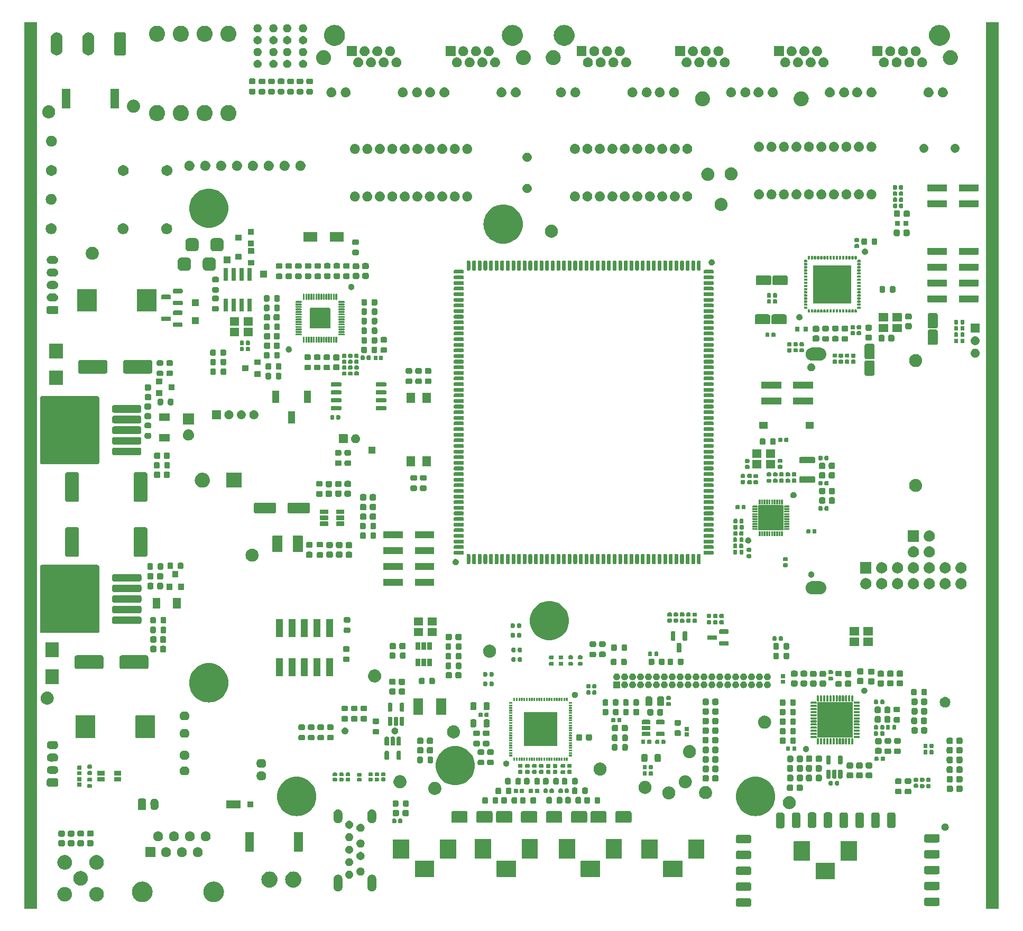
<source format=gts>
G04 #@! TF.GenerationSoftware,KiCad,Pcbnew,8.0.0-rc1*
G04 #@! TF.CreationDate,2024-04-08T12:56:38+03:00*
G04 #@! TF.ProjectId,MXVR_3566,4d585652-5f33-4353-9636-2e6b69636164,REV1*
G04 #@! TF.SameCoordinates,Original*
G04 #@! TF.FileFunction,Soldermask,Top*
G04 #@! TF.FilePolarity,Negative*
%FSLAX46Y46*%
G04 Gerber Fmt 4.6, Leading zero omitted, Abs format (unit mm)*
G04 Created by KiCad (PCBNEW 8.0.0-rc1) date 2024-04-08 12:56:38*
%MOMM*%
%LPD*%
G01*
G04 APERTURE LIST*
G04 APERTURE END LIST*
G36*
X49470913Y-25549086D02*
G01*
X49475000Y-25558951D01*
X49475000Y-167541048D01*
X49470913Y-167550913D01*
X49461049Y-167555000D01*
X47478951Y-167555000D01*
X47469086Y-167550913D01*
X47465000Y-167541050D01*
X47474999Y-25558949D01*
X47479086Y-25549085D01*
X47488950Y-25545000D01*
X49461049Y-25545000D01*
X49470913Y-25549086D01*
G37*
G36*
X203470908Y-25549081D02*
G01*
X203475000Y-25558820D01*
X203475000Y-167531048D01*
X203470888Y-167540974D01*
X203461132Y-167545044D01*
X201478975Y-167554955D01*
X201469091Y-167550918D01*
X201465000Y-167541179D01*
X201465000Y-25568951D01*
X201469111Y-25559025D01*
X201478867Y-25554955D01*
X203461024Y-25545044D01*
X203470908Y-25549081D01*
G37*
G36*
X163634120Y-165869112D02*
G01*
X163639796Y-165871887D01*
X163642555Y-165872324D01*
X163686694Y-165894813D01*
X163741621Y-165921666D01*
X163826234Y-166006279D01*
X163853097Y-166061229D01*
X163875575Y-166105344D01*
X163876011Y-166108100D01*
X163878788Y-166113780D01*
X163893900Y-166217500D01*
X163893900Y-166842500D01*
X163878788Y-166946220D01*
X163876011Y-166951899D01*
X163875575Y-166954655D01*
X163853109Y-166998745D01*
X163826234Y-167053721D01*
X163741621Y-167138334D01*
X163686645Y-167165209D01*
X163642555Y-167187675D01*
X163639799Y-167188111D01*
X163634120Y-167190888D01*
X163530400Y-167206000D01*
X161755400Y-167206000D01*
X161651680Y-167190888D01*
X161646000Y-167188111D01*
X161643244Y-167187675D01*
X161599129Y-167165197D01*
X161544179Y-167138334D01*
X161459566Y-167053721D01*
X161432713Y-166998794D01*
X161410224Y-166954655D01*
X161409787Y-166951896D01*
X161407012Y-166946220D01*
X161391900Y-166842500D01*
X161391900Y-166217500D01*
X161407012Y-166113780D01*
X161409786Y-166108103D01*
X161410224Y-166105344D01*
X161432726Y-166061181D01*
X161459566Y-166006279D01*
X161544179Y-165921666D01*
X161599081Y-165894826D01*
X161643244Y-165872324D01*
X161646003Y-165871886D01*
X161651680Y-165869112D01*
X161755400Y-165854000D01*
X163530400Y-165854000D01*
X163634120Y-165869112D01*
G37*
G36*
X193794120Y-165754112D02*
G01*
X193799796Y-165756887D01*
X193802555Y-165757324D01*
X193846694Y-165779813D01*
X193901621Y-165806666D01*
X193986234Y-165891279D01*
X194013097Y-165946229D01*
X194035575Y-165990344D01*
X194036011Y-165993100D01*
X194038788Y-165998780D01*
X194053900Y-166102500D01*
X194053900Y-166727500D01*
X194038788Y-166831220D01*
X194036011Y-166836899D01*
X194035575Y-166839655D01*
X194013109Y-166883745D01*
X193986234Y-166938721D01*
X193901621Y-167023334D01*
X193846645Y-167050209D01*
X193802555Y-167072675D01*
X193799799Y-167073111D01*
X193794120Y-167075888D01*
X193690400Y-167091000D01*
X191915400Y-167091000D01*
X191811680Y-167075888D01*
X191806000Y-167073111D01*
X191803244Y-167072675D01*
X191759129Y-167050197D01*
X191704179Y-167023334D01*
X191619566Y-166938721D01*
X191592713Y-166883794D01*
X191570224Y-166839655D01*
X191569787Y-166836896D01*
X191567012Y-166831220D01*
X191551900Y-166727500D01*
X191551900Y-166102500D01*
X191567012Y-165998780D01*
X191569786Y-165993103D01*
X191570224Y-165990344D01*
X191592726Y-165946181D01*
X191619566Y-165891279D01*
X191704179Y-165806666D01*
X191759081Y-165779826D01*
X191803244Y-165757324D01*
X191806003Y-165756886D01*
X191811680Y-165754112D01*
X191915400Y-165739000D01*
X193690400Y-165739000D01*
X193794120Y-165754112D01*
G37*
G36*
X66405251Y-163181242D02*
G01*
X66468372Y-163181242D01*
X66537350Y-163191638D01*
X66603273Y-163196827D01*
X66656406Y-163209583D01*
X66712349Y-163218015D01*
X66785447Y-163240563D01*
X66855187Y-163257306D01*
X66900284Y-163275985D01*
X66948132Y-163290745D01*
X67023248Y-163326919D01*
X67094538Y-163356448D01*
X67131131Y-163378872D01*
X67170437Y-163397801D01*
X67245200Y-163448774D01*
X67315433Y-163491813D01*
X67343557Y-163515833D01*
X67374302Y-163536795D01*
X67446089Y-163603404D01*
X67512433Y-163660067D01*
X67532579Y-163683655D01*
X67555176Y-163704622D01*
X67621241Y-163787465D01*
X67680687Y-163857067D01*
X67693760Y-163878401D01*
X67709017Y-163897532D01*
X67766550Y-163997183D01*
X67816052Y-164077962D01*
X67823323Y-164095516D01*
X67832385Y-164111212D01*
X67878615Y-164229004D01*
X67915194Y-164317313D01*
X67918217Y-164329908D01*
X67922529Y-164340893D01*
X67954815Y-164482350D01*
X67975673Y-164569227D01*
X67976214Y-164576101D01*
X67977435Y-164581451D01*
X67993346Y-164793788D01*
X67996000Y-164827500D01*
X67993346Y-164861214D01*
X67977435Y-165073548D01*
X67976214Y-165078896D01*
X67975673Y-165085773D01*
X67954811Y-165172668D01*
X67922529Y-165314106D01*
X67918218Y-165325088D01*
X67915194Y-165337687D01*
X67878608Y-165426013D01*
X67832385Y-165543787D01*
X67823324Y-165559479D01*
X67816052Y-165577038D01*
X67766540Y-165657833D01*
X67709017Y-165757467D01*
X67693763Y-165776594D01*
X67680687Y-165797933D01*
X67621229Y-165867548D01*
X67555176Y-165950377D01*
X67532583Y-165971339D01*
X67512433Y-165994933D01*
X67446076Y-166051607D01*
X67374302Y-166118204D01*
X67343563Y-166139161D01*
X67315433Y-166163187D01*
X67245186Y-166206234D01*
X67170437Y-166257198D01*
X67131138Y-166276122D01*
X67094538Y-166298552D01*
X67023233Y-166328087D01*
X66948132Y-166364254D01*
X66900293Y-166379010D01*
X66855187Y-166397694D01*
X66785432Y-166414440D01*
X66712349Y-166436984D01*
X66656414Y-166445414D01*
X66603273Y-166458173D01*
X66537346Y-166463361D01*
X66468372Y-166473758D01*
X66405251Y-166473758D01*
X66345000Y-166478500D01*
X66284749Y-166473758D01*
X66221628Y-166473758D01*
X66152652Y-166463361D01*
X66086727Y-166458173D01*
X66033586Y-166445415D01*
X65977650Y-166436984D01*
X65904562Y-166414439D01*
X65834813Y-166397694D01*
X65789709Y-166379011D01*
X65741867Y-166364254D01*
X65666761Y-166328085D01*
X65595462Y-166298552D01*
X65558861Y-166276123D01*
X65519563Y-166257198D01*
X65444810Y-166206232D01*
X65374567Y-166163187D01*
X65346440Y-166139164D01*
X65315697Y-166118204D01*
X65243911Y-166051596D01*
X65177567Y-165994933D01*
X65157420Y-165971344D01*
X65134823Y-165950377D01*
X65068755Y-165867530D01*
X65009313Y-165797933D01*
X64996240Y-165776599D01*
X64980982Y-165757467D01*
X64923442Y-165657804D01*
X64873948Y-165577038D01*
X64866677Y-165559485D01*
X64857614Y-165543787D01*
X64811372Y-165425967D01*
X64774806Y-165337687D01*
X64771782Y-165325095D01*
X64767470Y-165314106D01*
X64735168Y-165172583D01*
X64714327Y-165085773D01*
X64713786Y-165078903D01*
X64712564Y-165073548D01*
X64696632Y-164860948D01*
X64694000Y-164827500D01*
X64696632Y-164794053D01*
X64712564Y-164581451D01*
X64713786Y-164576095D01*
X64714327Y-164569227D01*
X64735163Y-164482435D01*
X64767470Y-164340893D01*
X64771783Y-164329902D01*
X64774806Y-164317313D01*
X64811365Y-164229050D01*
X64857614Y-164111212D01*
X64866679Y-164095510D01*
X64873948Y-164077962D01*
X64923432Y-163997211D01*
X64980982Y-163897532D01*
X64996242Y-163878395D01*
X65009313Y-163857067D01*
X65068743Y-163787483D01*
X65134823Y-163704622D01*
X65157424Y-163683650D01*
X65177567Y-163660067D01*
X65243897Y-163603415D01*
X65315697Y-163536795D01*
X65346446Y-163515830D01*
X65374567Y-163491813D01*
X65444795Y-163448776D01*
X65519563Y-163397801D01*
X65558869Y-163378872D01*
X65595462Y-163356448D01*
X65666746Y-163326921D01*
X65741867Y-163290745D01*
X65789718Y-163275984D01*
X65834813Y-163257306D01*
X65904547Y-163240564D01*
X65977650Y-163218015D01*
X66033594Y-163209582D01*
X66086727Y-163196827D01*
X66152648Y-163191638D01*
X66221628Y-163181242D01*
X66284749Y-163181242D01*
X66345000Y-163176500D01*
X66405251Y-163181242D01*
G37*
G36*
X77835251Y-163181242D02*
G01*
X77898372Y-163181242D01*
X77967350Y-163191638D01*
X78033273Y-163196827D01*
X78086406Y-163209583D01*
X78142349Y-163218015D01*
X78215447Y-163240563D01*
X78285187Y-163257306D01*
X78330284Y-163275985D01*
X78378132Y-163290745D01*
X78453248Y-163326919D01*
X78524538Y-163356448D01*
X78561131Y-163378872D01*
X78600437Y-163397801D01*
X78675200Y-163448774D01*
X78745433Y-163491813D01*
X78773557Y-163515833D01*
X78804302Y-163536795D01*
X78876089Y-163603404D01*
X78942433Y-163660067D01*
X78962579Y-163683655D01*
X78985176Y-163704622D01*
X79051241Y-163787465D01*
X79110687Y-163857067D01*
X79123760Y-163878401D01*
X79139017Y-163897532D01*
X79196550Y-163997183D01*
X79246052Y-164077962D01*
X79253323Y-164095516D01*
X79262385Y-164111212D01*
X79308615Y-164229004D01*
X79345194Y-164317313D01*
X79348217Y-164329908D01*
X79352529Y-164340893D01*
X79384815Y-164482350D01*
X79405673Y-164569227D01*
X79406214Y-164576101D01*
X79407435Y-164581451D01*
X79423346Y-164793788D01*
X79426000Y-164827500D01*
X79423346Y-164861214D01*
X79407435Y-165073548D01*
X79406214Y-165078896D01*
X79405673Y-165085773D01*
X79384811Y-165172668D01*
X79352529Y-165314106D01*
X79348218Y-165325088D01*
X79345194Y-165337687D01*
X79308608Y-165426013D01*
X79262385Y-165543787D01*
X79253324Y-165559479D01*
X79246052Y-165577038D01*
X79196540Y-165657833D01*
X79139017Y-165757467D01*
X79123763Y-165776594D01*
X79110687Y-165797933D01*
X79051229Y-165867548D01*
X78985176Y-165950377D01*
X78962583Y-165971339D01*
X78942433Y-165994933D01*
X78876076Y-166051607D01*
X78804302Y-166118204D01*
X78773563Y-166139161D01*
X78745433Y-166163187D01*
X78675186Y-166206234D01*
X78600437Y-166257198D01*
X78561138Y-166276122D01*
X78524538Y-166298552D01*
X78453233Y-166328087D01*
X78378132Y-166364254D01*
X78330293Y-166379010D01*
X78285187Y-166397694D01*
X78215432Y-166414440D01*
X78142349Y-166436984D01*
X78086414Y-166445414D01*
X78033273Y-166458173D01*
X77967346Y-166463361D01*
X77898372Y-166473758D01*
X77835251Y-166473758D01*
X77775000Y-166478500D01*
X77714749Y-166473758D01*
X77651628Y-166473758D01*
X77582652Y-166463361D01*
X77516727Y-166458173D01*
X77463586Y-166445415D01*
X77407650Y-166436984D01*
X77334562Y-166414439D01*
X77264813Y-166397694D01*
X77219709Y-166379011D01*
X77171867Y-166364254D01*
X77096761Y-166328085D01*
X77025462Y-166298552D01*
X76988861Y-166276123D01*
X76949563Y-166257198D01*
X76874810Y-166206232D01*
X76804567Y-166163187D01*
X76776440Y-166139164D01*
X76745697Y-166118204D01*
X76673911Y-166051596D01*
X76607567Y-165994933D01*
X76587420Y-165971344D01*
X76564823Y-165950377D01*
X76498755Y-165867530D01*
X76439313Y-165797933D01*
X76426240Y-165776599D01*
X76410982Y-165757467D01*
X76353442Y-165657804D01*
X76303948Y-165577038D01*
X76296677Y-165559485D01*
X76287614Y-165543787D01*
X76241372Y-165425967D01*
X76204806Y-165337687D01*
X76201782Y-165325095D01*
X76197470Y-165314106D01*
X76165168Y-165172583D01*
X76144327Y-165085773D01*
X76143786Y-165078903D01*
X76142564Y-165073548D01*
X76126632Y-164860948D01*
X76124000Y-164827500D01*
X76126632Y-164794053D01*
X76142564Y-164581451D01*
X76143786Y-164576095D01*
X76144327Y-164569227D01*
X76165163Y-164482435D01*
X76197470Y-164340893D01*
X76201783Y-164329902D01*
X76204806Y-164317313D01*
X76241365Y-164229050D01*
X76287614Y-164111212D01*
X76296679Y-164095510D01*
X76303948Y-164077962D01*
X76353432Y-163997211D01*
X76410982Y-163897532D01*
X76426242Y-163878395D01*
X76439313Y-163857067D01*
X76498743Y-163787483D01*
X76564823Y-163704622D01*
X76587424Y-163683650D01*
X76607567Y-163660067D01*
X76673897Y-163603415D01*
X76745697Y-163536795D01*
X76776446Y-163515830D01*
X76804567Y-163491813D01*
X76874795Y-163448776D01*
X76949563Y-163397801D01*
X76988869Y-163378872D01*
X77025462Y-163356448D01*
X77096746Y-163326921D01*
X77171867Y-163290745D01*
X77219718Y-163275984D01*
X77264813Y-163257306D01*
X77334547Y-163240564D01*
X77407650Y-163218015D01*
X77463594Y-163209582D01*
X77516727Y-163196827D01*
X77582648Y-163191638D01*
X77651628Y-163181242D01*
X77714749Y-163181242D01*
X77775000Y-163176500D01*
X77835251Y-163181242D01*
G37*
G36*
X53975380Y-164039017D02*
G01*
X54028508Y-164039017D01*
X54075247Y-164047754D01*
X54124180Y-164052035D01*
X54184240Y-164068128D01*
X54241828Y-164078893D01*
X54280885Y-164094024D01*
X54322158Y-164105083D01*
X54384640Y-164134219D01*
X54444188Y-164157288D01*
X54474924Y-164176319D01*
X54507915Y-164191703D01*
X54570148Y-164235279D01*
X54628698Y-164271532D01*
X54651141Y-164291991D01*
X54675807Y-164309263D01*
X54734808Y-164368264D01*
X54789074Y-164417734D01*
X54803866Y-164437322D01*
X54820736Y-164454192D01*
X54873358Y-164529344D01*
X54919855Y-164590916D01*
X54928185Y-164607645D01*
X54938296Y-164622085D01*
X54981354Y-164714422D01*
X55016587Y-164785180D01*
X55020089Y-164797491D01*
X55024916Y-164807841D01*
X55055330Y-164921348D01*
X55075976Y-164993911D01*
X55076611Y-165000772D01*
X55077964Y-165005819D01*
X55092904Y-165176598D01*
X55096000Y-165210000D01*
X55092904Y-165243404D01*
X55077964Y-165414180D01*
X55076611Y-165419225D01*
X55075976Y-165426089D01*
X55055325Y-165498667D01*
X55024916Y-165612158D01*
X55020090Y-165622506D01*
X55016587Y-165634820D01*
X54981350Y-165705584D01*
X54938296Y-165797915D01*
X54928185Y-165812354D01*
X54919855Y-165829084D01*
X54873353Y-165890662D01*
X54820736Y-165965807D01*
X54803869Y-165982673D01*
X54789074Y-166002266D01*
X54734796Y-166051746D01*
X54675807Y-166110736D01*
X54651146Y-166128003D01*
X54628698Y-166148468D01*
X54570135Y-166184728D01*
X54507915Y-166228296D01*
X54474930Y-166243676D01*
X54444188Y-166262712D01*
X54384627Y-166285785D01*
X54322158Y-166314916D01*
X54280894Y-166325972D01*
X54241828Y-166341107D01*
X54184228Y-166351874D01*
X54124180Y-166367964D01*
X54075257Y-166372244D01*
X54028508Y-166380983D01*
X53975369Y-166380983D01*
X53920000Y-166385827D01*
X53864631Y-166380983D01*
X53811492Y-166380983D01*
X53764742Y-166372244D01*
X53715819Y-166367964D01*
X53655768Y-166351873D01*
X53598172Y-166341107D01*
X53559107Y-166325973D01*
X53517841Y-166314916D01*
X53455366Y-166285783D01*
X53395812Y-166262712D01*
X53365072Y-166243678D01*
X53332084Y-166228296D01*
X53269855Y-166184722D01*
X53211302Y-166148468D01*
X53188857Y-166128006D01*
X53164192Y-166110736D01*
X53105191Y-166051735D01*
X53050926Y-166002266D01*
X53036133Y-165982677D01*
X53019263Y-165965807D01*
X52966632Y-165890643D01*
X52920145Y-165829084D01*
X52911817Y-165812359D01*
X52901703Y-165797915D01*
X52858633Y-165705552D01*
X52823413Y-165634820D01*
X52819910Y-165622511D01*
X52815083Y-165612158D01*
X52784657Y-165498607D01*
X52764024Y-165426089D01*
X52763388Y-165419231D01*
X52762035Y-165414180D01*
X52747077Y-165243211D01*
X52744000Y-165210000D01*
X52747077Y-165176791D01*
X52762035Y-165005819D01*
X52763388Y-165000766D01*
X52764024Y-164993911D01*
X52784652Y-164921408D01*
X52815083Y-164807841D01*
X52819911Y-164797486D01*
X52823413Y-164785180D01*
X52858630Y-164714454D01*
X52901703Y-164622085D01*
X52911817Y-164607640D01*
X52920145Y-164590916D01*
X52966627Y-164529363D01*
X53019263Y-164454192D01*
X53036136Y-164437318D01*
X53050926Y-164417734D01*
X53105180Y-164368274D01*
X53164192Y-164309263D01*
X53188861Y-164291989D01*
X53211302Y-164271532D01*
X53269848Y-164235281D01*
X53332085Y-164191703D01*
X53365076Y-164176318D01*
X53395812Y-164157288D01*
X53455355Y-164134220D01*
X53517841Y-164105083D01*
X53559116Y-164094023D01*
X53598172Y-164078893D01*
X53655756Y-164068128D01*
X53715819Y-164052035D01*
X53764752Y-164047753D01*
X53811492Y-164039017D01*
X53864620Y-164039017D01*
X53920000Y-164034172D01*
X53975380Y-164039017D01*
G37*
G36*
X59075380Y-164039017D02*
G01*
X59128508Y-164039017D01*
X59175247Y-164047754D01*
X59224180Y-164052035D01*
X59284240Y-164068128D01*
X59341828Y-164078893D01*
X59380885Y-164094024D01*
X59422158Y-164105083D01*
X59484640Y-164134219D01*
X59544188Y-164157288D01*
X59574924Y-164176319D01*
X59607915Y-164191703D01*
X59670148Y-164235279D01*
X59728698Y-164271532D01*
X59751141Y-164291991D01*
X59775807Y-164309263D01*
X59834808Y-164368264D01*
X59889074Y-164417734D01*
X59903866Y-164437322D01*
X59920736Y-164454192D01*
X59973358Y-164529344D01*
X60019855Y-164590916D01*
X60028185Y-164607645D01*
X60038296Y-164622085D01*
X60081354Y-164714422D01*
X60116587Y-164785180D01*
X60120089Y-164797491D01*
X60124916Y-164807841D01*
X60155330Y-164921348D01*
X60175976Y-164993911D01*
X60176611Y-165000772D01*
X60177964Y-165005819D01*
X60192904Y-165176598D01*
X60196000Y-165210000D01*
X60192904Y-165243404D01*
X60177964Y-165414180D01*
X60176611Y-165419225D01*
X60175976Y-165426089D01*
X60155325Y-165498667D01*
X60124916Y-165612158D01*
X60120090Y-165622506D01*
X60116587Y-165634820D01*
X60081350Y-165705584D01*
X60038296Y-165797915D01*
X60028185Y-165812354D01*
X60019855Y-165829084D01*
X59973353Y-165890662D01*
X59920736Y-165965807D01*
X59903869Y-165982673D01*
X59889074Y-166002266D01*
X59834796Y-166051746D01*
X59775807Y-166110736D01*
X59751146Y-166128003D01*
X59728698Y-166148468D01*
X59670135Y-166184728D01*
X59607915Y-166228296D01*
X59574930Y-166243676D01*
X59544188Y-166262712D01*
X59484627Y-166285785D01*
X59422158Y-166314916D01*
X59380894Y-166325972D01*
X59341828Y-166341107D01*
X59284228Y-166351874D01*
X59224180Y-166367964D01*
X59175257Y-166372244D01*
X59128508Y-166380983D01*
X59075369Y-166380983D01*
X59020000Y-166385827D01*
X58964631Y-166380983D01*
X58911492Y-166380983D01*
X58864742Y-166372244D01*
X58815819Y-166367964D01*
X58755768Y-166351873D01*
X58698172Y-166341107D01*
X58659107Y-166325973D01*
X58617841Y-166314916D01*
X58555366Y-166285783D01*
X58495812Y-166262712D01*
X58465072Y-166243678D01*
X58432084Y-166228296D01*
X58369855Y-166184722D01*
X58311302Y-166148468D01*
X58288857Y-166128006D01*
X58264192Y-166110736D01*
X58205191Y-166051735D01*
X58150926Y-166002266D01*
X58136133Y-165982677D01*
X58119263Y-165965807D01*
X58066632Y-165890643D01*
X58020145Y-165829084D01*
X58011817Y-165812359D01*
X58001703Y-165797915D01*
X57958633Y-165705552D01*
X57923413Y-165634820D01*
X57919910Y-165622511D01*
X57915083Y-165612158D01*
X57884657Y-165498607D01*
X57864024Y-165426089D01*
X57863388Y-165419231D01*
X57862035Y-165414180D01*
X57847077Y-165243211D01*
X57844000Y-165210000D01*
X57847077Y-165176791D01*
X57862035Y-165005819D01*
X57863388Y-165000766D01*
X57864024Y-164993911D01*
X57884652Y-164921408D01*
X57915083Y-164807841D01*
X57919911Y-164797486D01*
X57923413Y-164785180D01*
X57958630Y-164714454D01*
X58001703Y-164622085D01*
X58011817Y-164607640D01*
X58020145Y-164590916D01*
X58066627Y-164529363D01*
X58119263Y-164454192D01*
X58136136Y-164437318D01*
X58150926Y-164417734D01*
X58205180Y-164368274D01*
X58264192Y-164309263D01*
X58288861Y-164291989D01*
X58311302Y-164271532D01*
X58369848Y-164235281D01*
X58432085Y-164191703D01*
X58465076Y-164176318D01*
X58495812Y-164157288D01*
X58555355Y-164134220D01*
X58617841Y-164105083D01*
X58659116Y-164094023D01*
X58698172Y-164078893D01*
X58755756Y-164068128D01*
X58815819Y-164052035D01*
X58864752Y-164047753D01*
X58911492Y-164039017D01*
X58964620Y-164039017D01*
X59020000Y-164034172D01*
X59075380Y-164039017D01*
G37*
G36*
X97893490Y-162109185D02*
G01*
X98020449Y-162161773D01*
X98134710Y-162238120D01*
X98231880Y-162335290D01*
X98308227Y-162449551D01*
X98360815Y-162576510D01*
X98387624Y-162711290D01*
X98391000Y-164080000D01*
X98387624Y-164148710D01*
X98360815Y-164283490D01*
X98308227Y-164410449D01*
X98231880Y-164524710D01*
X98134710Y-164621880D01*
X98020449Y-164698227D01*
X97893490Y-164750815D01*
X97758710Y-164777624D01*
X97621290Y-164777624D01*
X97486510Y-164750815D01*
X97359551Y-164698227D01*
X97245290Y-164621880D01*
X97148120Y-164524710D01*
X97071773Y-164410449D01*
X97019185Y-164283490D01*
X96992376Y-164148710D01*
X96989000Y-162780000D01*
X96992376Y-162711290D01*
X97019185Y-162576510D01*
X97071773Y-162449551D01*
X97148120Y-162335290D01*
X97245290Y-162238120D01*
X97359551Y-162161773D01*
X97486510Y-162109185D01*
X97621290Y-162082376D01*
X97758710Y-162082376D01*
X97893490Y-162109185D01*
G37*
G36*
X103313490Y-162109185D02*
G01*
X103440449Y-162161773D01*
X103554710Y-162238120D01*
X103651880Y-162335290D01*
X103728227Y-162449551D01*
X103780815Y-162576510D01*
X103807624Y-162711290D01*
X103811000Y-164080000D01*
X103807624Y-164148710D01*
X103780815Y-164283490D01*
X103728227Y-164410449D01*
X103651880Y-164524710D01*
X103554710Y-164621880D01*
X103440449Y-164698227D01*
X103313490Y-164750815D01*
X103178710Y-164777624D01*
X103041290Y-164777624D01*
X102906510Y-164750815D01*
X102779551Y-164698227D01*
X102665290Y-164621880D01*
X102568120Y-164524710D01*
X102491773Y-164410449D01*
X102439185Y-164283490D01*
X102412376Y-164148710D01*
X102409000Y-162780000D01*
X102412376Y-162711290D01*
X102439185Y-162576510D01*
X102491773Y-162449551D01*
X102568120Y-162335290D01*
X102665290Y-162238120D01*
X102779551Y-162161773D01*
X102906510Y-162109185D01*
X103041290Y-162082376D01*
X103178710Y-162082376D01*
X103313490Y-162109185D01*
G37*
G36*
X163634120Y-163329112D02*
G01*
X163639796Y-163331887D01*
X163642555Y-163332324D01*
X163686694Y-163354813D01*
X163741621Y-163381666D01*
X163826234Y-163466279D01*
X163853097Y-163521229D01*
X163875575Y-163565344D01*
X163876011Y-163568100D01*
X163878788Y-163573780D01*
X163893900Y-163677500D01*
X163893900Y-164302500D01*
X163878788Y-164406220D01*
X163876011Y-164411899D01*
X163875575Y-164414655D01*
X163853109Y-164458745D01*
X163826234Y-164513721D01*
X163741621Y-164598334D01*
X163686645Y-164625209D01*
X163642555Y-164647675D01*
X163639799Y-164648111D01*
X163634120Y-164650888D01*
X163530400Y-164666000D01*
X161755400Y-164666000D01*
X161651680Y-164650888D01*
X161646000Y-164648111D01*
X161643244Y-164647675D01*
X161599129Y-164625197D01*
X161544179Y-164598334D01*
X161459566Y-164513721D01*
X161432713Y-164458794D01*
X161410224Y-164414655D01*
X161409787Y-164411896D01*
X161407012Y-164406220D01*
X161391900Y-164302500D01*
X161391900Y-163677500D01*
X161407012Y-163573780D01*
X161409786Y-163568103D01*
X161410224Y-163565344D01*
X161432726Y-163521181D01*
X161459566Y-163466279D01*
X161544179Y-163381666D01*
X161599081Y-163354826D01*
X161643244Y-163332324D01*
X161646003Y-163331886D01*
X161651680Y-163329112D01*
X161755400Y-163314000D01*
X163530400Y-163314000D01*
X163634120Y-163329112D01*
G37*
G36*
X193794120Y-163214112D02*
G01*
X193799796Y-163216887D01*
X193802555Y-163217324D01*
X193846694Y-163239813D01*
X193901621Y-163266666D01*
X193986234Y-163351279D01*
X194013097Y-163406229D01*
X194035575Y-163450344D01*
X194036011Y-163453100D01*
X194038788Y-163458780D01*
X194053900Y-163562500D01*
X194053900Y-164187500D01*
X194038788Y-164291220D01*
X194036011Y-164296899D01*
X194035575Y-164299655D01*
X194013109Y-164343745D01*
X193986234Y-164398721D01*
X193901621Y-164483334D01*
X193846645Y-164510209D01*
X193802555Y-164532675D01*
X193799799Y-164533111D01*
X193794120Y-164535888D01*
X193690400Y-164551000D01*
X191915400Y-164551000D01*
X191811680Y-164535888D01*
X191806000Y-164533111D01*
X191803244Y-164532675D01*
X191759129Y-164510197D01*
X191704179Y-164483334D01*
X191619566Y-164398721D01*
X191592713Y-164343794D01*
X191570224Y-164299655D01*
X191569787Y-164296896D01*
X191567012Y-164291220D01*
X191551900Y-164187500D01*
X191551900Y-163562500D01*
X191567012Y-163458780D01*
X191569786Y-163453103D01*
X191570224Y-163450344D01*
X191592726Y-163406181D01*
X191619566Y-163351279D01*
X191704179Y-163266666D01*
X191759081Y-163239826D01*
X191803244Y-163217324D01*
X191806003Y-163216886D01*
X191811680Y-163214112D01*
X191915400Y-163199000D01*
X193690400Y-163199000D01*
X193794120Y-163214112D01*
G37*
G36*
X86945916Y-161588765D02*
G01*
X87164968Y-161647460D01*
X87370500Y-161743301D01*
X87556267Y-161873376D01*
X87716624Y-162033733D01*
X87846699Y-162219500D01*
X87942540Y-162425032D01*
X88001235Y-162644084D01*
X88021000Y-162870000D01*
X88001235Y-163095916D01*
X87942540Y-163314968D01*
X87846699Y-163520500D01*
X87716624Y-163706267D01*
X87556267Y-163866624D01*
X87370500Y-163996699D01*
X87164968Y-164092540D01*
X86945916Y-164151235D01*
X86720000Y-164171000D01*
X86494084Y-164151235D01*
X86275032Y-164092540D01*
X86069500Y-163996699D01*
X85883733Y-163866624D01*
X85723376Y-163706267D01*
X85593301Y-163520500D01*
X85497460Y-163314968D01*
X85438765Y-163095916D01*
X85419000Y-162870000D01*
X85438765Y-162644084D01*
X85497460Y-162425032D01*
X85593301Y-162219500D01*
X85723376Y-162033733D01*
X85883733Y-161873376D01*
X86069500Y-161743301D01*
X86275032Y-161647460D01*
X86494084Y-161588765D01*
X86720000Y-161569000D01*
X86945916Y-161588765D01*
G37*
G36*
X90755916Y-161588765D02*
G01*
X90974968Y-161647460D01*
X91180500Y-161743301D01*
X91366267Y-161873376D01*
X91526624Y-162033733D01*
X91656699Y-162219500D01*
X91752540Y-162425032D01*
X91811235Y-162644084D01*
X91831000Y-162870000D01*
X91811235Y-163095916D01*
X91752540Y-163314968D01*
X91656699Y-163520500D01*
X91526624Y-163706267D01*
X91366267Y-163866624D01*
X91180500Y-163996699D01*
X90974968Y-164092540D01*
X90755916Y-164151235D01*
X90530000Y-164171000D01*
X90304084Y-164151235D01*
X90085032Y-164092540D01*
X89879500Y-163996699D01*
X89693733Y-163866624D01*
X89533376Y-163706267D01*
X89403301Y-163520500D01*
X89307460Y-163314968D01*
X89248765Y-163095916D01*
X89229000Y-162870000D01*
X89248765Y-162644084D01*
X89307460Y-162425032D01*
X89403301Y-162219500D01*
X89533376Y-162033733D01*
X89693733Y-161873376D01*
X89879500Y-161743301D01*
X90085032Y-161647460D01*
X90304084Y-161588765D01*
X90530000Y-161569000D01*
X90755916Y-161588765D01*
G37*
G36*
X56525380Y-161489017D02*
G01*
X56578508Y-161489017D01*
X56625247Y-161497754D01*
X56674180Y-161502035D01*
X56734240Y-161518128D01*
X56791828Y-161528893D01*
X56830885Y-161544024D01*
X56872158Y-161555083D01*
X56934640Y-161584219D01*
X56994188Y-161607288D01*
X57024924Y-161626319D01*
X57057915Y-161641703D01*
X57120148Y-161685279D01*
X57178698Y-161721532D01*
X57201141Y-161741991D01*
X57225807Y-161759263D01*
X57284808Y-161818264D01*
X57339074Y-161867734D01*
X57353866Y-161887322D01*
X57370736Y-161904192D01*
X57423358Y-161979344D01*
X57469855Y-162040916D01*
X57478185Y-162057645D01*
X57488296Y-162072085D01*
X57531354Y-162164422D01*
X57566587Y-162235180D01*
X57570089Y-162247491D01*
X57574916Y-162257841D01*
X57605330Y-162371348D01*
X57625976Y-162443911D01*
X57626611Y-162450772D01*
X57627964Y-162455819D01*
X57642904Y-162626598D01*
X57646000Y-162660000D01*
X57642904Y-162693404D01*
X57627964Y-162864180D01*
X57626611Y-162869225D01*
X57625976Y-162876089D01*
X57605325Y-162948667D01*
X57574916Y-163062158D01*
X57570090Y-163072506D01*
X57566587Y-163084820D01*
X57531350Y-163155584D01*
X57488296Y-163247915D01*
X57478185Y-163262354D01*
X57469855Y-163279084D01*
X57423353Y-163340662D01*
X57370736Y-163415807D01*
X57353869Y-163432673D01*
X57339074Y-163452266D01*
X57284796Y-163501746D01*
X57225807Y-163560736D01*
X57201146Y-163578003D01*
X57178698Y-163598468D01*
X57120135Y-163634728D01*
X57057915Y-163678296D01*
X57024930Y-163693676D01*
X56994188Y-163712712D01*
X56934627Y-163735785D01*
X56872158Y-163764916D01*
X56830894Y-163775972D01*
X56791828Y-163791107D01*
X56734228Y-163801874D01*
X56674180Y-163817964D01*
X56625257Y-163822244D01*
X56578508Y-163830983D01*
X56525369Y-163830983D01*
X56470000Y-163835827D01*
X56414631Y-163830983D01*
X56361492Y-163830983D01*
X56314742Y-163822244D01*
X56265819Y-163817964D01*
X56205768Y-163801873D01*
X56148172Y-163791107D01*
X56109107Y-163775973D01*
X56067841Y-163764916D01*
X56005366Y-163735783D01*
X55945812Y-163712712D01*
X55915072Y-163693678D01*
X55882084Y-163678296D01*
X55819855Y-163634722D01*
X55761302Y-163598468D01*
X55738857Y-163578006D01*
X55714192Y-163560736D01*
X55655191Y-163501735D01*
X55600926Y-163452266D01*
X55586133Y-163432677D01*
X55569263Y-163415807D01*
X55516632Y-163340643D01*
X55470145Y-163279084D01*
X55461817Y-163262359D01*
X55451703Y-163247915D01*
X55408633Y-163155552D01*
X55373413Y-163084820D01*
X55369910Y-163072511D01*
X55365083Y-163062158D01*
X55334657Y-162948607D01*
X55314024Y-162876089D01*
X55313388Y-162869231D01*
X55312035Y-162864180D01*
X55297077Y-162693211D01*
X55294000Y-162660000D01*
X55297077Y-162626791D01*
X55312035Y-162455819D01*
X55313388Y-162450766D01*
X55314024Y-162443911D01*
X55334652Y-162371408D01*
X55365083Y-162257841D01*
X55369911Y-162247486D01*
X55373413Y-162235180D01*
X55408630Y-162164454D01*
X55451703Y-162072085D01*
X55461817Y-162057640D01*
X55470145Y-162040916D01*
X55516627Y-161979363D01*
X55569263Y-161904192D01*
X55586136Y-161887318D01*
X55600926Y-161867734D01*
X55655180Y-161818274D01*
X55714192Y-161759263D01*
X55738861Y-161741989D01*
X55761302Y-161721532D01*
X55819848Y-161685281D01*
X55882085Y-161641703D01*
X55915076Y-161626318D01*
X55945812Y-161607288D01*
X56005355Y-161584220D01*
X56067841Y-161555083D01*
X56109116Y-161544023D01*
X56148172Y-161528893D01*
X56205756Y-161518128D01*
X56265819Y-161502035D01*
X56314752Y-161497753D01*
X56361492Y-161489017D01*
X56414620Y-161489017D01*
X56470000Y-161484172D01*
X56525380Y-161489017D01*
G37*
G36*
X177259517Y-160172882D02*
G01*
X177276062Y-160183938D01*
X177287118Y-160200483D01*
X177291000Y-160220000D01*
X177291000Y-162720000D01*
X177287118Y-162739517D01*
X177276062Y-162756062D01*
X177259517Y-162767118D01*
X177240000Y-162771000D01*
X174240000Y-162771000D01*
X174220483Y-162767118D01*
X174203938Y-162756062D01*
X174192882Y-162739517D01*
X174189000Y-162720000D01*
X174189000Y-160220000D01*
X174192882Y-160200483D01*
X174203938Y-160183938D01*
X174220483Y-160172882D01*
X174240000Y-160169000D01*
X177240000Y-160169000D01*
X177259517Y-160172882D01*
G37*
G36*
X99730848Y-161471304D02*
G01*
X99869810Y-161544238D01*
X99987280Y-161648307D01*
X100076432Y-161777465D01*
X100132083Y-161924206D01*
X100151000Y-162080000D01*
X100132083Y-162235794D01*
X100076432Y-162382535D01*
X99987280Y-162511693D01*
X99869810Y-162615762D01*
X99730848Y-162688696D01*
X99578469Y-162726253D01*
X99421531Y-162726253D01*
X99269152Y-162688696D01*
X99130190Y-162615762D01*
X99012720Y-162511693D01*
X98923568Y-162382535D01*
X98867917Y-162235794D01*
X98849000Y-162080000D01*
X98867917Y-161924206D01*
X98923568Y-161777465D01*
X99012720Y-161648307D01*
X99130190Y-161544238D01*
X99269152Y-161471304D01*
X99421531Y-161433747D01*
X99578469Y-161433747D01*
X99730848Y-161471304D01*
G37*
G36*
X152839517Y-159882882D02*
G01*
X152856062Y-159893938D01*
X152867118Y-159910483D01*
X152871000Y-159930000D01*
X152871000Y-162430000D01*
X152867118Y-162449517D01*
X152856062Y-162466062D01*
X152839517Y-162477118D01*
X152820000Y-162481000D01*
X149820000Y-162481000D01*
X149800483Y-162477118D01*
X149783938Y-162466062D01*
X149772882Y-162449517D01*
X149769000Y-162430000D01*
X149769000Y-159930000D01*
X149772882Y-159910483D01*
X149783938Y-159893938D01*
X149800483Y-159882882D01*
X149820000Y-159879000D01*
X152820000Y-159879000D01*
X152839517Y-159882882D01*
G37*
G36*
X113079517Y-159872882D02*
G01*
X113096062Y-159883938D01*
X113107118Y-159900483D01*
X113111000Y-159920000D01*
X113111000Y-162420000D01*
X113107118Y-162439517D01*
X113096062Y-162456062D01*
X113079517Y-162467118D01*
X113060000Y-162471000D01*
X110060000Y-162471000D01*
X110040483Y-162467118D01*
X110023938Y-162456062D01*
X110012882Y-162439517D01*
X110009000Y-162420000D01*
X110009000Y-159920000D01*
X110012882Y-159900483D01*
X110023938Y-159883938D01*
X110040483Y-159872882D01*
X110060000Y-159869000D01*
X113060000Y-159869000D01*
X113079517Y-159872882D01*
G37*
G36*
X126169517Y-159842882D02*
G01*
X126186062Y-159853938D01*
X126197118Y-159870483D01*
X126201000Y-159890000D01*
X126201000Y-162390000D01*
X126197118Y-162409517D01*
X126186062Y-162426062D01*
X126169517Y-162437118D01*
X126150000Y-162441000D01*
X123150000Y-162441000D01*
X123130483Y-162437118D01*
X123113938Y-162426062D01*
X123102882Y-162409517D01*
X123099000Y-162390000D01*
X123099000Y-159890000D01*
X123102882Y-159870483D01*
X123113938Y-159853938D01*
X123130483Y-159842882D01*
X123150000Y-159839000D01*
X126150000Y-159839000D01*
X126169517Y-159842882D01*
G37*
G36*
X139639517Y-159842882D02*
G01*
X139656062Y-159853938D01*
X139667118Y-159870483D01*
X139671000Y-159890000D01*
X139671000Y-162390000D01*
X139667118Y-162409517D01*
X139656062Y-162426062D01*
X139639517Y-162437118D01*
X139620000Y-162441000D01*
X136620000Y-162441000D01*
X136600483Y-162437118D01*
X136583938Y-162426062D01*
X136572882Y-162409517D01*
X136569000Y-162390000D01*
X136569000Y-159890000D01*
X136572882Y-159870483D01*
X136583938Y-159853938D01*
X136600483Y-159842882D01*
X136620000Y-159839000D01*
X139620000Y-159839000D01*
X139639517Y-159842882D01*
G37*
G36*
X101530848Y-160971304D02*
G01*
X101669810Y-161044238D01*
X101787280Y-161148307D01*
X101876432Y-161277465D01*
X101932083Y-161424206D01*
X101951000Y-161580000D01*
X101932083Y-161735794D01*
X101876432Y-161882535D01*
X101787280Y-162011693D01*
X101669810Y-162115762D01*
X101530848Y-162188696D01*
X101378469Y-162226253D01*
X101221531Y-162226253D01*
X101069152Y-162188696D01*
X100930190Y-162115762D01*
X100812720Y-162011693D01*
X100723568Y-161882535D01*
X100667917Y-161735794D01*
X100649000Y-161580000D01*
X100667917Y-161424206D01*
X100723568Y-161277465D01*
X100812720Y-161148307D01*
X100930190Y-161044238D01*
X101069152Y-160971304D01*
X101221531Y-160933747D01*
X101378469Y-160933747D01*
X101530848Y-160971304D01*
G37*
G36*
X163634120Y-160789112D02*
G01*
X163639796Y-160791887D01*
X163642555Y-160792324D01*
X163686694Y-160814813D01*
X163741621Y-160841666D01*
X163826234Y-160926279D01*
X163853097Y-160981229D01*
X163875575Y-161025344D01*
X163876011Y-161028100D01*
X163878788Y-161033780D01*
X163893900Y-161137500D01*
X163893900Y-161762500D01*
X163878788Y-161866220D01*
X163876011Y-161871899D01*
X163875575Y-161874655D01*
X163853109Y-161918745D01*
X163826234Y-161973721D01*
X163741621Y-162058334D01*
X163686645Y-162085209D01*
X163642555Y-162107675D01*
X163639799Y-162108111D01*
X163634120Y-162110888D01*
X163530400Y-162126000D01*
X161755400Y-162126000D01*
X161651680Y-162110888D01*
X161646000Y-162108111D01*
X161643244Y-162107675D01*
X161599129Y-162085197D01*
X161544179Y-162058334D01*
X161459566Y-161973721D01*
X161432713Y-161918794D01*
X161410224Y-161874655D01*
X161409787Y-161871896D01*
X161407012Y-161866220D01*
X161391900Y-161762500D01*
X161391900Y-161137500D01*
X161407012Y-161033780D01*
X161409786Y-161028103D01*
X161410224Y-161025344D01*
X161432726Y-160981181D01*
X161459566Y-160926279D01*
X161544179Y-160841666D01*
X161599081Y-160814826D01*
X161643244Y-160792324D01*
X161646003Y-160791886D01*
X161651680Y-160789112D01*
X161755400Y-160774000D01*
X163530400Y-160774000D01*
X163634120Y-160789112D01*
G37*
G36*
X193794120Y-160674112D02*
G01*
X193799796Y-160676887D01*
X193802555Y-160677324D01*
X193846694Y-160699813D01*
X193901621Y-160726666D01*
X193986234Y-160811279D01*
X194013097Y-160866229D01*
X194035575Y-160910344D01*
X194036011Y-160913100D01*
X194038788Y-160918780D01*
X194053900Y-161022500D01*
X194053900Y-161647500D01*
X194038788Y-161751220D01*
X194036011Y-161756899D01*
X194035575Y-161759655D01*
X194013109Y-161803745D01*
X193986234Y-161858721D01*
X193901621Y-161943334D01*
X193846645Y-161970209D01*
X193802555Y-161992675D01*
X193799799Y-161993111D01*
X193794120Y-161995888D01*
X193690400Y-162011000D01*
X191915400Y-162011000D01*
X191811680Y-161995888D01*
X191806000Y-161993111D01*
X191803244Y-161992675D01*
X191759129Y-161970197D01*
X191704179Y-161943334D01*
X191619566Y-161858721D01*
X191592713Y-161803794D01*
X191570224Y-161759655D01*
X191569787Y-161756896D01*
X191567012Y-161751220D01*
X191551900Y-161647500D01*
X191551900Y-161022500D01*
X191567012Y-160918780D01*
X191569786Y-160913103D01*
X191570224Y-160910344D01*
X191592726Y-160866181D01*
X191619566Y-160811279D01*
X191704179Y-160726666D01*
X191759081Y-160699826D01*
X191803244Y-160677324D01*
X191806003Y-160676886D01*
X191811680Y-160674112D01*
X191915400Y-160659000D01*
X193690400Y-160659000D01*
X193794120Y-160674112D01*
G37*
G36*
X53975380Y-158939017D02*
G01*
X54028508Y-158939017D01*
X54075247Y-158947754D01*
X54124180Y-158952035D01*
X54184240Y-158968128D01*
X54241828Y-158978893D01*
X54280885Y-158994024D01*
X54322158Y-159005083D01*
X54384640Y-159034219D01*
X54444188Y-159057288D01*
X54474924Y-159076319D01*
X54507915Y-159091703D01*
X54570148Y-159135279D01*
X54628698Y-159171532D01*
X54651141Y-159191991D01*
X54675807Y-159209263D01*
X54734808Y-159268264D01*
X54789074Y-159317734D01*
X54803866Y-159337322D01*
X54820736Y-159354192D01*
X54873358Y-159429344D01*
X54919855Y-159490916D01*
X54928185Y-159507645D01*
X54938296Y-159522085D01*
X54981354Y-159614422D01*
X55016587Y-159685180D01*
X55020089Y-159697491D01*
X55024916Y-159707841D01*
X55055330Y-159821348D01*
X55075976Y-159893911D01*
X55076611Y-159900772D01*
X55077964Y-159905819D01*
X55092904Y-160076598D01*
X55096000Y-160110000D01*
X55092904Y-160143404D01*
X55077964Y-160314180D01*
X55076611Y-160319225D01*
X55075976Y-160326089D01*
X55055325Y-160398667D01*
X55024916Y-160512158D01*
X55020090Y-160522506D01*
X55016587Y-160534820D01*
X54981350Y-160605584D01*
X54938296Y-160697915D01*
X54928185Y-160712354D01*
X54919855Y-160729084D01*
X54873353Y-160790662D01*
X54820736Y-160865807D01*
X54803869Y-160882673D01*
X54789074Y-160902266D01*
X54734796Y-160951746D01*
X54675807Y-161010736D01*
X54651146Y-161028003D01*
X54628698Y-161048468D01*
X54570135Y-161084728D01*
X54507915Y-161128296D01*
X54474930Y-161143676D01*
X54444188Y-161162712D01*
X54384627Y-161185785D01*
X54322158Y-161214916D01*
X54280894Y-161225972D01*
X54241828Y-161241107D01*
X54184228Y-161251874D01*
X54124180Y-161267964D01*
X54075257Y-161272244D01*
X54028508Y-161280983D01*
X53975369Y-161280983D01*
X53920000Y-161285827D01*
X53864631Y-161280983D01*
X53811492Y-161280983D01*
X53764742Y-161272244D01*
X53715819Y-161267964D01*
X53655768Y-161251873D01*
X53598172Y-161241107D01*
X53559107Y-161225973D01*
X53517841Y-161214916D01*
X53455366Y-161185783D01*
X53395812Y-161162712D01*
X53365072Y-161143678D01*
X53332084Y-161128296D01*
X53269855Y-161084722D01*
X53211302Y-161048468D01*
X53188857Y-161028006D01*
X53164192Y-161010736D01*
X53105191Y-160951735D01*
X53050926Y-160902266D01*
X53036133Y-160882677D01*
X53019263Y-160865807D01*
X52966632Y-160790643D01*
X52920145Y-160729084D01*
X52911817Y-160712359D01*
X52901703Y-160697915D01*
X52858633Y-160605552D01*
X52823413Y-160534820D01*
X52819910Y-160522511D01*
X52815083Y-160512158D01*
X52784657Y-160398607D01*
X52764024Y-160326089D01*
X52763388Y-160319231D01*
X52762035Y-160314180D01*
X52747077Y-160143211D01*
X52744000Y-160110000D01*
X52747077Y-160076791D01*
X52762035Y-159905819D01*
X52763388Y-159900766D01*
X52764024Y-159893911D01*
X52784652Y-159821408D01*
X52815083Y-159707841D01*
X52819911Y-159697486D01*
X52823413Y-159685180D01*
X52858630Y-159614454D01*
X52901703Y-159522085D01*
X52911817Y-159507640D01*
X52920145Y-159490916D01*
X52966627Y-159429363D01*
X53019263Y-159354192D01*
X53036136Y-159337318D01*
X53050926Y-159317734D01*
X53105180Y-159268274D01*
X53164192Y-159209263D01*
X53188861Y-159191989D01*
X53211302Y-159171532D01*
X53269848Y-159135281D01*
X53332085Y-159091703D01*
X53365076Y-159076318D01*
X53395812Y-159057288D01*
X53455355Y-159034220D01*
X53517841Y-159005083D01*
X53559116Y-158994023D01*
X53598172Y-158978893D01*
X53655756Y-158968128D01*
X53715819Y-158952035D01*
X53764752Y-158947753D01*
X53811492Y-158939017D01*
X53864620Y-158939017D01*
X53920000Y-158934172D01*
X53975380Y-158939017D01*
G37*
G36*
X59075380Y-158939017D02*
G01*
X59128508Y-158939017D01*
X59175247Y-158947754D01*
X59224180Y-158952035D01*
X59284240Y-158968128D01*
X59341828Y-158978893D01*
X59380885Y-158994024D01*
X59422158Y-159005083D01*
X59484640Y-159034219D01*
X59544188Y-159057288D01*
X59574924Y-159076319D01*
X59607915Y-159091703D01*
X59670148Y-159135279D01*
X59728698Y-159171532D01*
X59751141Y-159191991D01*
X59775807Y-159209263D01*
X59834808Y-159268264D01*
X59889074Y-159317734D01*
X59903866Y-159337322D01*
X59920736Y-159354192D01*
X59973358Y-159429344D01*
X60019855Y-159490916D01*
X60028185Y-159507645D01*
X60038296Y-159522085D01*
X60081354Y-159614422D01*
X60116587Y-159685180D01*
X60120089Y-159697491D01*
X60124916Y-159707841D01*
X60155330Y-159821348D01*
X60175976Y-159893911D01*
X60176611Y-159900772D01*
X60177964Y-159905819D01*
X60192904Y-160076598D01*
X60196000Y-160110000D01*
X60192904Y-160143404D01*
X60177964Y-160314180D01*
X60176611Y-160319225D01*
X60175976Y-160326089D01*
X60155325Y-160398667D01*
X60124916Y-160512158D01*
X60120090Y-160522506D01*
X60116587Y-160534820D01*
X60081350Y-160605584D01*
X60038296Y-160697915D01*
X60028185Y-160712354D01*
X60019855Y-160729084D01*
X59973353Y-160790662D01*
X59920736Y-160865807D01*
X59903869Y-160882673D01*
X59889074Y-160902266D01*
X59834796Y-160951746D01*
X59775807Y-161010736D01*
X59751146Y-161028003D01*
X59728698Y-161048468D01*
X59670135Y-161084728D01*
X59607915Y-161128296D01*
X59574930Y-161143676D01*
X59544188Y-161162712D01*
X59484627Y-161185785D01*
X59422158Y-161214916D01*
X59380894Y-161225972D01*
X59341828Y-161241107D01*
X59284228Y-161251874D01*
X59224180Y-161267964D01*
X59175257Y-161272244D01*
X59128508Y-161280983D01*
X59075369Y-161280983D01*
X59020000Y-161285827D01*
X58964631Y-161280983D01*
X58911492Y-161280983D01*
X58864742Y-161272244D01*
X58815819Y-161267964D01*
X58755768Y-161251873D01*
X58698172Y-161241107D01*
X58659107Y-161225973D01*
X58617841Y-161214916D01*
X58555366Y-161185783D01*
X58495812Y-161162712D01*
X58465072Y-161143678D01*
X58432084Y-161128296D01*
X58369855Y-161084722D01*
X58311302Y-161048468D01*
X58288857Y-161028006D01*
X58264192Y-161010736D01*
X58205191Y-160951735D01*
X58150926Y-160902266D01*
X58136133Y-160882677D01*
X58119263Y-160865807D01*
X58066632Y-160790643D01*
X58020145Y-160729084D01*
X58011817Y-160712359D01*
X58001703Y-160697915D01*
X57958633Y-160605552D01*
X57923413Y-160534820D01*
X57919910Y-160522511D01*
X57915083Y-160512158D01*
X57884657Y-160398607D01*
X57864024Y-160326089D01*
X57863388Y-160319231D01*
X57862035Y-160314180D01*
X57847077Y-160143211D01*
X57844000Y-160110000D01*
X57847077Y-160076791D01*
X57862035Y-159905819D01*
X57863388Y-159900766D01*
X57864024Y-159893911D01*
X57884652Y-159821408D01*
X57915083Y-159707841D01*
X57919911Y-159697486D01*
X57923413Y-159685180D01*
X57958630Y-159614454D01*
X58001703Y-159522085D01*
X58011817Y-159507640D01*
X58020145Y-159490916D01*
X58066627Y-159429363D01*
X58119263Y-159354192D01*
X58136136Y-159337318D01*
X58150926Y-159317734D01*
X58205180Y-159268274D01*
X58264192Y-159209263D01*
X58288861Y-159191989D01*
X58311302Y-159171532D01*
X58369848Y-159135281D01*
X58432085Y-159091703D01*
X58465076Y-159076318D01*
X58495812Y-159057288D01*
X58555355Y-159034220D01*
X58617841Y-159005083D01*
X58659116Y-158994023D01*
X58698172Y-158978893D01*
X58755756Y-158968128D01*
X58815819Y-158952035D01*
X58864752Y-158947753D01*
X58911492Y-158939017D01*
X58964620Y-158939017D01*
X59020000Y-158934172D01*
X59075380Y-158939017D01*
G37*
G36*
X99730848Y-159471304D02*
G01*
X99869810Y-159544238D01*
X99987280Y-159648307D01*
X100076432Y-159777465D01*
X100132083Y-159924206D01*
X100151000Y-160080000D01*
X100132083Y-160235794D01*
X100076432Y-160382535D01*
X99987280Y-160511693D01*
X99869810Y-160615762D01*
X99730848Y-160688696D01*
X99578469Y-160726253D01*
X99421531Y-160726253D01*
X99269152Y-160688696D01*
X99130190Y-160615762D01*
X99012720Y-160511693D01*
X98923568Y-160382535D01*
X98867917Y-160235794D01*
X98849000Y-160080000D01*
X98867917Y-159924206D01*
X98923568Y-159777465D01*
X99012720Y-159648307D01*
X99130190Y-159544238D01*
X99269152Y-159471304D01*
X99421531Y-159433747D01*
X99578469Y-159433747D01*
X99730848Y-159471304D01*
G37*
G36*
X173259517Y-156722882D02*
G01*
X173276062Y-156733938D01*
X173287118Y-156750483D01*
X173291000Y-156770000D01*
X173291000Y-159770000D01*
X173287118Y-159789517D01*
X173276062Y-159806062D01*
X173259517Y-159817118D01*
X173240000Y-159821000D01*
X170740000Y-159821000D01*
X170720483Y-159817118D01*
X170703938Y-159806062D01*
X170692882Y-159789517D01*
X170689000Y-159770000D01*
X170689000Y-156770000D01*
X170692882Y-156750483D01*
X170703938Y-156733938D01*
X170720483Y-156722882D01*
X170740000Y-156719000D01*
X173240000Y-156719000D01*
X173259517Y-156722882D01*
G37*
G36*
X180759517Y-156722882D02*
G01*
X180776062Y-156733938D01*
X180787118Y-156750483D01*
X180791000Y-156770000D01*
X180791000Y-159770000D01*
X180787118Y-159789517D01*
X180776062Y-159806062D01*
X180759517Y-159817118D01*
X180740000Y-159821000D01*
X178240000Y-159821000D01*
X178220483Y-159817118D01*
X178203938Y-159806062D01*
X178192882Y-159789517D01*
X178189000Y-159770000D01*
X178189000Y-156770000D01*
X178192882Y-156750483D01*
X178203938Y-156733938D01*
X178220483Y-156722882D01*
X178240000Y-156719000D01*
X180740000Y-156719000D01*
X180759517Y-156722882D01*
G37*
G36*
X101530848Y-158471304D02*
G01*
X101669810Y-158544238D01*
X101787280Y-158648307D01*
X101876432Y-158777465D01*
X101932083Y-158924206D01*
X101951000Y-159080000D01*
X101932083Y-159235794D01*
X101876432Y-159382535D01*
X101787280Y-159511693D01*
X101669810Y-159615762D01*
X101530848Y-159688696D01*
X101378469Y-159726253D01*
X101221531Y-159726253D01*
X101069152Y-159688696D01*
X100930190Y-159615762D01*
X100812720Y-159511693D01*
X100723568Y-159382535D01*
X100667917Y-159235794D01*
X100649000Y-159080000D01*
X100667917Y-158924206D01*
X100723568Y-158777465D01*
X100812720Y-158648307D01*
X100930190Y-158544238D01*
X101069152Y-158471304D01*
X101221531Y-158433747D01*
X101378469Y-158433747D01*
X101530848Y-158471304D01*
G37*
G36*
X163634120Y-158249112D02*
G01*
X163639796Y-158251887D01*
X163642555Y-158252324D01*
X163686694Y-158274813D01*
X163741621Y-158301666D01*
X163826234Y-158386279D01*
X163853097Y-158441229D01*
X163875575Y-158485344D01*
X163876011Y-158488100D01*
X163878788Y-158493780D01*
X163893900Y-158597500D01*
X163893900Y-159222500D01*
X163878788Y-159326220D01*
X163876011Y-159331899D01*
X163875575Y-159334655D01*
X163853109Y-159378745D01*
X163826234Y-159433721D01*
X163741621Y-159518334D01*
X163686645Y-159545209D01*
X163642555Y-159567675D01*
X163639799Y-159568111D01*
X163634120Y-159570888D01*
X163530400Y-159586000D01*
X161755400Y-159586000D01*
X161651680Y-159570888D01*
X161646000Y-159568111D01*
X161643244Y-159567675D01*
X161599129Y-159545197D01*
X161544179Y-159518334D01*
X161459566Y-159433721D01*
X161432713Y-159378794D01*
X161410224Y-159334655D01*
X161409787Y-159331896D01*
X161407012Y-159326220D01*
X161391900Y-159222500D01*
X161391900Y-158597500D01*
X161407012Y-158493780D01*
X161409786Y-158488103D01*
X161410224Y-158485344D01*
X161432726Y-158441181D01*
X161459566Y-158386279D01*
X161544179Y-158301666D01*
X161599081Y-158274826D01*
X161643244Y-158252324D01*
X161646003Y-158251886D01*
X161651680Y-158249112D01*
X161755400Y-158234000D01*
X163530400Y-158234000D01*
X163634120Y-158249112D01*
G37*
G36*
X148839517Y-156432882D02*
G01*
X148856062Y-156443938D01*
X148867118Y-156460483D01*
X148871000Y-156480000D01*
X148871000Y-159480000D01*
X148867118Y-159499517D01*
X148856062Y-159516062D01*
X148839517Y-159527118D01*
X148820000Y-159531000D01*
X146320000Y-159531000D01*
X146300483Y-159527118D01*
X146283938Y-159516062D01*
X146272882Y-159499517D01*
X146269000Y-159480000D01*
X146269000Y-156480000D01*
X146272882Y-156460483D01*
X146283938Y-156443938D01*
X146300483Y-156432882D01*
X146320000Y-156429000D01*
X148820000Y-156429000D01*
X148839517Y-156432882D01*
G37*
G36*
X156339517Y-156432882D02*
G01*
X156356062Y-156443938D01*
X156367118Y-156460483D01*
X156371000Y-156480000D01*
X156371000Y-159480000D01*
X156367118Y-159499517D01*
X156356062Y-159516062D01*
X156339517Y-159527118D01*
X156320000Y-159531000D01*
X153820000Y-159531000D01*
X153800483Y-159527118D01*
X153783938Y-159516062D01*
X153772882Y-159499517D01*
X153769000Y-159480000D01*
X153769000Y-156480000D01*
X153772882Y-156460483D01*
X153783938Y-156443938D01*
X153800483Y-156432882D01*
X153820000Y-156429000D01*
X156320000Y-156429000D01*
X156339517Y-156432882D01*
G37*
G36*
X109079517Y-156422882D02*
G01*
X109096062Y-156433938D01*
X109107118Y-156450483D01*
X109111000Y-156470000D01*
X109111000Y-159470000D01*
X109107118Y-159489517D01*
X109096062Y-159506062D01*
X109079517Y-159517118D01*
X109060000Y-159521000D01*
X106560000Y-159521000D01*
X106540483Y-159517118D01*
X106523938Y-159506062D01*
X106512882Y-159489517D01*
X106509000Y-159470000D01*
X106509000Y-156470000D01*
X106512882Y-156450483D01*
X106523938Y-156433938D01*
X106540483Y-156422882D01*
X106560000Y-156419000D01*
X109060000Y-156419000D01*
X109079517Y-156422882D01*
G37*
G36*
X116579517Y-156422882D02*
G01*
X116596062Y-156433938D01*
X116607118Y-156450483D01*
X116611000Y-156470000D01*
X116611000Y-159470000D01*
X116607118Y-159489517D01*
X116596062Y-159506062D01*
X116579517Y-159517118D01*
X116560000Y-159521000D01*
X114060000Y-159521000D01*
X114040483Y-159517118D01*
X114023938Y-159506062D01*
X114012882Y-159489517D01*
X114009000Y-159470000D01*
X114009000Y-156470000D01*
X114012882Y-156450483D01*
X114023938Y-156433938D01*
X114040483Y-156422882D01*
X114060000Y-156419000D01*
X116560000Y-156419000D01*
X116579517Y-156422882D01*
G37*
G36*
X122169517Y-156392882D02*
G01*
X122186062Y-156403938D01*
X122197118Y-156420483D01*
X122201000Y-156440000D01*
X122201000Y-159440000D01*
X122197118Y-159459517D01*
X122186062Y-159476062D01*
X122169517Y-159487118D01*
X122150000Y-159491000D01*
X119650000Y-159491000D01*
X119630483Y-159487118D01*
X119613938Y-159476062D01*
X119602882Y-159459517D01*
X119599000Y-159440000D01*
X119599000Y-156440000D01*
X119602882Y-156420483D01*
X119613938Y-156403938D01*
X119630483Y-156392882D01*
X119650000Y-156389000D01*
X122150000Y-156389000D01*
X122169517Y-156392882D01*
G37*
G36*
X129669517Y-156392882D02*
G01*
X129686062Y-156403938D01*
X129697118Y-156420483D01*
X129701000Y-156440000D01*
X129701000Y-159440000D01*
X129697118Y-159459517D01*
X129686062Y-159476062D01*
X129669517Y-159487118D01*
X129650000Y-159491000D01*
X127150000Y-159491000D01*
X127130483Y-159487118D01*
X127113938Y-159476062D01*
X127102882Y-159459517D01*
X127099000Y-159440000D01*
X127099000Y-156440000D01*
X127102882Y-156420483D01*
X127113938Y-156403938D01*
X127130483Y-156392882D01*
X127150000Y-156389000D01*
X129650000Y-156389000D01*
X129669517Y-156392882D01*
G37*
G36*
X135639517Y-156392882D02*
G01*
X135656062Y-156403938D01*
X135667118Y-156420483D01*
X135671000Y-156440000D01*
X135671000Y-159440000D01*
X135667118Y-159459517D01*
X135656062Y-159476062D01*
X135639517Y-159487118D01*
X135620000Y-159491000D01*
X133120000Y-159491000D01*
X133100483Y-159487118D01*
X133083938Y-159476062D01*
X133072882Y-159459517D01*
X133069000Y-159440000D01*
X133069000Y-156440000D01*
X133072882Y-156420483D01*
X133083938Y-156403938D01*
X133100483Y-156392882D01*
X133120000Y-156389000D01*
X135620000Y-156389000D01*
X135639517Y-156392882D01*
G37*
G36*
X143139517Y-156392882D02*
G01*
X143156062Y-156403938D01*
X143167118Y-156420483D01*
X143171000Y-156440000D01*
X143171000Y-159440000D01*
X143167118Y-159459517D01*
X143156062Y-159476062D01*
X143139517Y-159487118D01*
X143120000Y-159491000D01*
X140620000Y-159491000D01*
X140600483Y-159487118D01*
X140583938Y-159476062D01*
X140572882Y-159459517D01*
X140569000Y-159440000D01*
X140569000Y-156440000D01*
X140572882Y-156420483D01*
X140583938Y-156403938D01*
X140600483Y-156392882D01*
X140620000Y-156389000D01*
X143120000Y-156389000D01*
X143139517Y-156392882D01*
G37*
G36*
X193794120Y-158134112D02*
G01*
X193799796Y-158136887D01*
X193802555Y-158137324D01*
X193846694Y-158159813D01*
X193901621Y-158186666D01*
X193986234Y-158271279D01*
X194013097Y-158326229D01*
X194035575Y-158370344D01*
X194036011Y-158373100D01*
X194038788Y-158378780D01*
X194053900Y-158482500D01*
X194053900Y-159107500D01*
X194038788Y-159211220D01*
X194036011Y-159216899D01*
X194035575Y-159219655D01*
X194013109Y-159263745D01*
X193986234Y-159318721D01*
X193901621Y-159403334D01*
X193846645Y-159430209D01*
X193802555Y-159452675D01*
X193799799Y-159453111D01*
X193794120Y-159455888D01*
X193690400Y-159471000D01*
X191915400Y-159471000D01*
X191811680Y-159455888D01*
X191806000Y-159453111D01*
X191803244Y-159452675D01*
X191759129Y-159430197D01*
X191704179Y-159403334D01*
X191619566Y-159318721D01*
X191592713Y-159263794D01*
X191570224Y-159219655D01*
X191569787Y-159216896D01*
X191567012Y-159211220D01*
X191551900Y-159107500D01*
X191551900Y-158482500D01*
X191567012Y-158378780D01*
X191569786Y-158373103D01*
X191570224Y-158370344D01*
X191592726Y-158326181D01*
X191619566Y-158271279D01*
X191704179Y-158186666D01*
X191759081Y-158159826D01*
X191803244Y-158137324D01*
X191806003Y-158136886D01*
X191811680Y-158134112D01*
X191915400Y-158119000D01*
X193690400Y-158119000D01*
X193794120Y-158134112D01*
G37*
G36*
X68384517Y-157680382D02*
G01*
X68401062Y-157691438D01*
X68412118Y-157707983D01*
X68416000Y-157727500D01*
X68416000Y-159227500D01*
X68412118Y-159247017D01*
X68401062Y-159263562D01*
X68384517Y-159274618D01*
X68365000Y-159278500D01*
X66865000Y-159278500D01*
X66845483Y-159274618D01*
X66828938Y-159263562D01*
X66817882Y-159247017D01*
X66814000Y-159227500D01*
X66814000Y-157727500D01*
X66817882Y-157707983D01*
X66828938Y-157691438D01*
X66845483Y-157680382D01*
X66865000Y-157676500D01*
X68365000Y-157676500D01*
X68384517Y-157680382D01*
G37*
G36*
X70196127Y-157681134D02*
G01*
X70238700Y-157681134D01*
X70286725Y-157691342D01*
X70333239Y-157696583D01*
X70367062Y-157708418D01*
X70402445Y-157715939D01*
X70453437Y-157738641D01*
X70502541Y-157755824D01*
X70528098Y-157771883D01*
X70555377Y-157784028D01*
X70606242Y-157820983D01*
X70654415Y-157851253D01*
X70671715Y-157868553D01*
X70690808Y-157882425D01*
X70738010Y-157934848D01*
X70781247Y-157978085D01*
X70791192Y-157993912D01*
X70802824Y-158006831D01*
X70842614Y-158075750D01*
X70876676Y-158129959D01*
X70880929Y-158142113D01*
X70886522Y-158151801D01*
X70915160Y-158239942D01*
X70935917Y-158299261D01*
X70936704Y-158306246D01*
X70938254Y-158311017D01*
X70952309Y-158444742D01*
X70956000Y-158477500D01*
X70952308Y-158510260D01*
X70938254Y-158643982D01*
X70936704Y-158648751D01*
X70935917Y-158655739D01*
X70915156Y-158715070D01*
X70886522Y-158803198D01*
X70880930Y-158812883D01*
X70876676Y-158825041D01*
X70842607Y-158879260D01*
X70802824Y-158948168D01*
X70791194Y-158961084D01*
X70781247Y-158976915D01*
X70738001Y-159020160D01*
X70690808Y-159072574D01*
X70671718Y-159086443D01*
X70654415Y-159103747D01*
X70606231Y-159134022D01*
X70555377Y-159170971D01*
X70528104Y-159183113D01*
X70502541Y-159199176D01*
X70453426Y-159216361D01*
X70402445Y-159239060D01*
X70367067Y-159246579D01*
X70333239Y-159258417D01*
X70286722Y-159263658D01*
X70238700Y-159273866D01*
X70196127Y-159273866D01*
X70155000Y-159278500D01*
X70113873Y-159273866D01*
X70071300Y-159273866D01*
X70023276Y-159263658D01*
X69976761Y-159258417D01*
X69942933Y-159246580D01*
X69907554Y-159239060D01*
X69856568Y-159216360D01*
X69807459Y-159199176D01*
X69781898Y-159183114D01*
X69754622Y-159170971D01*
X69703760Y-159134017D01*
X69655585Y-159103747D01*
X69638283Y-159086445D01*
X69619191Y-159072574D01*
X69571988Y-159020150D01*
X69528753Y-158976915D01*
X69518808Y-158961087D01*
X69507175Y-158948168D01*
X69467380Y-158879240D01*
X69433324Y-158825041D01*
X69429071Y-158812888D01*
X69423477Y-158803198D01*
X69394829Y-158715030D01*
X69374083Y-158655739D01*
X69373296Y-158648756D01*
X69371745Y-158643982D01*
X69357676Y-158510128D01*
X69354000Y-158477500D01*
X69357676Y-158444874D01*
X69371745Y-158311017D01*
X69373296Y-158306242D01*
X69374083Y-158299261D01*
X69394825Y-158239982D01*
X69423477Y-158151801D01*
X69429072Y-158142109D01*
X69433324Y-158129959D01*
X69467373Y-158075770D01*
X69507175Y-158006831D01*
X69518810Y-157993908D01*
X69528753Y-157978085D01*
X69571979Y-157934858D01*
X69619191Y-157882425D01*
X69638287Y-157868550D01*
X69655585Y-157851253D01*
X69703755Y-157820985D01*
X69754623Y-157784028D01*
X69781901Y-157771882D01*
X69807459Y-157755824D01*
X69856559Y-157738642D01*
X69907554Y-157715939D01*
X69942939Y-157708417D01*
X69976761Y-157696583D01*
X70023273Y-157691342D01*
X70071300Y-157681134D01*
X70113873Y-157681134D01*
X70155000Y-157676500D01*
X70196127Y-157681134D01*
G37*
G36*
X72736127Y-157681134D02*
G01*
X72778700Y-157681134D01*
X72826725Y-157691342D01*
X72873239Y-157696583D01*
X72907062Y-157708418D01*
X72942445Y-157715939D01*
X72993437Y-157738641D01*
X73042541Y-157755824D01*
X73068098Y-157771883D01*
X73095377Y-157784028D01*
X73146242Y-157820983D01*
X73194415Y-157851253D01*
X73211715Y-157868553D01*
X73230808Y-157882425D01*
X73278010Y-157934848D01*
X73321247Y-157978085D01*
X73331192Y-157993912D01*
X73342824Y-158006831D01*
X73382614Y-158075750D01*
X73416676Y-158129959D01*
X73420929Y-158142113D01*
X73426522Y-158151801D01*
X73455160Y-158239942D01*
X73475917Y-158299261D01*
X73476704Y-158306246D01*
X73478254Y-158311017D01*
X73492309Y-158444742D01*
X73496000Y-158477500D01*
X73492308Y-158510260D01*
X73478254Y-158643982D01*
X73476704Y-158648751D01*
X73475917Y-158655739D01*
X73455156Y-158715070D01*
X73426522Y-158803198D01*
X73420930Y-158812883D01*
X73416676Y-158825041D01*
X73382607Y-158879260D01*
X73342824Y-158948168D01*
X73331194Y-158961084D01*
X73321247Y-158976915D01*
X73278001Y-159020160D01*
X73230808Y-159072574D01*
X73211718Y-159086443D01*
X73194415Y-159103747D01*
X73146231Y-159134022D01*
X73095377Y-159170971D01*
X73068104Y-159183113D01*
X73042541Y-159199176D01*
X72993426Y-159216361D01*
X72942445Y-159239060D01*
X72907067Y-159246579D01*
X72873239Y-159258417D01*
X72826722Y-159263658D01*
X72778700Y-159273866D01*
X72736127Y-159273866D01*
X72695000Y-159278500D01*
X72653873Y-159273866D01*
X72611300Y-159273866D01*
X72563276Y-159263658D01*
X72516761Y-159258417D01*
X72482933Y-159246580D01*
X72447554Y-159239060D01*
X72396568Y-159216360D01*
X72347459Y-159199176D01*
X72321898Y-159183114D01*
X72294622Y-159170971D01*
X72243760Y-159134017D01*
X72195585Y-159103747D01*
X72178283Y-159086445D01*
X72159191Y-159072574D01*
X72111988Y-159020150D01*
X72068753Y-158976915D01*
X72058808Y-158961087D01*
X72047175Y-158948168D01*
X72007380Y-158879240D01*
X71973324Y-158825041D01*
X71969071Y-158812888D01*
X71963477Y-158803198D01*
X71934829Y-158715030D01*
X71914083Y-158655739D01*
X71913296Y-158648756D01*
X71911745Y-158643982D01*
X71897676Y-158510128D01*
X71894000Y-158477500D01*
X71897676Y-158444874D01*
X71911745Y-158311017D01*
X71913296Y-158306242D01*
X71914083Y-158299261D01*
X71934825Y-158239982D01*
X71963477Y-158151801D01*
X71969072Y-158142109D01*
X71973324Y-158129959D01*
X72007373Y-158075770D01*
X72047175Y-158006831D01*
X72058810Y-157993908D01*
X72068753Y-157978085D01*
X72111979Y-157934858D01*
X72159191Y-157882425D01*
X72178287Y-157868550D01*
X72195585Y-157851253D01*
X72243755Y-157820985D01*
X72294623Y-157784028D01*
X72321901Y-157771882D01*
X72347459Y-157755824D01*
X72396559Y-157738642D01*
X72447554Y-157715939D01*
X72482939Y-157708417D01*
X72516761Y-157696583D01*
X72563273Y-157691342D01*
X72611300Y-157681134D01*
X72653873Y-157681134D01*
X72695000Y-157676500D01*
X72736127Y-157681134D01*
G37*
G36*
X75276127Y-157681134D02*
G01*
X75318700Y-157681134D01*
X75366725Y-157691342D01*
X75413239Y-157696583D01*
X75447062Y-157708418D01*
X75482445Y-157715939D01*
X75533437Y-157738641D01*
X75582541Y-157755824D01*
X75608098Y-157771883D01*
X75635377Y-157784028D01*
X75686242Y-157820983D01*
X75734415Y-157851253D01*
X75751715Y-157868553D01*
X75770808Y-157882425D01*
X75818010Y-157934848D01*
X75861247Y-157978085D01*
X75871192Y-157993912D01*
X75882824Y-158006831D01*
X75922614Y-158075750D01*
X75956676Y-158129959D01*
X75960929Y-158142113D01*
X75966522Y-158151801D01*
X75995160Y-158239942D01*
X76015917Y-158299261D01*
X76016704Y-158306246D01*
X76018254Y-158311017D01*
X76032309Y-158444742D01*
X76036000Y-158477500D01*
X76032308Y-158510260D01*
X76018254Y-158643982D01*
X76016704Y-158648751D01*
X76015917Y-158655739D01*
X75995156Y-158715070D01*
X75966522Y-158803198D01*
X75960930Y-158812883D01*
X75956676Y-158825041D01*
X75922607Y-158879260D01*
X75882824Y-158948168D01*
X75871194Y-158961084D01*
X75861247Y-158976915D01*
X75818001Y-159020160D01*
X75770808Y-159072574D01*
X75751718Y-159086443D01*
X75734415Y-159103747D01*
X75686231Y-159134022D01*
X75635377Y-159170971D01*
X75608104Y-159183113D01*
X75582541Y-159199176D01*
X75533426Y-159216361D01*
X75482445Y-159239060D01*
X75447067Y-159246579D01*
X75413239Y-159258417D01*
X75366722Y-159263658D01*
X75318700Y-159273866D01*
X75276127Y-159273866D01*
X75235000Y-159278500D01*
X75193873Y-159273866D01*
X75151300Y-159273866D01*
X75103276Y-159263658D01*
X75056761Y-159258417D01*
X75022933Y-159246580D01*
X74987554Y-159239060D01*
X74936568Y-159216360D01*
X74887459Y-159199176D01*
X74861898Y-159183114D01*
X74834622Y-159170971D01*
X74783760Y-159134017D01*
X74735585Y-159103747D01*
X74718283Y-159086445D01*
X74699191Y-159072574D01*
X74651988Y-159020150D01*
X74608753Y-158976915D01*
X74598808Y-158961087D01*
X74587175Y-158948168D01*
X74547380Y-158879240D01*
X74513324Y-158825041D01*
X74509071Y-158812888D01*
X74503477Y-158803198D01*
X74474829Y-158715030D01*
X74454083Y-158655739D01*
X74453296Y-158648756D01*
X74451745Y-158643982D01*
X74437676Y-158510128D01*
X74434000Y-158477500D01*
X74437676Y-158444874D01*
X74451745Y-158311017D01*
X74453296Y-158306242D01*
X74454083Y-158299261D01*
X74474825Y-158239982D01*
X74503477Y-158151801D01*
X74509072Y-158142109D01*
X74513324Y-158129959D01*
X74547373Y-158075770D01*
X74587175Y-158006831D01*
X74598810Y-157993908D01*
X74608753Y-157978085D01*
X74651979Y-157934858D01*
X74699191Y-157882425D01*
X74718287Y-157868550D01*
X74735585Y-157851253D01*
X74783755Y-157820985D01*
X74834623Y-157784028D01*
X74861901Y-157771882D01*
X74887459Y-157755824D01*
X74936559Y-157738642D01*
X74987554Y-157715939D01*
X75022939Y-157708417D01*
X75056761Y-157696583D01*
X75103273Y-157691342D01*
X75151300Y-157681134D01*
X75193873Y-157681134D01*
X75235000Y-157676500D01*
X75276127Y-157681134D01*
G37*
G36*
X99730848Y-157471304D02*
G01*
X99869810Y-157544238D01*
X99987280Y-157648307D01*
X100076432Y-157777465D01*
X100132083Y-157924206D01*
X100151000Y-158080000D01*
X100132083Y-158235794D01*
X100076432Y-158382535D01*
X99987280Y-158511693D01*
X99869810Y-158615762D01*
X99730848Y-158688696D01*
X99578469Y-158726253D01*
X99421531Y-158726253D01*
X99269152Y-158688696D01*
X99130190Y-158615762D01*
X99012720Y-158511693D01*
X98923568Y-158382535D01*
X98867917Y-158235794D01*
X98849000Y-158080000D01*
X98867917Y-157924206D01*
X98923568Y-157777465D01*
X99012720Y-157648307D01*
X99130190Y-157544238D01*
X99269152Y-157471304D01*
X99421531Y-157433747D01*
X99578469Y-157433747D01*
X99730848Y-157471304D01*
G37*
G36*
X84209517Y-155272882D02*
G01*
X84226062Y-155283938D01*
X84237118Y-155300483D01*
X84241000Y-155320000D01*
X84241000Y-158320000D01*
X84237118Y-158339517D01*
X84226062Y-158356062D01*
X84209517Y-158367118D01*
X84190000Y-158371000D01*
X82890000Y-158371000D01*
X82870483Y-158367118D01*
X82853938Y-158356062D01*
X82842882Y-158339517D01*
X82839000Y-158320000D01*
X82839000Y-155320000D01*
X82842882Y-155300483D01*
X82853938Y-155283938D01*
X82870483Y-155272882D01*
X82890000Y-155269000D01*
X84190000Y-155269000D01*
X84209517Y-155272882D01*
G37*
G36*
X92009517Y-155272882D02*
G01*
X92026062Y-155283938D01*
X92037118Y-155300483D01*
X92041000Y-155320000D01*
X92041000Y-158320000D01*
X92037118Y-158339517D01*
X92026062Y-158356062D01*
X92009517Y-158367118D01*
X91990000Y-158371000D01*
X90690000Y-158371000D01*
X90670483Y-158367118D01*
X90653938Y-158356062D01*
X90642882Y-158339517D01*
X90639000Y-158320000D01*
X90639000Y-155320000D01*
X90642882Y-155300483D01*
X90653938Y-155283938D01*
X90670483Y-155272882D01*
X90690000Y-155269000D01*
X91990000Y-155269000D01*
X92009517Y-155272882D01*
G37*
G36*
X101530848Y-156471304D02*
G01*
X101669810Y-156544238D01*
X101787280Y-156648307D01*
X101876432Y-156777465D01*
X101932083Y-156924206D01*
X101951000Y-157080000D01*
X101932083Y-157235794D01*
X101876432Y-157382535D01*
X101787280Y-157511693D01*
X101669810Y-157615762D01*
X101530848Y-157688696D01*
X101378469Y-157726253D01*
X101221531Y-157726253D01*
X101069152Y-157688696D01*
X100930190Y-157615762D01*
X100812720Y-157511693D01*
X100723568Y-157382535D01*
X100667917Y-157235794D01*
X100649000Y-157080000D01*
X100667917Y-156924206D01*
X100723568Y-156777465D01*
X100812720Y-156648307D01*
X100930190Y-156544238D01*
X101069152Y-156471304D01*
X101221531Y-156433747D01*
X101378469Y-156433747D01*
X101530848Y-156471304D01*
G37*
G36*
X53675774Y-156547648D02*
G01*
X53740341Y-156556149D01*
X53756580Y-156563721D01*
X53775621Y-156567509D01*
X53800839Y-156584359D01*
X53827908Y-156596982D01*
X53844377Y-156613451D01*
X53865161Y-156627339D01*
X53879048Y-156648122D01*
X53895517Y-156664591D01*
X53908138Y-156691657D01*
X53924991Y-156716879D01*
X53928778Y-156735922D01*
X53936350Y-156752159D01*
X53944848Y-156816712D01*
X53946000Y-156822500D01*
X53946000Y-157272500D01*
X53944848Y-157278289D01*
X53936350Y-157342841D01*
X53928779Y-157359077D01*
X53924991Y-157378121D01*
X53908136Y-157403344D01*
X53895517Y-157430408D01*
X53879050Y-157446874D01*
X53865161Y-157467661D01*
X53844374Y-157481550D01*
X53827908Y-157498017D01*
X53800845Y-157510636D01*
X53775621Y-157527491D01*
X53756575Y-157531279D01*
X53740340Y-157538850D01*
X53675789Y-157547348D01*
X53670000Y-157548500D01*
X53170000Y-157548500D01*
X53164212Y-157547348D01*
X53099658Y-157538850D01*
X53083421Y-157531278D01*
X53064379Y-157527491D01*
X53039157Y-157510638D01*
X53012091Y-157498017D01*
X52995622Y-157481548D01*
X52974839Y-157467661D01*
X52960951Y-157446877D01*
X52944482Y-157430408D01*
X52931860Y-157403340D01*
X52915009Y-157378121D01*
X52911221Y-157359079D01*
X52903649Y-157342840D01*
X52895148Y-157278274D01*
X52894000Y-157272500D01*
X52894000Y-156822500D01*
X52895148Y-156816727D01*
X52903649Y-156752158D01*
X52911222Y-156735917D01*
X52915009Y-156716879D01*
X52931858Y-156691662D01*
X52944482Y-156664591D01*
X52960953Y-156648119D01*
X52974839Y-156627339D01*
X52995619Y-156613453D01*
X53012091Y-156596982D01*
X53039162Y-156584358D01*
X53064379Y-156567509D01*
X53083418Y-156563721D01*
X53099659Y-156556149D01*
X53164227Y-156547648D01*
X53170000Y-156546500D01*
X53670000Y-156546500D01*
X53675774Y-156547648D01*
G37*
G36*
X55205774Y-156547648D02*
G01*
X55270341Y-156556149D01*
X55286580Y-156563721D01*
X55305621Y-156567509D01*
X55330839Y-156584359D01*
X55357908Y-156596982D01*
X55374377Y-156613451D01*
X55395161Y-156627339D01*
X55409048Y-156648122D01*
X55425517Y-156664591D01*
X55438138Y-156691657D01*
X55454991Y-156716879D01*
X55458778Y-156735922D01*
X55466350Y-156752159D01*
X55474848Y-156816712D01*
X55476000Y-156822500D01*
X55476000Y-157272500D01*
X55474848Y-157278289D01*
X55466350Y-157342841D01*
X55458779Y-157359077D01*
X55454991Y-157378121D01*
X55438136Y-157403344D01*
X55425517Y-157430408D01*
X55409050Y-157446874D01*
X55395161Y-157467661D01*
X55374374Y-157481550D01*
X55357908Y-157498017D01*
X55330845Y-157510636D01*
X55305621Y-157527491D01*
X55286575Y-157531279D01*
X55270340Y-157538850D01*
X55205789Y-157547348D01*
X55200000Y-157548500D01*
X54700000Y-157548500D01*
X54694212Y-157547348D01*
X54629658Y-157538850D01*
X54613421Y-157531278D01*
X54594379Y-157527491D01*
X54569157Y-157510638D01*
X54542091Y-157498017D01*
X54525622Y-157481548D01*
X54504839Y-157467661D01*
X54490951Y-157446877D01*
X54474482Y-157430408D01*
X54461860Y-157403340D01*
X54445009Y-157378121D01*
X54441221Y-157359079D01*
X54433649Y-157342840D01*
X54425148Y-157278274D01*
X54424000Y-157272500D01*
X54424000Y-156822500D01*
X54425148Y-156816727D01*
X54433649Y-156752158D01*
X54441222Y-156735917D01*
X54445009Y-156716879D01*
X54461858Y-156691662D01*
X54474482Y-156664591D01*
X54490953Y-156648119D01*
X54504839Y-156627339D01*
X54525619Y-156613453D01*
X54542091Y-156596982D01*
X54569162Y-156584358D01*
X54594379Y-156567509D01*
X54613418Y-156563721D01*
X54629659Y-156556149D01*
X54694227Y-156547648D01*
X54700000Y-156546500D01*
X55200000Y-156546500D01*
X55205774Y-156547648D01*
G37*
G36*
X56742024Y-156562648D02*
G01*
X56804973Y-156570936D01*
X56820805Y-156578318D01*
X56839479Y-156582033D01*
X56864212Y-156598559D01*
X56890574Y-156610852D01*
X56906613Y-156626891D01*
X56926992Y-156640508D01*
X56940608Y-156660886D01*
X56956647Y-156676925D01*
X56968938Y-156703285D01*
X56985467Y-156728021D01*
X56989181Y-156746696D01*
X56996563Y-156762526D01*
X57004848Y-156825462D01*
X57006000Y-156831250D01*
X57006000Y-157268750D01*
X57004848Y-157274539D01*
X56996563Y-157337473D01*
X56989182Y-157353301D01*
X56985467Y-157371979D01*
X56968937Y-157396717D01*
X56956647Y-157423074D01*
X56940610Y-157439110D01*
X56926992Y-157459492D01*
X56906610Y-157473110D01*
X56890574Y-157489147D01*
X56864217Y-157501437D01*
X56839479Y-157517967D01*
X56820801Y-157521682D01*
X56804973Y-157529063D01*
X56742039Y-157537348D01*
X56736250Y-157538500D01*
X56223750Y-157538500D01*
X56217962Y-157537348D01*
X56155026Y-157529063D01*
X56139196Y-157521681D01*
X56120521Y-157517967D01*
X56095785Y-157501438D01*
X56069425Y-157489147D01*
X56053386Y-157473108D01*
X56033008Y-157459492D01*
X56019391Y-157439113D01*
X56003352Y-157423074D01*
X55991059Y-157396712D01*
X55974533Y-157371979D01*
X55970818Y-157353305D01*
X55963436Y-157337473D01*
X55955148Y-157274524D01*
X55954000Y-157268750D01*
X55954000Y-156831250D01*
X55955148Y-156825477D01*
X55963436Y-156762526D01*
X55970819Y-156746692D01*
X55974533Y-156728021D01*
X55991057Y-156703289D01*
X56003352Y-156676925D01*
X56019393Y-156660883D01*
X56033008Y-156640508D01*
X56053383Y-156626893D01*
X56069425Y-156610852D01*
X56095789Y-156598557D01*
X56120521Y-156582033D01*
X56139192Y-156578319D01*
X56155026Y-156570936D01*
X56217977Y-156562648D01*
X56223750Y-156561500D01*
X56736250Y-156561500D01*
X56742024Y-156562648D01*
G37*
G36*
X58275774Y-156537648D02*
G01*
X58340341Y-156546149D01*
X58356580Y-156553721D01*
X58375621Y-156557509D01*
X58400839Y-156574359D01*
X58427908Y-156586982D01*
X58444377Y-156603451D01*
X58465161Y-156617339D01*
X58479048Y-156638122D01*
X58495517Y-156654591D01*
X58508138Y-156681657D01*
X58524991Y-156706879D01*
X58528778Y-156725922D01*
X58536350Y-156742159D01*
X58544848Y-156806712D01*
X58546000Y-156812500D01*
X58546000Y-157262500D01*
X58544848Y-157268289D01*
X58536350Y-157332841D01*
X58528779Y-157349077D01*
X58524991Y-157368121D01*
X58508136Y-157393344D01*
X58495517Y-157420408D01*
X58479050Y-157436874D01*
X58465161Y-157457661D01*
X58444374Y-157471550D01*
X58427908Y-157488017D01*
X58400845Y-157500636D01*
X58375621Y-157517491D01*
X58356575Y-157521279D01*
X58340340Y-157528850D01*
X58275789Y-157537348D01*
X58270000Y-157538500D01*
X57770000Y-157538500D01*
X57764212Y-157537348D01*
X57699658Y-157528850D01*
X57683421Y-157521278D01*
X57664379Y-157517491D01*
X57639157Y-157500638D01*
X57612091Y-157488017D01*
X57595622Y-157471548D01*
X57574839Y-157457661D01*
X57560951Y-157436877D01*
X57544482Y-157420408D01*
X57531860Y-157393340D01*
X57515009Y-157368121D01*
X57511221Y-157349079D01*
X57503649Y-157332840D01*
X57495148Y-157268274D01*
X57494000Y-157262500D01*
X57494000Y-156812500D01*
X57495148Y-156806727D01*
X57503649Y-156742158D01*
X57511222Y-156725917D01*
X57515009Y-156706879D01*
X57531858Y-156681662D01*
X57544482Y-156654591D01*
X57560953Y-156638119D01*
X57574839Y-156617339D01*
X57595619Y-156603453D01*
X57612091Y-156586982D01*
X57639162Y-156574358D01*
X57664379Y-156557509D01*
X57683418Y-156553721D01*
X57699659Y-156546149D01*
X57764227Y-156537648D01*
X57770000Y-156536500D01*
X58270000Y-156536500D01*
X58275774Y-156537648D01*
G37*
G36*
X163634120Y-155709112D02*
G01*
X163639796Y-155711887D01*
X163642555Y-155712324D01*
X163686694Y-155734813D01*
X163741621Y-155761666D01*
X163826234Y-155846279D01*
X163853097Y-155901229D01*
X163875575Y-155945344D01*
X163876011Y-155948100D01*
X163878788Y-155953780D01*
X163893900Y-156057500D01*
X163893900Y-156682500D01*
X163878788Y-156786220D01*
X163876011Y-156791899D01*
X163875575Y-156794655D01*
X163853109Y-156838745D01*
X163826234Y-156893721D01*
X163741621Y-156978334D01*
X163686645Y-157005209D01*
X163642555Y-157027675D01*
X163639799Y-157028111D01*
X163634120Y-157030888D01*
X163530400Y-157046000D01*
X161755400Y-157046000D01*
X161651680Y-157030888D01*
X161646000Y-157028111D01*
X161643244Y-157027675D01*
X161599129Y-157005197D01*
X161544179Y-156978334D01*
X161459566Y-156893721D01*
X161432713Y-156838794D01*
X161410224Y-156794655D01*
X161409787Y-156791896D01*
X161407012Y-156786220D01*
X161391900Y-156682500D01*
X161391900Y-156057500D01*
X161407012Y-155953780D01*
X161409786Y-155948103D01*
X161410224Y-155945344D01*
X161432726Y-155901181D01*
X161459566Y-155846279D01*
X161544179Y-155761666D01*
X161599081Y-155734826D01*
X161643244Y-155712324D01*
X161646003Y-155711886D01*
X161651680Y-155709112D01*
X161755400Y-155694000D01*
X163530400Y-155694000D01*
X163634120Y-155709112D01*
G37*
G36*
X193794120Y-155594112D02*
G01*
X193799796Y-155596887D01*
X193802555Y-155597324D01*
X193846694Y-155619813D01*
X193901621Y-155646666D01*
X193986234Y-155731279D01*
X194013097Y-155786229D01*
X194035575Y-155830344D01*
X194036011Y-155833100D01*
X194038788Y-155838780D01*
X194053900Y-155942500D01*
X194053900Y-156567500D01*
X194038788Y-156671220D01*
X194036011Y-156676899D01*
X194035575Y-156679655D01*
X194013109Y-156723745D01*
X193986234Y-156778721D01*
X193901621Y-156863334D01*
X193846645Y-156890209D01*
X193802555Y-156912675D01*
X193799799Y-156913111D01*
X193794120Y-156915888D01*
X193690400Y-156931000D01*
X191915400Y-156931000D01*
X191811680Y-156915888D01*
X191806000Y-156913111D01*
X191803244Y-156912675D01*
X191759129Y-156890197D01*
X191704179Y-156863334D01*
X191619566Y-156778721D01*
X191592713Y-156723794D01*
X191570224Y-156679655D01*
X191569787Y-156676896D01*
X191567012Y-156671220D01*
X191551900Y-156567500D01*
X191551900Y-155942500D01*
X191567012Y-155838780D01*
X191569786Y-155833103D01*
X191570224Y-155830344D01*
X191592726Y-155786181D01*
X191619566Y-155731279D01*
X191704179Y-155646666D01*
X191759081Y-155619826D01*
X191803244Y-155597324D01*
X191806003Y-155596886D01*
X191811680Y-155594112D01*
X191915400Y-155579000D01*
X193690400Y-155579000D01*
X193794120Y-155594112D01*
G37*
G36*
X68926127Y-155141134D02*
G01*
X68968700Y-155141134D01*
X69016725Y-155151342D01*
X69063239Y-155156583D01*
X69097062Y-155168418D01*
X69132445Y-155175939D01*
X69183437Y-155198641D01*
X69232541Y-155215824D01*
X69258098Y-155231883D01*
X69285377Y-155244028D01*
X69336242Y-155280983D01*
X69384415Y-155311253D01*
X69401715Y-155328553D01*
X69420808Y-155342425D01*
X69468010Y-155394848D01*
X69511247Y-155438085D01*
X69521192Y-155453912D01*
X69532824Y-155466831D01*
X69572614Y-155535750D01*
X69606676Y-155589959D01*
X69610929Y-155602113D01*
X69616522Y-155611801D01*
X69645160Y-155699942D01*
X69665917Y-155759261D01*
X69666704Y-155766246D01*
X69668254Y-155771017D01*
X69682309Y-155904742D01*
X69686000Y-155937500D01*
X69682308Y-155970260D01*
X69668254Y-156103982D01*
X69666704Y-156108751D01*
X69665917Y-156115739D01*
X69645156Y-156175070D01*
X69616522Y-156263198D01*
X69610930Y-156272883D01*
X69606676Y-156285041D01*
X69572607Y-156339260D01*
X69532824Y-156408168D01*
X69521194Y-156421084D01*
X69511247Y-156436915D01*
X69468001Y-156480160D01*
X69420808Y-156532574D01*
X69401718Y-156546443D01*
X69384415Y-156563747D01*
X69336231Y-156594022D01*
X69285377Y-156630971D01*
X69258104Y-156643113D01*
X69232541Y-156659176D01*
X69183426Y-156676361D01*
X69132445Y-156699060D01*
X69097067Y-156706579D01*
X69063239Y-156718417D01*
X69016722Y-156723658D01*
X68968700Y-156733866D01*
X68926127Y-156733866D01*
X68885000Y-156738500D01*
X68843873Y-156733866D01*
X68801300Y-156733866D01*
X68753276Y-156723658D01*
X68706761Y-156718417D01*
X68672933Y-156706580D01*
X68637554Y-156699060D01*
X68586568Y-156676360D01*
X68537459Y-156659176D01*
X68511898Y-156643114D01*
X68484622Y-156630971D01*
X68433760Y-156594017D01*
X68385585Y-156563747D01*
X68368283Y-156546445D01*
X68349191Y-156532574D01*
X68301988Y-156480150D01*
X68258753Y-156436915D01*
X68248808Y-156421087D01*
X68237175Y-156408168D01*
X68197380Y-156339240D01*
X68163324Y-156285041D01*
X68159071Y-156272888D01*
X68153477Y-156263198D01*
X68124829Y-156175030D01*
X68104083Y-156115739D01*
X68103296Y-156108756D01*
X68101745Y-156103982D01*
X68087676Y-155970128D01*
X68084000Y-155937500D01*
X68087676Y-155904874D01*
X68101745Y-155771017D01*
X68103296Y-155766242D01*
X68104083Y-155759261D01*
X68124825Y-155699982D01*
X68153477Y-155611801D01*
X68159072Y-155602109D01*
X68163324Y-155589959D01*
X68197373Y-155535770D01*
X68237175Y-155466831D01*
X68248810Y-155453908D01*
X68258753Y-155438085D01*
X68301979Y-155394858D01*
X68349191Y-155342425D01*
X68368287Y-155328550D01*
X68385585Y-155311253D01*
X68433755Y-155280985D01*
X68484623Y-155244028D01*
X68511901Y-155231882D01*
X68537459Y-155215824D01*
X68586559Y-155198642D01*
X68637554Y-155175939D01*
X68672939Y-155168417D01*
X68706761Y-155156583D01*
X68753273Y-155151342D01*
X68801300Y-155141134D01*
X68843873Y-155141134D01*
X68885000Y-155136500D01*
X68926127Y-155141134D01*
G37*
G36*
X71466127Y-155141134D02*
G01*
X71508700Y-155141134D01*
X71556725Y-155151342D01*
X71603239Y-155156583D01*
X71637062Y-155168418D01*
X71672445Y-155175939D01*
X71723437Y-155198641D01*
X71772541Y-155215824D01*
X71798098Y-155231883D01*
X71825377Y-155244028D01*
X71876242Y-155280983D01*
X71924415Y-155311253D01*
X71941715Y-155328553D01*
X71960808Y-155342425D01*
X72008010Y-155394848D01*
X72051247Y-155438085D01*
X72061192Y-155453912D01*
X72072824Y-155466831D01*
X72112614Y-155535750D01*
X72146676Y-155589959D01*
X72150929Y-155602113D01*
X72156522Y-155611801D01*
X72185160Y-155699942D01*
X72205917Y-155759261D01*
X72206704Y-155766246D01*
X72208254Y-155771017D01*
X72222309Y-155904742D01*
X72226000Y-155937500D01*
X72222308Y-155970260D01*
X72208254Y-156103982D01*
X72206704Y-156108751D01*
X72205917Y-156115739D01*
X72185156Y-156175070D01*
X72156522Y-156263198D01*
X72150930Y-156272883D01*
X72146676Y-156285041D01*
X72112607Y-156339260D01*
X72072824Y-156408168D01*
X72061194Y-156421084D01*
X72051247Y-156436915D01*
X72008001Y-156480160D01*
X71960808Y-156532574D01*
X71941718Y-156546443D01*
X71924415Y-156563747D01*
X71876231Y-156594022D01*
X71825377Y-156630971D01*
X71798104Y-156643113D01*
X71772541Y-156659176D01*
X71723426Y-156676361D01*
X71672445Y-156699060D01*
X71637067Y-156706579D01*
X71603239Y-156718417D01*
X71556722Y-156723658D01*
X71508700Y-156733866D01*
X71466127Y-156733866D01*
X71425000Y-156738500D01*
X71383873Y-156733866D01*
X71341300Y-156733866D01*
X71293276Y-156723658D01*
X71246761Y-156718417D01*
X71212933Y-156706580D01*
X71177554Y-156699060D01*
X71126568Y-156676360D01*
X71077459Y-156659176D01*
X71051898Y-156643114D01*
X71024622Y-156630971D01*
X70973760Y-156594017D01*
X70925585Y-156563747D01*
X70908283Y-156546445D01*
X70889191Y-156532574D01*
X70841988Y-156480150D01*
X70798753Y-156436915D01*
X70788808Y-156421087D01*
X70777175Y-156408168D01*
X70737380Y-156339240D01*
X70703324Y-156285041D01*
X70699071Y-156272888D01*
X70693477Y-156263198D01*
X70664829Y-156175030D01*
X70644083Y-156115739D01*
X70643296Y-156108756D01*
X70641745Y-156103982D01*
X70627676Y-155970128D01*
X70624000Y-155937500D01*
X70627676Y-155904874D01*
X70641745Y-155771017D01*
X70643296Y-155766242D01*
X70644083Y-155759261D01*
X70664825Y-155699982D01*
X70693477Y-155611801D01*
X70699072Y-155602109D01*
X70703324Y-155589959D01*
X70737373Y-155535770D01*
X70777175Y-155466831D01*
X70788810Y-155453908D01*
X70798753Y-155438085D01*
X70841979Y-155394858D01*
X70889191Y-155342425D01*
X70908287Y-155328550D01*
X70925585Y-155311253D01*
X70973755Y-155280985D01*
X71024623Y-155244028D01*
X71051901Y-155231882D01*
X71077459Y-155215824D01*
X71126559Y-155198642D01*
X71177554Y-155175939D01*
X71212939Y-155168417D01*
X71246761Y-155156583D01*
X71293273Y-155151342D01*
X71341300Y-155141134D01*
X71383873Y-155141134D01*
X71425000Y-155136500D01*
X71466127Y-155141134D01*
G37*
G36*
X74006127Y-155141134D02*
G01*
X74048700Y-155141134D01*
X74096725Y-155151342D01*
X74143239Y-155156583D01*
X74177062Y-155168418D01*
X74212445Y-155175939D01*
X74263437Y-155198641D01*
X74312541Y-155215824D01*
X74338098Y-155231883D01*
X74365377Y-155244028D01*
X74416242Y-155280983D01*
X74464415Y-155311253D01*
X74481715Y-155328553D01*
X74500808Y-155342425D01*
X74548010Y-155394848D01*
X74591247Y-155438085D01*
X74601192Y-155453912D01*
X74612824Y-155466831D01*
X74652614Y-155535750D01*
X74686676Y-155589959D01*
X74690929Y-155602113D01*
X74696522Y-155611801D01*
X74725160Y-155699942D01*
X74745917Y-155759261D01*
X74746704Y-155766246D01*
X74748254Y-155771017D01*
X74762309Y-155904742D01*
X74766000Y-155937500D01*
X74762308Y-155970260D01*
X74748254Y-156103982D01*
X74746704Y-156108751D01*
X74745917Y-156115739D01*
X74725156Y-156175070D01*
X74696522Y-156263198D01*
X74690930Y-156272883D01*
X74686676Y-156285041D01*
X74652607Y-156339260D01*
X74612824Y-156408168D01*
X74601194Y-156421084D01*
X74591247Y-156436915D01*
X74548001Y-156480160D01*
X74500808Y-156532574D01*
X74481718Y-156546443D01*
X74464415Y-156563747D01*
X74416231Y-156594022D01*
X74365377Y-156630971D01*
X74338104Y-156643113D01*
X74312541Y-156659176D01*
X74263426Y-156676361D01*
X74212445Y-156699060D01*
X74177067Y-156706579D01*
X74143239Y-156718417D01*
X74096722Y-156723658D01*
X74048700Y-156733866D01*
X74006127Y-156733866D01*
X73965000Y-156738500D01*
X73923873Y-156733866D01*
X73881300Y-156733866D01*
X73833276Y-156723658D01*
X73786761Y-156718417D01*
X73752933Y-156706580D01*
X73717554Y-156699060D01*
X73666568Y-156676360D01*
X73617459Y-156659176D01*
X73591898Y-156643114D01*
X73564622Y-156630971D01*
X73513760Y-156594017D01*
X73465585Y-156563747D01*
X73448283Y-156546445D01*
X73429191Y-156532574D01*
X73381988Y-156480150D01*
X73338753Y-156436915D01*
X73328808Y-156421087D01*
X73317175Y-156408168D01*
X73277380Y-156339240D01*
X73243324Y-156285041D01*
X73239071Y-156272888D01*
X73233477Y-156263198D01*
X73204829Y-156175030D01*
X73184083Y-156115739D01*
X73183296Y-156108756D01*
X73181745Y-156103982D01*
X73167676Y-155970128D01*
X73164000Y-155937500D01*
X73167676Y-155904874D01*
X73181745Y-155771017D01*
X73183296Y-155766242D01*
X73184083Y-155759261D01*
X73204825Y-155699982D01*
X73233477Y-155611801D01*
X73239072Y-155602109D01*
X73243324Y-155589959D01*
X73277373Y-155535770D01*
X73317175Y-155466831D01*
X73328810Y-155453908D01*
X73338753Y-155438085D01*
X73381979Y-155394858D01*
X73429191Y-155342425D01*
X73448287Y-155328550D01*
X73465585Y-155311253D01*
X73513755Y-155280985D01*
X73564623Y-155244028D01*
X73591901Y-155231882D01*
X73617459Y-155215824D01*
X73666559Y-155198642D01*
X73717554Y-155175939D01*
X73752939Y-155168417D01*
X73786761Y-155156583D01*
X73833273Y-155151342D01*
X73881300Y-155141134D01*
X73923873Y-155141134D01*
X73965000Y-155136500D01*
X74006127Y-155141134D01*
G37*
G36*
X76546127Y-155141134D02*
G01*
X76588700Y-155141134D01*
X76636725Y-155151342D01*
X76683239Y-155156583D01*
X76717062Y-155168418D01*
X76752445Y-155175939D01*
X76803437Y-155198641D01*
X76852541Y-155215824D01*
X76878098Y-155231883D01*
X76905377Y-155244028D01*
X76956242Y-155280983D01*
X77004415Y-155311253D01*
X77021715Y-155328553D01*
X77040808Y-155342425D01*
X77088010Y-155394848D01*
X77131247Y-155438085D01*
X77141192Y-155453912D01*
X77152824Y-155466831D01*
X77192614Y-155535750D01*
X77226676Y-155589959D01*
X77230929Y-155602113D01*
X77236522Y-155611801D01*
X77265160Y-155699942D01*
X77285917Y-155759261D01*
X77286704Y-155766246D01*
X77288254Y-155771017D01*
X77302309Y-155904742D01*
X77306000Y-155937500D01*
X77302308Y-155970260D01*
X77288254Y-156103982D01*
X77286704Y-156108751D01*
X77285917Y-156115739D01*
X77265156Y-156175070D01*
X77236522Y-156263198D01*
X77230930Y-156272883D01*
X77226676Y-156285041D01*
X77192607Y-156339260D01*
X77152824Y-156408168D01*
X77141194Y-156421084D01*
X77131247Y-156436915D01*
X77088001Y-156480160D01*
X77040808Y-156532574D01*
X77021718Y-156546443D01*
X77004415Y-156563747D01*
X76956231Y-156594022D01*
X76905377Y-156630971D01*
X76878104Y-156643113D01*
X76852541Y-156659176D01*
X76803426Y-156676361D01*
X76752445Y-156699060D01*
X76717067Y-156706579D01*
X76683239Y-156718417D01*
X76636722Y-156723658D01*
X76588700Y-156733866D01*
X76546127Y-156733866D01*
X76505000Y-156738500D01*
X76463873Y-156733866D01*
X76421300Y-156733866D01*
X76373276Y-156723658D01*
X76326761Y-156718417D01*
X76292933Y-156706580D01*
X76257554Y-156699060D01*
X76206568Y-156676360D01*
X76157459Y-156659176D01*
X76131898Y-156643114D01*
X76104622Y-156630971D01*
X76053760Y-156594017D01*
X76005585Y-156563747D01*
X75988283Y-156546445D01*
X75969191Y-156532574D01*
X75921988Y-156480150D01*
X75878753Y-156436915D01*
X75868808Y-156421087D01*
X75857175Y-156408168D01*
X75817380Y-156339240D01*
X75783324Y-156285041D01*
X75779071Y-156272888D01*
X75773477Y-156263198D01*
X75744829Y-156175030D01*
X75724083Y-156115739D01*
X75723296Y-156108756D01*
X75721745Y-156103982D01*
X75707676Y-155970128D01*
X75704000Y-155937500D01*
X75707676Y-155904874D01*
X75721745Y-155771017D01*
X75723296Y-155766242D01*
X75724083Y-155759261D01*
X75744825Y-155699982D01*
X75773477Y-155611801D01*
X75779072Y-155602109D01*
X75783324Y-155589959D01*
X75817373Y-155535770D01*
X75857175Y-155466831D01*
X75868810Y-155453908D01*
X75878753Y-155438085D01*
X75921979Y-155394858D01*
X75969191Y-155342425D01*
X75988287Y-155328550D01*
X76005585Y-155311253D01*
X76053755Y-155280985D01*
X76104623Y-155244028D01*
X76131901Y-155231882D01*
X76157459Y-155215824D01*
X76206559Y-155198642D01*
X76257554Y-155175939D01*
X76292939Y-155168417D01*
X76326761Y-155156583D01*
X76373273Y-155151342D01*
X76421300Y-155141134D01*
X76463873Y-155141134D01*
X76505000Y-155136500D01*
X76546127Y-155141134D01*
G37*
G36*
X99730848Y-155471304D02*
G01*
X99869810Y-155544238D01*
X99987280Y-155648307D01*
X100076432Y-155777465D01*
X100132083Y-155924206D01*
X100151000Y-156080000D01*
X100132083Y-156235794D01*
X100076432Y-156382535D01*
X99987280Y-156511693D01*
X99869810Y-156615762D01*
X99730848Y-156688696D01*
X99578469Y-156726253D01*
X99421531Y-156726253D01*
X99269152Y-156688696D01*
X99130190Y-156615762D01*
X99012720Y-156511693D01*
X98923568Y-156382535D01*
X98867917Y-156235794D01*
X98849000Y-156080000D01*
X98867917Y-155924206D01*
X98923568Y-155777465D01*
X99012720Y-155648307D01*
X99130190Y-155544238D01*
X99269152Y-155471304D01*
X99421531Y-155433747D01*
X99578469Y-155433747D01*
X99730848Y-155471304D01*
G37*
G36*
X53675774Y-154997648D02*
G01*
X53740341Y-155006149D01*
X53756580Y-155013721D01*
X53775621Y-155017509D01*
X53800839Y-155034359D01*
X53827908Y-155046982D01*
X53844377Y-155063451D01*
X53865161Y-155077339D01*
X53879048Y-155098122D01*
X53895517Y-155114591D01*
X53908138Y-155141657D01*
X53924991Y-155166879D01*
X53928778Y-155185922D01*
X53936350Y-155202159D01*
X53944848Y-155266712D01*
X53946000Y-155272500D01*
X53946000Y-155722500D01*
X53944848Y-155728289D01*
X53936350Y-155792841D01*
X53928779Y-155809077D01*
X53924991Y-155828121D01*
X53908136Y-155853344D01*
X53895517Y-155880408D01*
X53879050Y-155896874D01*
X53865161Y-155917661D01*
X53844374Y-155931550D01*
X53827908Y-155948017D01*
X53800845Y-155960636D01*
X53775621Y-155977491D01*
X53756575Y-155981279D01*
X53740340Y-155988850D01*
X53675789Y-155997348D01*
X53670000Y-155998500D01*
X53170000Y-155998500D01*
X53164212Y-155997348D01*
X53099658Y-155988850D01*
X53083421Y-155981278D01*
X53064379Y-155977491D01*
X53039157Y-155960638D01*
X53012091Y-155948017D01*
X52995622Y-155931548D01*
X52974839Y-155917661D01*
X52960951Y-155896877D01*
X52944482Y-155880408D01*
X52931860Y-155853340D01*
X52915009Y-155828121D01*
X52911221Y-155809079D01*
X52903649Y-155792840D01*
X52895148Y-155728274D01*
X52894000Y-155722500D01*
X52894000Y-155272500D01*
X52895148Y-155266727D01*
X52903649Y-155202158D01*
X52911222Y-155185917D01*
X52915009Y-155166879D01*
X52931858Y-155141662D01*
X52944482Y-155114591D01*
X52960953Y-155098119D01*
X52974839Y-155077339D01*
X52995619Y-155063453D01*
X53012091Y-155046982D01*
X53039162Y-155034358D01*
X53064379Y-155017509D01*
X53083418Y-155013721D01*
X53099659Y-155006149D01*
X53164227Y-154997648D01*
X53170000Y-154996500D01*
X53670000Y-154996500D01*
X53675774Y-154997648D01*
G37*
G36*
X55205774Y-154997648D02*
G01*
X55270341Y-155006149D01*
X55286580Y-155013721D01*
X55305621Y-155017509D01*
X55330839Y-155034359D01*
X55357908Y-155046982D01*
X55374377Y-155063451D01*
X55395161Y-155077339D01*
X55409048Y-155098122D01*
X55425517Y-155114591D01*
X55438138Y-155141657D01*
X55454991Y-155166879D01*
X55458778Y-155185922D01*
X55466350Y-155202159D01*
X55474848Y-155266712D01*
X55476000Y-155272500D01*
X55476000Y-155722500D01*
X55474848Y-155728289D01*
X55466350Y-155792841D01*
X55458779Y-155809077D01*
X55454991Y-155828121D01*
X55438136Y-155853344D01*
X55425517Y-155880408D01*
X55409050Y-155896874D01*
X55395161Y-155917661D01*
X55374374Y-155931550D01*
X55357908Y-155948017D01*
X55330845Y-155960636D01*
X55305621Y-155977491D01*
X55286575Y-155981279D01*
X55270340Y-155988850D01*
X55205789Y-155997348D01*
X55200000Y-155998500D01*
X54700000Y-155998500D01*
X54694212Y-155997348D01*
X54629658Y-155988850D01*
X54613421Y-155981278D01*
X54594379Y-155977491D01*
X54569157Y-155960638D01*
X54542091Y-155948017D01*
X54525622Y-155931548D01*
X54504839Y-155917661D01*
X54490951Y-155896877D01*
X54474482Y-155880408D01*
X54461860Y-155853340D01*
X54445009Y-155828121D01*
X54441221Y-155809079D01*
X54433649Y-155792840D01*
X54425148Y-155728274D01*
X54424000Y-155722500D01*
X54424000Y-155272500D01*
X54425148Y-155266727D01*
X54433649Y-155202158D01*
X54441222Y-155185917D01*
X54445009Y-155166879D01*
X54461858Y-155141662D01*
X54474482Y-155114591D01*
X54490953Y-155098119D01*
X54504839Y-155077339D01*
X54525619Y-155063453D01*
X54542091Y-155046982D01*
X54569162Y-155034358D01*
X54594379Y-155017509D01*
X54613418Y-155013721D01*
X54629659Y-155006149D01*
X54694227Y-154997648D01*
X54700000Y-154996500D01*
X55200000Y-154996500D01*
X55205774Y-154997648D01*
G37*
G36*
X58275774Y-154987648D02*
G01*
X58340341Y-154996149D01*
X58356580Y-155003721D01*
X58375621Y-155007509D01*
X58400839Y-155024359D01*
X58427908Y-155036982D01*
X58444377Y-155053451D01*
X58465161Y-155067339D01*
X58479048Y-155088122D01*
X58495517Y-155104591D01*
X58508138Y-155131657D01*
X58524991Y-155156879D01*
X58528778Y-155175922D01*
X58536350Y-155192159D01*
X58544848Y-155256712D01*
X58546000Y-155262500D01*
X58546000Y-155712500D01*
X58544848Y-155718289D01*
X58536350Y-155782841D01*
X58528779Y-155799077D01*
X58524991Y-155818121D01*
X58508136Y-155843344D01*
X58495517Y-155870408D01*
X58479050Y-155886874D01*
X58465161Y-155907661D01*
X58444374Y-155921550D01*
X58427908Y-155938017D01*
X58400845Y-155950636D01*
X58375621Y-155967491D01*
X58356575Y-155971279D01*
X58340340Y-155978850D01*
X58275789Y-155987348D01*
X58270000Y-155988500D01*
X57770000Y-155988500D01*
X57764212Y-155987348D01*
X57699658Y-155978850D01*
X57683421Y-155971278D01*
X57664379Y-155967491D01*
X57639157Y-155950638D01*
X57612091Y-155938017D01*
X57595622Y-155921548D01*
X57574839Y-155907661D01*
X57560951Y-155886877D01*
X57544482Y-155870408D01*
X57531860Y-155843340D01*
X57515009Y-155818121D01*
X57511221Y-155799079D01*
X57503649Y-155782840D01*
X57495148Y-155718274D01*
X57494000Y-155712500D01*
X57494000Y-155262500D01*
X57495148Y-155256727D01*
X57503649Y-155192158D01*
X57511222Y-155175917D01*
X57515009Y-155156879D01*
X57531858Y-155131662D01*
X57544482Y-155104591D01*
X57560953Y-155088119D01*
X57574839Y-155067339D01*
X57595619Y-155053453D01*
X57612091Y-155036982D01*
X57639162Y-155024358D01*
X57664379Y-155007509D01*
X57683418Y-155003721D01*
X57699659Y-154996149D01*
X57764227Y-154987648D01*
X57770000Y-154986500D01*
X58270000Y-154986500D01*
X58275774Y-154987648D01*
G37*
G36*
X56742024Y-154987648D02*
G01*
X56804973Y-154995936D01*
X56820805Y-155003318D01*
X56839479Y-155007033D01*
X56864212Y-155023559D01*
X56890574Y-155035852D01*
X56906613Y-155051891D01*
X56926992Y-155065508D01*
X56940608Y-155085886D01*
X56956647Y-155101925D01*
X56968938Y-155128285D01*
X56985467Y-155153021D01*
X56989181Y-155171696D01*
X56996563Y-155187526D01*
X57004848Y-155250462D01*
X57006000Y-155256250D01*
X57006000Y-155693750D01*
X57004848Y-155699539D01*
X56996563Y-155762473D01*
X56989182Y-155778301D01*
X56985467Y-155796979D01*
X56968937Y-155821717D01*
X56956647Y-155848074D01*
X56940610Y-155864110D01*
X56926992Y-155884492D01*
X56906610Y-155898110D01*
X56890574Y-155914147D01*
X56864217Y-155926437D01*
X56839479Y-155942967D01*
X56820801Y-155946682D01*
X56804973Y-155954063D01*
X56742039Y-155962348D01*
X56736250Y-155963500D01*
X56223750Y-155963500D01*
X56217962Y-155962348D01*
X56155026Y-155954063D01*
X56139196Y-155946681D01*
X56120521Y-155942967D01*
X56095785Y-155926438D01*
X56069425Y-155914147D01*
X56053386Y-155898108D01*
X56033008Y-155884492D01*
X56019391Y-155864113D01*
X56003352Y-155848074D01*
X55991059Y-155821712D01*
X55974533Y-155796979D01*
X55970818Y-155778305D01*
X55963436Y-155762473D01*
X55955148Y-155699524D01*
X55954000Y-155693750D01*
X55954000Y-155256250D01*
X55955148Y-155250477D01*
X55963436Y-155187526D01*
X55970819Y-155171692D01*
X55974533Y-155153021D01*
X55991057Y-155128289D01*
X56003352Y-155101925D01*
X56019393Y-155085883D01*
X56033008Y-155065508D01*
X56053383Y-155051893D01*
X56069425Y-155035852D01*
X56095789Y-155023557D01*
X56120521Y-155007033D01*
X56139192Y-155003319D01*
X56155026Y-154995936D01*
X56217977Y-154987648D01*
X56223750Y-154986500D01*
X56736250Y-154986500D01*
X56742024Y-154987648D01*
G37*
G36*
X101530848Y-153971304D02*
G01*
X101669810Y-154044238D01*
X101787280Y-154148307D01*
X101876432Y-154277465D01*
X101932083Y-154424206D01*
X101951000Y-154580000D01*
X101932083Y-154735794D01*
X101876432Y-154882535D01*
X101787280Y-155011693D01*
X101669810Y-155115762D01*
X101530848Y-155188696D01*
X101378469Y-155226253D01*
X101221531Y-155226253D01*
X101069152Y-155188696D01*
X100930190Y-155115762D01*
X100812720Y-155011693D01*
X100723568Y-154882535D01*
X100667917Y-154735794D01*
X100649000Y-154580000D01*
X100667917Y-154424206D01*
X100723568Y-154277465D01*
X100812720Y-154148307D01*
X100930190Y-154044238D01*
X101069152Y-153971304D01*
X101221531Y-153933747D01*
X101378469Y-153933747D01*
X101530848Y-153971304D01*
G37*
G36*
X194945675Y-153868710D02*
G01*
X194982305Y-153868710D01*
X195024306Y-153879062D01*
X195065450Y-153884479D01*
X195093612Y-153896144D01*
X195122897Y-153903362D01*
X195167298Y-153926665D01*
X195210400Y-153944519D01*
X195230064Y-153959608D01*
X195251120Y-153970659D01*
X195294171Y-154008798D01*
X195334871Y-154040029D01*
X195346437Y-154055102D01*
X195359509Y-154066683D01*
X195396994Y-154120989D01*
X195430381Y-154164500D01*
X195435413Y-154176648D01*
X195441765Y-154185851D01*
X195469312Y-154258489D01*
X195490421Y-154309450D01*
X195491368Y-154316647D01*
X195493114Y-154321250D01*
X195506639Y-154432642D01*
X195510900Y-154465000D01*
X195506639Y-154497360D01*
X195493114Y-154608749D01*
X195491368Y-154613350D01*
X195490421Y-154620550D01*
X195469308Y-154671520D01*
X195441765Y-154744148D01*
X195435414Y-154753348D01*
X195430381Y-154765500D01*
X195396987Y-154809019D01*
X195359509Y-154863316D01*
X195346439Y-154874894D01*
X195334871Y-154889971D01*
X195294162Y-154921207D01*
X195251120Y-154959340D01*
X195230068Y-154970388D01*
X195210400Y-154985481D01*
X195167289Y-155003337D01*
X195122897Y-155026637D01*
X195093616Y-155033853D01*
X195065450Y-155045521D01*
X195024304Y-155050938D01*
X194982305Y-155061290D01*
X194945675Y-155061290D01*
X194909900Y-155066000D01*
X194874125Y-155061290D01*
X194837495Y-155061290D01*
X194795495Y-155050937D01*
X194754350Y-155045521D01*
X194726184Y-155033854D01*
X194696902Y-155026637D01*
X194652505Y-155003335D01*
X194609400Y-154985481D01*
X194589733Y-154970390D01*
X194568679Y-154959340D01*
X194525629Y-154921201D01*
X194484929Y-154889971D01*
X194473362Y-154874897D01*
X194460290Y-154863316D01*
X194422802Y-154809006D01*
X194389419Y-154765500D01*
X194384387Y-154753352D01*
X194378034Y-154744148D01*
X194350479Y-154671492D01*
X194329379Y-154620550D01*
X194328431Y-154613354D01*
X194326685Y-154608749D01*
X194313147Y-154497262D01*
X194308900Y-154465000D01*
X194313147Y-154432739D01*
X194326685Y-154321250D01*
X194328431Y-154316643D01*
X194329379Y-154309450D01*
X194350475Y-154258518D01*
X194378034Y-154185851D01*
X194384388Y-154176645D01*
X194389419Y-154164500D01*
X194422795Y-154121002D01*
X194460290Y-154066683D01*
X194473364Y-154055099D01*
X194484929Y-154040029D01*
X194525621Y-154008804D01*
X194568679Y-153970659D01*
X194589737Y-153959606D01*
X194609400Y-153944519D01*
X194652496Y-153926667D01*
X194696902Y-153903362D01*
X194726188Y-153896143D01*
X194754350Y-153884479D01*
X194795492Y-153879062D01*
X194837495Y-153868710D01*
X194874125Y-153868710D01*
X194909900Y-153864000D01*
X194945675Y-153868710D01*
G37*
G36*
X99730848Y-153471304D02*
G01*
X99869810Y-153544238D01*
X99987280Y-153648307D01*
X100076432Y-153777465D01*
X100132083Y-153924206D01*
X100151000Y-154080000D01*
X100132083Y-154235794D01*
X100076432Y-154382535D01*
X99987280Y-154511693D01*
X99869810Y-154615762D01*
X99730848Y-154688696D01*
X99578469Y-154726253D01*
X99421531Y-154726253D01*
X99269152Y-154688696D01*
X99130190Y-154615762D01*
X99012720Y-154511693D01*
X98923568Y-154382535D01*
X98867917Y-154235794D01*
X98849000Y-154080000D01*
X98867917Y-153924206D01*
X98923568Y-153777465D01*
X99012720Y-153648307D01*
X99130190Y-153544238D01*
X99269152Y-153471304D01*
X99421531Y-153433747D01*
X99578469Y-153433747D01*
X99730848Y-153471304D01*
G37*
G36*
X168936220Y-152155056D02*
G01*
X168941896Y-152157831D01*
X168944655Y-152158268D01*
X168988794Y-152180757D01*
X169043721Y-152207610D01*
X169128334Y-152292223D01*
X169155197Y-152347173D01*
X169177675Y-152391288D01*
X169178111Y-152394044D01*
X169180888Y-152399724D01*
X169196000Y-152503444D01*
X169196000Y-154278444D01*
X169180888Y-154382164D01*
X169178111Y-154387843D01*
X169177675Y-154390599D01*
X169155209Y-154434689D01*
X169128334Y-154489665D01*
X169043721Y-154574278D01*
X168988745Y-154601153D01*
X168944655Y-154623619D01*
X168941899Y-154624055D01*
X168936220Y-154626832D01*
X168832500Y-154641944D01*
X168207500Y-154641944D01*
X168103780Y-154626832D01*
X168098100Y-154624055D01*
X168095344Y-154623619D01*
X168051229Y-154601141D01*
X167996279Y-154574278D01*
X167911666Y-154489665D01*
X167884813Y-154434738D01*
X167862324Y-154390599D01*
X167861887Y-154387840D01*
X167859112Y-154382164D01*
X167844000Y-154278444D01*
X167844000Y-152503444D01*
X167859112Y-152399724D01*
X167861886Y-152394047D01*
X167862324Y-152391288D01*
X167884826Y-152347125D01*
X167911666Y-152292223D01*
X167996279Y-152207610D01*
X168051181Y-152180770D01*
X168095344Y-152158268D01*
X168098103Y-152157830D01*
X168103780Y-152155056D01*
X168207500Y-152139944D01*
X168832500Y-152139944D01*
X168936220Y-152155056D01*
G37*
G36*
X171476220Y-152130056D02*
G01*
X171481896Y-152132831D01*
X171484655Y-152133268D01*
X171528794Y-152155757D01*
X171583721Y-152182610D01*
X171668334Y-152267223D01*
X171695197Y-152322173D01*
X171717675Y-152366288D01*
X171718111Y-152369044D01*
X171720888Y-152374724D01*
X171736000Y-152478444D01*
X171736000Y-154253444D01*
X171720888Y-154357164D01*
X171718111Y-154362843D01*
X171717675Y-154365599D01*
X171695209Y-154409689D01*
X171668334Y-154464665D01*
X171583721Y-154549278D01*
X171528745Y-154576153D01*
X171484655Y-154598619D01*
X171481899Y-154599055D01*
X171476220Y-154601832D01*
X171372500Y-154616944D01*
X170747500Y-154616944D01*
X170643780Y-154601832D01*
X170638100Y-154599055D01*
X170635344Y-154598619D01*
X170591229Y-154576141D01*
X170536279Y-154549278D01*
X170451666Y-154464665D01*
X170424813Y-154409738D01*
X170402324Y-154365599D01*
X170401887Y-154362840D01*
X170399112Y-154357164D01*
X170384000Y-154253444D01*
X170384000Y-152478444D01*
X170399112Y-152374724D01*
X170401886Y-152369047D01*
X170402324Y-152366288D01*
X170424826Y-152322125D01*
X170451666Y-152267223D01*
X170536279Y-152182610D01*
X170591181Y-152155770D01*
X170635344Y-152133268D01*
X170638103Y-152132830D01*
X170643780Y-152130056D01*
X170747500Y-152114944D01*
X171372500Y-152114944D01*
X171476220Y-152130056D01*
G37*
G36*
X179096220Y-152130056D02*
G01*
X179101896Y-152132831D01*
X179104655Y-152133268D01*
X179148794Y-152155757D01*
X179203721Y-152182610D01*
X179288334Y-152267223D01*
X179315197Y-152322173D01*
X179337675Y-152366288D01*
X179338111Y-152369044D01*
X179340888Y-152374724D01*
X179356000Y-152478444D01*
X179356000Y-154253444D01*
X179340888Y-154357164D01*
X179338111Y-154362843D01*
X179337675Y-154365599D01*
X179315209Y-154409689D01*
X179288334Y-154464665D01*
X179203721Y-154549278D01*
X179148745Y-154576153D01*
X179104655Y-154598619D01*
X179101899Y-154599055D01*
X179096220Y-154601832D01*
X178992500Y-154616944D01*
X178367500Y-154616944D01*
X178263780Y-154601832D01*
X178258100Y-154599055D01*
X178255344Y-154598619D01*
X178211229Y-154576141D01*
X178156279Y-154549278D01*
X178071666Y-154464665D01*
X178044813Y-154409738D01*
X178022324Y-154365599D01*
X178021887Y-154362840D01*
X178019112Y-154357164D01*
X178004000Y-154253444D01*
X178004000Y-152478444D01*
X178019112Y-152374724D01*
X178021886Y-152369047D01*
X178022324Y-152366288D01*
X178044826Y-152322125D01*
X178071666Y-152267223D01*
X178156279Y-152182610D01*
X178211181Y-152155770D01*
X178255344Y-152133268D01*
X178258103Y-152132830D01*
X178263780Y-152130056D01*
X178367500Y-152114944D01*
X178992500Y-152114944D01*
X179096220Y-152130056D01*
G37*
G36*
X181636220Y-152130056D02*
G01*
X181641896Y-152132831D01*
X181644655Y-152133268D01*
X181688794Y-152155757D01*
X181743721Y-152182610D01*
X181828334Y-152267223D01*
X181855197Y-152322173D01*
X181877675Y-152366288D01*
X181878111Y-152369044D01*
X181880888Y-152374724D01*
X181896000Y-152478444D01*
X181896000Y-154253444D01*
X181880888Y-154357164D01*
X181878111Y-154362843D01*
X181877675Y-154365599D01*
X181855209Y-154409689D01*
X181828334Y-154464665D01*
X181743721Y-154549278D01*
X181688745Y-154576153D01*
X181644655Y-154598619D01*
X181641899Y-154599055D01*
X181636220Y-154601832D01*
X181532500Y-154616944D01*
X180907500Y-154616944D01*
X180803780Y-154601832D01*
X180798100Y-154599055D01*
X180795344Y-154598619D01*
X180751229Y-154576141D01*
X180696279Y-154549278D01*
X180611666Y-154464665D01*
X180584813Y-154409738D01*
X180562324Y-154365599D01*
X180561887Y-154362840D01*
X180559112Y-154357164D01*
X180544000Y-154253444D01*
X180544000Y-152478444D01*
X180559112Y-152374724D01*
X180561886Y-152369047D01*
X180562324Y-152366288D01*
X180584826Y-152322125D01*
X180611666Y-152267223D01*
X180696279Y-152182610D01*
X180751181Y-152155770D01*
X180795344Y-152133268D01*
X180798103Y-152132830D01*
X180803780Y-152130056D01*
X180907500Y-152114944D01*
X181532500Y-152114944D01*
X181636220Y-152130056D01*
G37*
G36*
X184176220Y-152130056D02*
G01*
X184181896Y-152132831D01*
X184184655Y-152133268D01*
X184228794Y-152155757D01*
X184283721Y-152182610D01*
X184368334Y-152267223D01*
X184395197Y-152322173D01*
X184417675Y-152366288D01*
X184418111Y-152369044D01*
X184420888Y-152374724D01*
X184436000Y-152478444D01*
X184436000Y-154253444D01*
X184420888Y-154357164D01*
X184418111Y-154362843D01*
X184417675Y-154365599D01*
X184395209Y-154409689D01*
X184368334Y-154464665D01*
X184283721Y-154549278D01*
X184228745Y-154576153D01*
X184184655Y-154598619D01*
X184181899Y-154599055D01*
X184176220Y-154601832D01*
X184072500Y-154616944D01*
X183447500Y-154616944D01*
X183343780Y-154601832D01*
X183338100Y-154599055D01*
X183335344Y-154598619D01*
X183291229Y-154576141D01*
X183236279Y-154549278D01*
X183151666Y-154464665D01*
X183124813Y-154409738D01*
X183102324Y-154365599D01*
X183101887Y-154362840D01*
X183099112Y-154357164D01*
X183084000Y-154253444D01*
X183084000Y-152478444D01*
X183099112Y-152374724D01*
X183101886Y-152369047D01*
X183102324Y-152366288D01*
X183124826Y-152322125D01*
X183151666Y-152267223D01*
X183236279Y-152182610D01*
X183291181Y-152155770D01*
X183335344Y-152133268D01*
X183338103Y-152132830D01*
X183343780Y-152130056D01*
X183447500Y-152114944D01*
X184072500Y-152114944D01*
X184176220Y-152130056D01*
G37*
G36*
X186716220Y-152130056D02*
G01*
X186721896Y-152132831D01*
X186724655Y-152133268D01*
X186768794Y-152155757D01*
X186823721Y-152182610D01*
X186908334Y-152267223D01*
X186935197Y-152322173D01*
X186957675Y-152366288D01*
X186958111Y-152369044D01*
X186960888Y-152374724D01*
X186976000Y-152478444D01*
X186976000Y-154253444D01*
X186960888Y-154357164D01*
X186958111Y-154362843D01*
X186957675Y-154365599D01*
X186935209Y-154409689D01*
X186908334Y-154464665D01*
X186823721Y-154549278D01*
X186768745Y-154576153D01*
X186724655Y-154598619D01*
X186721899Y-154599055D01*
X186716220Y-154601832D01*
X186612500Y-154616944D01*
X185987500Y-154616944D01*
X185883780Y-154601832D01*
X185878100Y-154599055D01*
X185875344Y-154598619D01*
X185831229Y-154576141D01*
X185776279Y-154549278D01*
X185691666Y-154464665D01*
X185664813Y-154409738D01*
X185642324Y-154365599D01*
X185641887Y-154362840D01*
X185639112Y-154357164D01*
X185624000Y-154253444D01*
X185624000Y-152478444D01*
X185639112Y-152374724D01*
X185641886Y-152369047D01*
X185642324Y-152366288D01*
X185664826Y-152322125D01*
X185691666Y-152267223D01*
X185776279Y-152182610D01*
X185831181Y-152155770D01*
X185875344Y-152133268D01*
X185878103Y-152132830D01*
X185883780Y-152130056D01*
X185987500Y-152114944D01*
X186612500Y-152114944D01*
X186716220Y-152130056D01*
G37*
G36*
X174016220Y-152105056D02*
G01*
X174021896Y-152107831D01*
X174024655Y-152108268D01*
X174068794Y-152130757D01*
X174123721Y-152157610D01*
X174208334Y-152242223D01*
X174235197Y-152297173D01*
X174257675Y-152341288D01*
X174258111Y-152344044D01*
X174260888Y-152349724D01*
X174276000Y-152453444D01*
X174276000Y-154228444D01*
X174260888Y-154332164D01*
X174258111Y-154337843D01*
X174257675Y-154340599D01*
X174235209Y-154384689D01*
X174208334Y-154439665D01*
X174123721Y-154524278D01*
X174068745Y-154551153D01*
X174024655Y-154573619D01*
X174021899Y-154574055D01*
X174016220Y-154576832D01*
X173912500Y-154591944D01*
X173287500Y-154591944D01*
X173183780Y-154576832D01*
X173178100Y-154574055D01*
X173175344Y-154573619D01*
X173131229Y-154551141D01*
X173076279Y-154524278D01*
X172991666Y-154439665D01*
X172964813Y-154384738D01*
X172942324Y-154340599D01*
X172941887Y-154337840D01*
X172939112Y-154332164D01*
X172924000Y-154228444D01*
X172924000Y-152453444D01*
X172939112Y-152349724D01*
X172941886Y-152344047D01*
X172942324Y-152341288D01*
X172964826Y-152297125D01*
X172991666Y-152242223D01*
X173076279Y-152157610D01*
X173131181Y-152130770D01*
X173175344Y-152108268D01*
X173178103Y-152107830D01*
X173183780Y-152105056D01*
X173287500Y-152089944D01*
X173912500Y-152089944D01*
X174016220Y-152105056D01*
G37*
G36*
X176556220Y-152105056D02*
G01*
X176561896Y-152107831D01*
X176564655Y-152108268D01*
X176608794Y-152130757D01*
X176663721Y-152157610D01*
X176748334Y-152242223D01*
X176775197Y-152297173D01*
X176797675Y-152341288D01*
X176798111Y-152344044D01*
X176800888Y-152349724D01*
X176816000Y-152453444D01*
X176816000Y-154228444D01*
X176800888Y-154332164D01*
X176798111Y-154337843D01*
X176797675Y-154340599D01*
X176775209Y-154384689D01*
X176748334Y-154439665D01*
X176663721Y-154524278D01*
X176608745Y-154551153D01*
X176564655Y-154573619D01*
X176561899Y-154574055D01*
X176556220Y-154576832D01*
X176452500Y-154591944D01*
X175827500Y-154591944D01*
X175723780Y-154576832D01*
X175718100Y-154574055D01*
X175715344Y-154573619D01*
X175671229Y-154551141D01*
X175616279Y-154524278D01*
X175531666Y-154439665D01*
X175504813Y-154384738D01*
X175482324Y-154340599D01*
X175481887Y-154337840D01*
X175479112Y-154332164D01*
X175464000Y-154228444D01*
X175464000Y-152453444D01*
X175479112Y-152349724D01*
X175481886Y-152344047D01*
X175482324Y-152341288D01*
X175504826Y-152297125D01*
X175531666Y-152242223D01*
X175616279Y-152157610D01*
X175671181Y-152130770D01*
X175715344Y-152108268D01*
X175718103Y-152107830D01*
X175723780Y-152105056D01*
X175827500Y-152089944D01*
X176452500Y-152089944D01*
X176556220Y-152105056D01*
G37*
G36*
X106908093Y-153123539D02*
G01*
X106970057Y-153164943D01*
X107011461Y-153226907D01*
X107026000Y-153300000D01*
X107026000Y-153640000D01*
X107011461Y-153713093D01*
X106970057Y-153775057D01*
X106908093Y-153816461D01*
X106835000Y-153831000D01*
X106555000Y-153831000D01*
X106481907Y-153816461D01*
X106419943Y-153775057D01*
X106378539Y-153713093D01*
X106364000Y-153640000D01*
X106364000Y-153300000D01*
X106378539Y-153226907D01*
X106419943Y-153164943D01*
X106481907Y-153123539D01*
X106555000Y-153109000D01*
X106835000Y-153109000D01*
X106908093Y-153123539D01*
G37*
G36*
X107868093Y-153123539D02*
G01*
X107930057Y-153164943D01*
X107971461Y-153226907D01*
X107986000Y-153300000D01*
X107986000Y-153640000D01*
X107971461Y-153713093D01*
X107930057Y-153775057D01*
X107868093Y-153816461D01*
X107795000Y-153831000D01*
X107515000Y-153831000D01*
X107441907Y-153816461D01*
X107379943Y-153775057D01*
X107338539Y-153713093D01*
X107324000Y-153640000D01*
X107324000Y-153300000D01*
X107338539Y-153226907D01*
X107379943Y-153164943D01*
X107441907Y-153123539D01*
X107515000Y-153109000D01*
X107795000Y-153109000D01*
X107868093Y-153123539D01*
G37*
G36*
X97893490Y-151659185D02*
G01*
X98020449Y-151711773D01*
X98134710Y-151788120D01*
X98231880Y-151885290D01*
X98308227Y-151999551D01*
X98360815Y-152126510D01*
X98387624Y-152261290D01*
X98391000Y-153130000D01*
X98387624Y-153198710D01*
X98360815Y-153333490D01*
X98308227Y-153460449D01*
X98231880Y-153574710D01*
X98134710Y-153671880D01*
X98020449Y-153748227D01*
X97893490Y-153800815D01*
X97758710Y-153827624D01*
X97621290Y-153827624D01*
X97486510Y-153800815D01*
X97359551Y-153748227D01*
X97245290Y-153671880D01*
X97148120Y-153574710D01*
X97071773Y-153460449D01*
X97019185Y-153333490D01*
X96992376Y-153198710D01*
X96989000Y-152330000D01*
X96992376Y-152261290D01*
X97019185Y-152126510D01*
X97071773Y-151999551D01*
X97148120Y-151885290D01*
X97245290Y-151788120D01*
X97359551Y-151711773D01*
X97486510Y-151659185D01*
X97621290Y-151632376D01*
X97758710Y-151632376D01*
X97893490Y-151659185D01*
G37*
G36*
X103313490Y-151659185D02*
G01*
X103440449Y-151711773D01*
X103554710Y-151788120D01*
X103651880Y-151885290D01*
X103728227Y-151999551D01*
X103780815Y-152126510D01*
X103807624Y-152261290D01*
X103811000Y-153130000D01*
X103807624Y-153198710D01*
X103780815Y-153333490D01*
X103728227Y-153460449D01*
X103651880Y-153574710D01*
X103554710Y-153671880D01*
X103440449Y-153748227D01*
X103313490Y-153800815D01*
X103178710Y-153827624D01*
X103041290Y-153827624D01*
X102906510Y-153800815D01*
X102779551Y-153748227D01*
X102665290Y-153671880D01*
X102568120Y-153574710D01*
X102491773Y-153460449D01*
X102439185Y-153333490D01*
X102412376Y-153198710D01*
X102409000Y-152330000D01*
X102412376Y-152261290D01*
X102439185Y-152126510D01*
X102491773Y-151999551D01*
X102568120Y-151885290D01*
X102665290Y-151788120D01*
X102779551Y-151711773D01*
X102906510Y-151659185D01*
X103041290Y-151632376D01*
X103178710Y-151632376D01*
X103313490Y-151659185D01*
G37*
G36*
X133371414Y-151896995D02*
G01*
X133376145Y-151899084D01*
X133379311Y-151899501D01*
X133418942Y-151917981D01*
X133472606Y-151941676D01*
X133550824Y-152019894D01*
X133574528Y-152073579D01*
X133592998Y-152113188D01*
X133593414Y-152116351D01*
X133595505Y-152121086D01*
X133603500Y-152190000D01*
X133603500Y-153490000D01*
X133595505Y-153558914D01*
X133593414Y-153563648D01*
X133592998Y-153566811D01*
X133574536Y-153606402D01*
X133550824Y-153660106D01*
X133472606Y-153738324D01*
X133418902Y-153762036D01*
X133379311Y-153780498D01*
X133376148Y-153780914D01*
X133371414Y-153783005D01*
X133302500Y-153791000D01*
X131302500Y-153791000D01*
X131233586Y-153783005D01*
X131228851Y-153780914D01*
X131225688Y-153780498D01*
X131186079Y-153762028D01*
X131132394Y-153738324D01*
X131054176Y-153660106D01*
X131030481Y-153606442D01*
X131012001Y-153566811D01*
X131011584Y-153563645D01*
X131009495Y-153558914D01*
X131001500Y-153490000D01*
X131001500Y-152190000D01*
X131009495Y-152121086D01*
X131011584Y-152116354D01*
X131012001Y-152113188D01*
X131030489Y-152073538D01*
X131054176Y-152019894D01*
X131132394Y-151941676D01*
X131186038Y-151917989D01*
X131225688Y-151899501D01*
X131228854Y-151899084D01*
X131233586Y-151896995D01*
X131302500Y-151889000D01*
X133302500Y-151889000D01*
X133371414Y-151896995D01*
G37*
G36*
X137371414Y-151896995D02*
G01*
X137376145Y-151899084D01*
X137379311Y-151899501D01*
X137418942Y-151917981D01*
X137472606Y-151941676D01*
X137550824Y-152019894D01*
X137574528Y-152073579D01*
X137592998Y-152113188D01*
X137593414Y-152116351D01*
X137595505Y-152121086D01*
X137603500Y-152190000D01*
X137603500Y-153490000D01*
X137595505Y-153558914D01*
X137593414Y-153563648D01*
X137592998Y-153566811D01*
X137574536Y-153606402D01*
X137550824Y-153660106D01*
X137472606Y-153738324D01*
X137418902Y-153762036D01*
X137379311Y-153780498D01*
X137376148Y-153780914D01*
X137371414Y-153783005D01*
X137302500Y-153791000D01*
X135302500Y-153791000D01*
X135233586Y-153783005D01*
X135228851Y-153780914D01*
X135225688Y-153780498D01*
X135186079Y-153762028D01*
X135132394Y-153738324D01*
X135054176Y-153660106D01*
X135030481Y-153606442D01*
X135012001Y-153566811D01*
X135011584Y-153563645D01*
X135009495Y-153558914D01*
X135001500Y-153490000D01*
X135001500Y-152190000D01*
X135009495Y-152121086D01*
X135011584Y-152116354D01*
X135012001Y-152113188D01*
X135030489Y-152073538D01*
X135054176Y-152019894D01*
X135132394Y-151941676D01*
X135186038Y-151917989D01*
X135225688Y-151899501D01*
X135228854Y-151899084D01*
X135233586Y-151896995D01*
X135302500Y-151889000D01*
X137302500Y-151889000D01*
X137371414Y-151896995D01*
G37*
G36*
X140468914Y-151896995D02*
G01*
X140473645Y-151899084D01*
X140476811Y-151899501D01*
X140516442Y-151917981D01*
X140570106Y-151941676D01*
X140648324Y-152019894D01*
X140672028Y-152073579D01*
X140690498Y-152113188D01*
X140690914Y-152116351D01*
X140693005Y-152121086D01*
X140701000Y-152190000D01*
X140701000Y-153490000D01*
X140693005Y-153558914D01*
X140690914Y-153563648D01*
X140690498Y-153566811D01*
X140672036Y-153606402D01*
X140648324Y-153660106D01*
X140570106Y-153738324D01*
X140516402Y-153762036D01*
X140476811Y-153780498D01*
X140473648Y-153780914D01*
X140468914Y-153783005D01*
X140400000Y-153791000D01*
X138400000Y-153791000D01*
X138331086Y-153783005D01*
X138326351Y-153780914D01*
X138323188Y-153780498D01*
X138283579Y-153762028D01*
X138229894Y-153738324D01*
X138151676Y-153660106D01*
X138127981Y-153606442D01*
X138109501Y-153566811D01*
X138109084Y-153563645D01*
X138106995Y-153558914D01*
X138099000Y-153490000D01*
X138099000Y-152190000D01*
X138106995Y-152121086D01*
X138109084Y-152116354D01*
X138109501Y-152113188D01*
X138127989Y-152073538D01*
X138151676Y-152019894D01*
X138229894Y-151941676D01*
X138283538Y-151917989D01*
X138323188Y-151899501D01*
X138326354Y-151899084D01*
X138331086Y-151896995D01*
X138400000Y-151889000D01*
X140400000Y-151889000D01*
X140468914Y-151896995D01*
G37*
G36*
X144468914Y-151896995D02*
G01*
X144473645Y-151899084D01*
X144476811Y-151899501D01*
X144516442Y-151917981D01*
X144570106Y-151941676D01*
X144648324Y-152019894D01*
X144672028Y-152073579D01*
X144690498Y-152113188D01*
X144690914Y-152116351D01*
X144693005Y-152121086D01*
X144701000Y-152190000D01*
X144701000Y-153490000D01*
X144693005Y-153558914D01*
X144690914Y-153563648D01*
X144690498Y-153566811D01*
X144672036Y-153606402D01*
X144648324Y-153660106D01*
X144570106Y-153738324D01*
X144516402Y-153762036D01*
X144476811Y-153780498D01*
X144473648Y-153780914D01*
X144468914Y-153783005D01*
X144400000Y-153791000D01*
X142400000Y-153791000D01*
X142331086Y-153783005D01*
X142326351Y-153780914D01*
X142323188Y-153780498D01*
X142283579Y-153762028D01*
X142229894Y-153738324D01*
X142151676Y-153660106D01*
X142127981Y-153606442D01*
X142109501Y-153566811D01*
X142109084Y-153563645D01*
X142106995Y-153558914D01*
X142099000Y-153490000D01*
X142099000Y-152190000D01*
X142106995Y-152121086D01*
X142109084Y-152116354D01*
X142109501Y-152113188D01*
X142127989Y-152073538D01*
X142151676Y-152019894D01*
X142229894Y-151941676D01*
X142283538Y-151917989D01*
X142323188Y-151899501D01*
X142326354Y-151899084D01*
X142331086Y-151896995D01*
X142400000Y-151889000D01*
X144400000Y-151889000D01*
X144468914Y-151896995D01*
G37*
G36*
X118218914Y-151886995D02*
G01*
X118223645Y-151889084D01*
X118226811Y-151889501D01*
X118266442Y-151907981D01*
X118320106Y-151931676D01*
X118398324Y-152009894D01*
X118422028Y-152063579D01*
X118440498Y-152103188D01*
X118440914Y-152106351D01*
X118443005Y-152111086D01*
X118451000Y-152180000D01*
X118451000Y-153480000D01*
X118443005Y-153548914D01*
X118440914Y-153553648D01*
X118440498Y-153556811D01*
X118422036Y-153596402D01*
X118398324Y-153650106D01*
X118320106Y-153728324D01*
X118266402Y-153752036D01*
X118226811Y-153770498D01*
X118223648Y-153770914D01*
X118218914Y-153773005D01*
X118150000Y-153781000D01*
X116150000Y-153781000D01*
X116081086Y-153773005D01*
X116076351Y-153770914D01*
X116073188Y-153770498D01*
X116033579Y-153752028D01*
X115979894Y-153728324D01*
X115901676Y-153650106D01*
X115877981Y-153596442D01*
X115859501Y-153556811D01*
X115859084Y-153553645D01*
X115856995Y-153548914D01*
X115849000Y-153480000D01*
X115849000Y-152180000D01*
X115856995Y-152111086D01*
X115859084Y-152106354D01*
X115859501Y-152103188D01*
X115877989Y-152063538D01*
X115901676Y-152009894D01*
X115979894Y-151931676D01*
X116033538Y-151907989D01*
X116073188Y-151889501D01*
X116076354Y-151889084D01*
X116081086Y-151886995D01*
X116150000Y-151879000D01*
X118150000Y-151879000D01*
X118218914Y-151886995D01*
G37*
G36*
X122218914Y-151886995D02*
G01*
X122223645Y-151889084D01*
X122226811Y-151889501D01*
X122266442Y-151907981D01*
X122320106Y-151931676D01*
X122398324Y-152009894D01*
X122422028Y-152063579D01*
X122440498Y-152103188D01*
X122440914Y-152106351D01*
X122443005Y-152111086D01*
X122451000Y-152180000D01*
X122451000Y-153480000D01*
X122443005Y-153548914D01*
X122440914Y-153553648D01*
X122440498Y-153556811D01*
X122422036Y-153596402D01*
X122398324Y-153650106D01*
X122320106Y-153728324D01*
X122266402Y-153752036D01*
X122226811Y-153770498D01*
X122223648Y-153770914D01*
X122218914Y-153773005D01*
X122150000Y-153781000D01*
X120150000Y-153781000D01*
X120081086Y-153773005D01*
X120076351Y-153770914D01*
X120073188Y-153770498D01*
X120033579Y-153752028D01*
X119979894Y-153728324D01*
X119901676Y-153650106D01*
X119877981Y-153596442D01*
X119859501Y-153556811D01*
X119859084Y-153553645D01*
X119856995Y-153548914D01*
X119849000Y-153480000D01*
X119849000Y-152180000D01*
X119856995Y-152111086D01*
X119859084Y-152106354D01*
X119859501Y-152103188D01*
X119877989Y-152063538D01*
X119901676Y-152009894D01*
X119979894Y-151931676D01*
X120033538Y-151907989D01*
X120073188Y-151889501D01*
X120076354Y-151889084D01*
X120081086Y-151886995D01*
X120150000Y-151879000D01*
X122150000Y-151879000D01*
X122218914Y-151886995D01*
G37*
G36*
X125368914Y-151886995D02*
G01*
X125373645Y-151889084D01*
X125376811Y-151889501D01*
X125416442Y-151907981D01*
X125470106Y-151931676D01*
X125548324Y-152009894D01*
X125572028Y-152063579D01*
X125590498Y-152103188D01*
X125590914Y-152106351D01*
X125593005Y-152111086D01*
X125601000Y-152180000D01*
X125601000Y-153480000D01*
X125593005Y-153548914D01*
X125590914Y-153553648D01*
X125590498Y-153556811D01*
X125572036Y-153596402D01*
X125548324Y-153650106D01*
X125470106Y-153728324D01*
X125416402Y-153752036D01*
X125376811Y-153770498D01*
X125373648Y-153770914D01*
X125368914Y-153773005D01*
X125300000Y-153781000D01*
X123300000Y-153781000D01*
X123231086Y-153773005D01*
X123226351Y-153770914D01*
X123223188Y-153770498D01*
X123183579Y-153752028D01*
X123129894Y-153728324D01*
X123051676Y-153650106D01*
X123027981Y-153596442D01*
X123009501Y-153556811D01*
X123009084Y-153553645D01*
X123006995Y-153548914D01*
X122999000Y-153480000D01*
X122999000Y-152180000D01*
X123006995Y-152111086D01*
X123009084Y-152106354D01*
X123009501Y-152103188D01*
X123027989Y-152063538D01*
X123051676Y-152009894D01*
X123129894Y-151931676D01*
X123183538Y-151907989D01*
X123223188Y-151889501D01*
X123226354Y-151889084D01*
X123231086Y-151886995D01*
X123300000Y-151879000D01*
X125300000Y-151879000D01*
X125368914Y-151886995D01*
G37*
G36*
X129368914Y-151886995D02*
G01*
X129373645Y-151889084D01*
X129376811Y-151889501D01*
X129416442Y-151907981D01*
X129470106Y-151931676D01*
X129548324Y-152009894D01*
X129572028Y-152063579D01*
X129590498Y-152103188D01*
X129590914Y-152106351D01*
X129593005Y-152111086D01*
X129601000Y-152180000D01*
X129601000Y-153480000D01*
X129593005Y-153548914D01*
X129590914Y-153553648D01*
X129590498Y-153556811D01*
X129572036Y-153596402D01*
X129548324Y-153650106D01*
X129470106Y-153728324D01*
X129416402Y-153752036D01*
X129376811Y-153770498D01*
X129373648Y-153770914D01*
X129368914Y-153773005D01*
X129300000Y-153781000D01*
X127300000Y-153781000D01*
X127231086Y-153773005D01*
X127226351Y-153770914D01*
X127223188Y-153770498D01*
X127183579Y-153752028D01*
X127129894Y-153728324D01*
X127051676Y-153650106D01*
X127027981Y-153596442D01*
X127009501Y-153556811D01*
X127009084Y-153553645D01*
X127006995Y-153548914D01*
X126999000Y-153480000D01*
X126999000Y-152180000D01*
X127006995Y-152111086D01*
X127009084Y-152106354D01*
X127009501Y-152103188D01*
X127027989Y-152063538D01*
X127051676Y-152009894D01*
X127129894Y-151931676D01*
X127183538Y-151907989D01*
X127223188Y-151889501D01*
X127226354Y-151889084D01*
X127231086Y-151886995D01*
X127300000Y-151879000D01*
X129300000Y-151879000D01*
X129368914Y-151886995D01*
G37*
G36*
X107205774Y-151685148D02*
G01*
X107270341Y-151693649D01*
X107286580Y-151701221D01*
X107305621Y-151705009D01*
X107330839Y-151721859D01*
X107357908Y-151734482D01*
X107374377Y-151750951D01*
X107395161Y-151764839D01*
X107409048Y-151785622D01*
X107425517Y-151802091D01*
X107438138Y-151829157D01*
X107454991Y-151854379D01*
X107458778Y-151873422D01*
X107466350Y-151889659D01*
X107474848Y-151954212D01*
X107476000Y-151960000D01*
X107476000Y-152460000D01*
X107474848Y-152465789D01*
X107466350Y-152530341D01*
X107458779Y-152546577D01*
X107454991Y-152565621D01*
X107438136Y-152590844D01*
X107425517Y-152617908D01*
X107409050Y-152634374D01*
X107395161Y-152655161D01*
X107374374Y-152669050D01*
X107357908Y-152685517D01*
X107330845Y-152698136D01*
X107305621Y-152714991D01*
X107286575Y-152718779D01*
X107270340Y-152726350D01*
X107205789Y-152734848D01*
X107200000Y-152736000D01*
X106750000Y-152736000D01*
X106744212Y-152734848D01*
X106679658Y-152726350D01*
X106663421Y-152718778D01*
X106644379Y-152714991D01*
X106619157Y-152698138D01*
X106592091Y-152685517D01*
X106575622Y-152669048D01*
X106554839Y-152655161D01*
X106540951Y-152634377D01*
X106524482Y-152617908D01*
X106511860Y-152590840D01*
X106495009Y-152565621D01*
X106491221Y-152546579D01*
X106483649Y-152530340D01*
X106475148Y-152465774D01*
X106474000Y-152460000D01*
X106474000Y-151960000D01*
X106475148Y-151954227D01*
X106483649Y-151889658D01*
X106491222Y-151873417D01*
X106495009Y-151854379D01*
X106511858Y-151829162D01*
X106524482Y-151802091D01*
X106540953Y-151785619D01*
X106554839Y-151764839D01*
X106575619Y-151750953D01*
X106592091Y-151734482D01*
X106619162Y-151721858D01*
X106644379Y-151705009D01*
X106663418Y-151701221D01*
X106679659Y-151693649D01*
X106744227Y-151685148D01*
X106750000Y-151684000D01*
X107200000Y-151684000D01*
X107205774Y-151685148D01*
G37*
G36*
X108755774Y-151685148D02*
G01*
X108820341Y-151693649D01*
X108836580Y-151701221D01*
X108855621Y-151705009D01*
X108880839Y-151721859D01*
X108907908Y-151734482D01*
X108924377Y-151750951D01*
X108945161Y-151764839D01*
X108959048Y-151785622D01*
X108975517Y-151802091D01*
X108988138Y-151829157D01*
X109004991Y-151854379D01*
X109008778Y-151873422D01*
X109016350Y-151889659D01*
X109024848Y-151954212D01*
X109026000Y-151960000D01*
X109026000Y-152460000D01*
X109024848Y-152465789D01*
X109016350Y-152530341D01*
X109008779Y-152546577D01*
X109004991Y-152565621D01*
X108988136Y-152590844D01*
X108975517Y-152617908D01*
X108959050Y-152634374D01*
X108945161Y-152655161D01*
X108924374Y-152669050D01*
X108907908Y-152685517D01*
X108880845Y-152698136D01*
X108855621Y-152714991D01*
X108836575Y-152718779D01*
X108820340Y-152726350D01*
X108755789Y-152734848D01*
X108750000Y-152736000D01*
X108300000Y-152736000D01*
X108294212Y-152734848D01*
X108229658Y-152726350D01*
X108213421Y-152718778D01*
X108194379Y-152714991D01*
X108169157Y-152698138D01*
X108142091Y-152685517D01*
X108125622Y-152669048D01*
X108104839Y-152655161D01*
X108090951Y-152634377D01*
X108074482Y-152617908D01*
X108061860Y-152590840D01*
X108045009Y-152565621D01*
X108041221Y-152546579D01*
X108033649Y-152530340D01*
X108025148Y-152465774D01*
X108024000Y-152460000D01*
X108024000Y-151960000D01*
X108025148Y-151954227D01*
X108033649Y-151889658D01*
X108041222Y-151873417D01*
X108045009Y-151854379D01*
X108061858Y-151829162D01*
X108074482Y-151802091D01*
X108090953Y-151785619D01*
X108104839Y-151764839D01*
X108125619Y-151750953D01*
X108142091Y-151734482D01*
X108169162Y-151721858D01*
X108194379Y-151705009D01*
X108213418Y-151701221D01*
X108229659Y-151693649D01*
X108294227Y-151685148D01*
X108300000Y-151684000D01*
X108750000Y-151684000D01*
X108755774Y-151685148D01*
G37*
G36*
X91422800Y-146418813D02*
G01*
X91771163Y-146478002D01*
X92110709Y-146575824D01*
X92437168Y-146711047D01*
X92746433Y-146881972D01*
X93034616Y-147086449D01*
X93298093Y-147321907D01*
X93533551Y-147585384D01*
X93738028Y-147873567D01*
X93908953Y-148182832D01*
X94044176Y-148509291D01*
X94141998Y-148848837D01*
X94201187Y-149197200D01*
X94221000Y-149550000D01*
X94201187Y-149902800D01*
X94141998Y-150251163D01*
X94044176Y-150590709D01*
X93908953Y-150917168D01*
X93738028Y-151226433D01*
X93533551Y-151514616D01*
X93298093Y-151778093D01*
X93034616Y-152013551D01*
X92746433Y-152218028D01*
X92437168Y-152388953D01*
X92110709Y-152524176D01*
X91771163Y-152621998D01*
X91422800Y-152681187D01*
X91070000Y-152701000D01*
X90717200Y-152681187D01*
X90368837Y-152621998D01*
X90029291Y-152524176D01*
X89702832Y-152388953D01*
X89393567Y-152218028D01*
X89105384Y-152013551D01*
X88841907Y-151778093D01*
X88606449Y-151514616D01*
X88401972Y-151226433D01*
X88231047Y-150917168D01*
X88095824Y-150590709D01*
X87998002Y-150251163D01*
X87938813Y-149902800D01*
X87919000Y-149550000D01*
X87938813Y-149197200D01*
X87998002Y-148848837D01*
X88095824Y-148509291D01*
X88231047Y-148182832D01*
X88401972Y-147873567D01*
X88606449Y-147585384D01*
X88841907Y-147321907D01*
X89105384Y-147086449D01*
X89393567Y-146881972D01*
X89702832Y-146711047D01*
X90029291Y-146575824D01*
X90368837Y-146478002D01*
X90717200Y-146418813D01*
X91070000Y-146399000D01*
X91422800Y-146418813D01*
G37*
G36*
X164922800Y-146418813D02*
G01*
X165271163Y-146478002D01*
X165610709Y-146575824D01*
X165937168Y-146711047D01*
X166246433Y-146881972D01*
X166534616Y-147086449D01*
X166798093Y-147321907D01*
X167033551Y-147585384D01*
X167238028Y-147873567D01*
X167408953Y-148182832D01*
X167544176Y-148509291D01*
X167641998Y-148848837D01*
X167701187Y-149197200D01*
X167721000Y-149550000D01*
X167701187Y-149902800D01*
X167641998Y-150251163D01*
X167544176Y-150590709D01*
X167408953Y-150917168D01*
X167238028Y-151226433D01*
X167033551Y-151514616D01*
X166798093Y-151778093D01*
X166534616Y-152013551D01*
X166246433Y-152218028D01*
X165937168Y-152388953D01*
X165610709Y-152524176D01*
X165271163Y-152621998D01*
X164922800Y-152681187D01*
X164570000Y-152701000D01*
X164217200Y-152681187D01*
X163868837Y-152621998D01*
X163529291Y-152524176D01*
X163202832Y-152388953D01*
X162893567Y-152218028D01*
X162605384Y-152013551D01*
X162341907Y-151778093D01*
X162106449Y-151514616D01*
X161901972Y-151226433D01*
X161731047Y-150917168D01*
X161595824Y-150590709D01*
X161498002Y-150251163D01*
X161438813Y-149902800D01*
X161419000Y-149550000D01*
X161438813Y-149197200D01*
X161498002Y-148848837D01*
X161595824Y-148509291D01*
X161731047Y-148182832D01*
X161901972Y-147873567D01*
X162106449Y-147585384D01*
X162341907Y-147321907D01*
X162605384Y-147086449D01*
X162893567Y-146881972D01*
X163202832Y-146711047D01*
X163529291Y-146575824D01*
X163868837Y-146478002D01*
X164217200Y-146418813D01*
X164570000Y-146399000D01*
X164922800Y-146418813D01*
G37*
G36*
X66718914Y-149901995D02*
G01*
X66723645Y-149904084D01*
X66726811Y-149904501D01*
X66766442Y-149922981D01*
X66820106Y-149946676D01*
X66898324Y-150024894D01*
X66922028Y-150078579D01*
X66940498Y-150118188D01*
X66940914Y-150121351D01*
X66943005Y-150126086D01*
X66951000Y-150195000D01*
X66951000Y-151445000D01*
X66943005Y-151513914D01*
X66940914Y-151518648D01*
X66940498Y-151521811D01*
X66922036Y-151561402D01*
X66898324Y-151615106D01*
X66820106Y-151693324D01*
X66766402Y-151717036D01*
X66726811Y-151735498D01*
X66723648Y-151735914D01*
X66718914Y-151738005D01*
X66650000Y-151746000D01*
X65950000Y-151746000D01*
X65881086Y-151738005D01*
X65876351Y-151735914D01*
X65873188Y-151735498D01*
X65833579Y-151717028D01*
X65779894Y-151693324D01*
X65701676Y-151615106D01*
X65677981Y-151561442D01*
X65659501Y-151521811D01*
X65659084Y-151518645D01*
X65656995Y-151513914D01*
X65649000Y-151445000D01*
X65649000Y-150195000D01*
X65656995Y-150126086D01*
X65659084Y-150121354D01*
X65659501Y-150118188D01*
X65677989Y-150078538D01*
X65701676Y-150024894D01*
X65779894Y-149946676D01*
X65833538Y-149922989D01*
X65873188Y-149904501D01*
X65876354Y-149904084D01*
X65881086Y-149901995D01*
X65950000Y-149894000D01*
X66650000Y-149894000D01*
X66718914Y-149901995D01*
G37*
G36*
X68488975Y-149922032D02*
G01*
X68606879Y-149970869D01*
X68712990Y-150041770D01*
X68803230Y-150132010D01*
X68874131Y-150238121D01*
X68922968Y-150356025D01*
X68947865Y-150481191D01*
X68951000Y-151095000D01*
X68947865Y-151158809D01*
X68922968Y-151283975D01*
X68874131Y-151401879D01*
X68803230Y-151507990D01*
X68712990Y-151598230D01*
X68606879Y-151669131D01*
X68488975Y-151717968D01*
X68363809Y-151742865D01*
X68236191Y-151742865D01*
X68111025Y-151717968D01*
X67993121Y-151669131D01*
X67887010Y-151598230D01*
X67796770Y-151507990D01*
X67725869Y-151401879D01*
X67677032Y-151283975D01*
X67652135Y-151158809D01*
X67649000Y-150545000D01*
X67652135Y-150481191D01*
X67677032Y-150356025D01*
X67725869Y-150238121D01*
X67796770Y-150132010D01*
X67887010Y-150041770D01*
X67993121Y-149970869D01*
X68111025Y-149922032D01*
X68236191Y-149897135D01*
X68363809Y-149897135D01*
X68488975Y-149922032D01*
G37*
G36*
X170017465Y-149493675D02*
G01*
X170066955Y-149493675D01*
X170122070Y-149503977D01*
X170175040Y-149509195D01*
X170215279Y-149521401D01*
X170257570Y-149529307D01*
X170316142Y-149551997D01*
X170372200Y-149569003D01*
X170404231Y-149586123D01*
X170438382Y-149599354D01*
X170497719Y-149636093D01*
X170553904Y-149666125D01*
X170577509Y-149685497D01*
X170603251Y-149701436D01*
X170660290Y-149753434D01*
X170713169Y-149796831D01*
X170728839Y-149815924D01*
X170746557Y-149832077D01*
X170797989Y-149900184D01*
X170843875Y-149956096D01*
X170852748Y-149972697D01*
X170863415Y-149986822D01*
X170905860Y-150072064D01*
X170940997Y-150137800D01*
X170944743Y-150150151D01*
X170949848Y-150160402D01*
X170979997Y-150266368D01*
X171000805Y-150334960D01*
X171001488Y-150341900D01*
X171002915Y-150346914D01*
X171017739Y-150506893D01*
X171021000Y-150540000D01*
X171017738Y-150573109D01*
X171002915Y-150733085D01*
X171001488Y-150738097D01*
X171000805Y-150745040D01*
X170979993Y-150813646D01*
X170949848Y-150919597D01*
X170944744Y-150929846D01*
X170940997Y-150942200D01*
X170905853Y-151007949D01*
X170863415Y-151093177D01*
X170852750Y-151107299D01*
X170843875Y-151123904D01*
X170797979Y-151179827D01*
X170746557Y-151247922D01*
X170728842Y-151264071D01*
X170713169Y-151283169D01*
X170660279Y-151326574D01*
X170603251Y-151378563D01*
X170577514Y-151394498D01*
X170553904Y-151413875D01*
X170497707Y-151443912D01*
X170438382Y-151480645D01*
X170404238Y-151493872D01*
X170372200Y-151510997D01*
X170316130Y-151528005D01*
X170257570Y-151550692D01*
X170215286Y-151558596D01*
X170175040Y-151570805D01*
X170122067Y-151576022D01*
X170066955Y-151586325D01*
X170017465Y-151586325D01*
X169970000Y-151591000D01*
X169922535Y-151586325D01*
X169873045Y-151586325D01*
X169817931Y-151576022D01*
X169764960Y-151570805D01*
X169724714Y-151558596D01*
X169682429Y-151550692D01*
X169623865Y-151528004D01*
X169567800Y-151510997D01*
X169535764Y-151493873D01*
X169501617Y-151480645D01*
X169442285Y-151443908D01*
X169386096Y-151413875D01*
X169362488Y-151394500D01*
X169336748Y-151378563D01*
X169279710Y-151326565D01*
X169226831Y-151283169D01*
X169211160Y-151264074D01*
X169193442Y-151247922D01*
X169142007Y-151179811D01*
X169096125Y-151123904D01*
X169087252Y-151107303D01*
X169076584Y-151093177D01*
X169034131Y-151007921D01*
X168999003Y-150942200D01*
X168995257Y-150929851D01*
X168990151Y-150919597D01*
X168959990Y-150813593D01*
X168939195Y-150745040D01*
X168938511Y-150738103D01*
X168937084Y-150733085D01*
X168922244Y-150572938D01*
X168919000Y-150540000D01*
X168922243Y-150507064D01*
X168937084Y-150346914D01*
X168938511Y-150341895D01*
X168939195Y-150334960D01*
X168959986Y-150266421D01*
X168990151Y-150160402D01*
X168995257Y-150150146D01*
X168999003Y-150137800D01*
X169034124Y-150072091D01*
X169076584Y-149986822D01*
X169087253Y-149972692D01*
X169096125Y-149956096D01*
X169141998Y-149900199D01*
X169193442Y-149832077D01*
X169211163Y-149815921D01*
X169226831Y-149796831D01*
X169279699Y-149753443D01*
X169336748Y-149701436D01*
X169362493Y-149685495D01*
X169386096Y-149666125D01*
X169442273Y-149636097D01*
X169501617Y-149599354D01*
X169535771Y-149586122D01*
X169567800Y-149569003D01*
X169623853Y-149551999D01*
X169682429Y-149529307D01*
X169724721Y-149521401D01*
X169764960Y-149509195D01*
X169817928Y-149503977D01*
X169873045Y-149493675D01*
X169922535Y-149493675D01*
X169970000Y-149489000D01*
X170017465Y-149493675D01*
G37*
G36*
X82064517Y-150222882D02*
G01*
X82081062Y-150233938D01*
X82092118Y-150250483D01*
X82096000Y-150270000D01*
X82096000Y-151390000D01*
X82092118Y-151409517D01*
X82081062Y-151426062D01*
X82064517Y-151437118D01*
X82045000Y-151441000D01*
X79875000Y-151441000D01*
X79855483Y-151437118D01*
X79838938Y-151426062D01*
X79827882Y-151409517D01*
X79824000Y-151390000D01*
X79824000Y-150270000D01*
X79827882Y-150250483D01*
X79838938Y-150233938D01*
X79855483Y-150222882D01*
X79875000Y-150219000D01*
X82045000Y-150219000D01*
X82064517Y-150222882D01*
G37*
G36*
X84084517Y-150357882D02*
G01*
X84101062Y-150368938D01*
X84112118Y-150385483D01*
X84116000Y-150405000D01*
X84116000Y-151255000D01*
X84112118Y-151274517D01*
X84101062Y-151291062D01*
X84084517Y-151302118D01*
X84065000Y-151306000D01*
X83215000Y-151306000D01*
X83195483Y-151302118D01*
X83178938Y-151291062D01*
X83167882Y-151274517D01*
X83164000Y-151255000D01*
X83164000Y-150405000D01*
X83167882Y-150385483D01*
X83178938Y-150368938D01*
X83195483Y-150357882D01*
X83215000Y-150354000D01*
X84065000Y-150354000D01*
X84084517Y-150357882D01*
G37*
G36*
X107118638Y-150154723D02*
G01*
X107170819Y-150160777D01*
X107188647Y-150168649D01*
X107211054Y-150173106D01*
X107235042Y-150189134D01*
X107256409Y-150198569D01*
X107271002Y-150213162D01*
X107292484Y-150227516D01*
X107306837Y-150248997D01*
X107321430Y-150263590D01*
X107330863Y-150284954D01*
X107346894Y-150308946D01*
X107351351Y-150331354D01*
X107359222Y-150349180D01*
X107365274Y-150401351D01*
X107366000Y-150405000D01*
X107366000Y-150955000D01*
X107365273Y-150958651D01*
X107359222Y-151010819D01*
X107351351Y-151028643D01*
X107346894Y-151051054D01*
X107330862Y-151075047D01*
X107321430Y-151096409D01*
X107306839Y-151110999D01*
X107292484Y-151132484D01*
X107270999Y-151146839D01*
X107256409Y-151161430D01*
X107235047Y-151170862D01*
X107211054Y-151186894D01*
X107188643Y-151191351D01*
X107170819Y-151199222D01*
X107118650Y-151205273D01*
X107115000Y-151206000D01*
X106715000Y-151206000D01*
X106711351Y-151205274D01*
X106659180Y-151199222D01*
X106641354Y-151191351D01*
X106618946Y-151186894D01*
X106594954Y-151170863D01*
X106573590Y-151161430D01*
X106558997Y-151146837D01*
X106537516Y-151132484D01*
X106523162Y-151111002D01*
X106508569Y-151096409D01*
X106499134Y-151075042D01*
X106483106Y-151051054D01*
X106478649Y-151028647D01*
X106470777Y-151010819D01*
X106464723Y-150958638D01*
X106464000Y-150955000D01*
X106464000Y-150405000D01*
X106464723Y-150401361D01*
X106470777Y-150349180D01*
X106478649Y-150331350D01*
X106483106Y-150308946D01*
X106499133Y-150284959D01*
X106508569Y-150263590D01*
X106523164Y-150248994D01*
X106537516Y-150227516D01*
X106558994Y-150213164D01*
X106573590Y-150198569D01*
X106594959Y-150189133D01*
X106618946Y-150173106D01*
X106641350Y-150168649D01*
X106659180Y-150160777D01*
X106711363Y-150154723D01*
X106715000Y-150154000D01*
X107115000Y-150154000D01*
X107118638Y-150154723D01*
G37*
G36*
X108768638Y-150154723D02*
G01*
X108820819Y-150160777D01*
X108838647Y-150168649D01*
X108861054Y-150173106D01*
X108885042Y-150189134D01*
X108906409Y-150198569D01*
X108921002Y-150213162D01*
X108942484Y-150227516D01*
X108956837Y-150248997D01*
X108971430Y-150263590D01*
X108980863Y-150284954D01*
X108996894Y-150308946D01*
X109001351Y-150331354D01*
X109009222Y-150349180D01*
X109015274Y-150401351D01*
X109016000Y-150405000D01*
X109016000Y-150955000D01*
X109015273Y-150958651D01*
X109009222Y-151010819D01*
X109001351Y-151028643D01*
X108996894Y-151051054D01*
X108980862Y-151075047D01*
X108971430Y-151096409D01*
X108956839Y-151110999D01*
X108942484Y-151132484D01*
X108920999Y-151146839D01*
X108906409Y-151161430D01*
X108885047Y-151170862D01*
X108861054Y-151186894D01*
X108838643Y-151191351D01*
X108820819Y-151199222D01*
X108768650Y-151205273D01*
X108765000Y-151206000D01*
X108365000Y-151206000D01*
X108361351Y-151205274D01*
X108309180Y-151199222D01*
X108291354Y-151191351D01*
X108268946Y-151186894D01*
X108244954Y-151170863D01*
X108223590Y-151161430D01*
X108208997Y-151146837D01*
X108187516Y-151132484D01*
X108173162Y-151111002D01*
X108158569Y-151096409D01*
X108149134Y-151075042D01*
X108133106Y-151051054D01*
X108128649Y-151028647D01*
X108120777Y-151010819D01*
X108114723Y-150958638D01*
X108114000Y-150955000D01*
X108114000Y-150405000D01*
X108114723Y-150401361D01*
X108120777Y-150349180D01*
X108128649Y-150331350D01*
X108133106Y-150308946D01*
X108149133Y-150284959D01*
X108158569Y-150263590D01*
X108173164Y-150248994D01*
X108187516Y-150227516D01*
X108208994Y-150213164D01*
X108223590Y-150198569D01*
X108244959Y-150189133D01*
X108268946Y-150173106D01*
X108291350Y-150168649D01*
X108309180Y-150160777D01*
X108361363Y-150154723D01*
X108365000Y-150154000D01*
X108765000Y-150154000D01*
X108768638Y-150154723D01*
G37*
G36*
X121443638Y-149664723D02*
G01*
X121495819Y-149670777D01*
X121513647Y-149678649D01*
X121536054Y-149683106D01*
X121560042Y-149699134D01*
X121581409Y-149708569D01*
X121596002Y-149723162D01*
X121617484Y-149737516D01*
X121631837Y-149758997D01*
X121646430Y-149773590D01*
X121655863Y-149794954D01*
X121671894Y-149818946D01*
X121676351Y-149841354D01*
X121684222Y-149859180D01*
X121690274Y-149911351D01*
X121691000Y-149915000D01*
X121691000Y-150465000D01*
X121690273Y-150468651D01*
X121684222Y-150520819D01*
X121676351Y-150538643D01*
X121671894Y-150561054D01*
X121655862Y-150585047D01*
X121646430Y-150606409D01*
X121631839Y-150620999D01*
X121617484Y-150642484D01*
X121595999Y-150656839D01*
X121581409Y-150671430D01*
X121560047Y-150680862D01*
X121536054Y-150696894D01*
X121513643Y-150701351D01*
X121495819Y-150709222D01*
X121443650Y-150715273D01*
X121440000Y-150716000D01*
X121040000Y-150716000D01*
X121036351Y-150715274D01*
X120984180Y-150709222D01*
X120966354Y-150701351D01*
X120943946Y-150696894D01*
X120919954Y-150680863D01*
X120898590Y-150671430D01*
X120883997Y-150656837D01*
X120862516Y-150642484D01*
X120848162Y-150621002D01*
X120833569Y-150606409D01*
X120824134Y-150585042D01*
X120808106Y-150561054D01*
X120803649Y-150538647D01*
X120795777Y-150520819D01*
X120789723Y-150468638D01*
X120789000Y-150465000D01*
X120789000Y-149915000D01*
X120789723Y-149911361D01*
X120795777Y-149859180D01*
X120803649Y-149841350D01*
X120808106Y-149818946D01*
X120824133Y-149794959D01*
X120833569Y-149773590D01*
X120848164Y-149758994D01*
X120862516Y-149737516D01*
X120883994Y-149723164D01*
X120898590Y-149708569D01*
X120919959Y-149699133D01*
X120943946Y-149683106D01*
X120966350Y-149678649D01*
X120984180Y-149670777D01*
X121036363Y-149664723D01*
X121040000Y-149664000D01*
X121440000Y-149664000D01*
X121443638Y-149664723D01*
G37*
G36*
X123093638Y-149664723D02*
G01*
X123145819Y-149670777D01*
X123163647Y-149678649D01*
X123186054Y-149683106D01*
X123210042Y-149699134D01*
X123231409Y-149708569D01*
X123246002Y-149723162D01*
X123267484Y-149737516D01*
X123281837Y-149758997D01*
X123296430Y-149773590D01*
X123305863Y-149794954D01*
X123321894Y-149818946D01*
X123326351Y-149841354D01*
X123334222Y-149859180D01*
X123340274Y-149911351D01*
X123341000Y-149915000D01*
X123341000Y-150465000D01*
X123340273Y-150468651D01*
X123334222Y-150520819D01*
X123326351Y-150538643D01*
X123321894Y-150561054D01*
X123305862Y-150585047D01*
X123296430Y-150606409D01*
X123281839Y-150620999D01*
X123267484Y-150642484D01*
X123245999Y-150656839D01*
X123231409Y-150671430D01*
X123210047Y-150680862D01*
X123186054Y-150696894D01*
X123163643Y-150701351D01*
X123145819Y-150709222D01*
X123093650Y-150715273D01*
X123090000Y-150716000D01*
X122690000Y-150716000D01*
X122686351Y-150715274D01*
X122634180Y-150709222D01*
X122616354Y-150701351D01*
X122593946Y-150696894D01*
X122569954Y-150680863D01*
X122548590Y-150671430D01*
X122533997Y-150656837D01*
X122512516Y-150642484D01*
X122498162Y-150621002D01*
X122483569Y-150606409D01*
X122474134Y-150585042D01*
X122458106Y-150561054D01*
X122453649Y-150538647D01*
X122445777Y-150520819D01*
X122439723Y-150468638D01*
X122439000Y-150465000D01*
X122439000Y-149915000D01*
X122439723Y-149911361D01*
X122445777Y-149859180D01*
X122453649Y-149841350D01*
X122458106Y-149818946D01*
X122474133Y-149794959D01*
X122483569Y-149773590D01*
X122498164Y-149758994D01*
X122512516Y-149737516D01*
X122533994Y-149723164D01*
X122548590Y-149708569D01*
X122569959Y-149699133D01*
X122593946Y-149683106D01*
X122616350Y-149678649D01*
X122634180Y-149670777D01*
X122686363Y-149664723D01*
X122690000Y-149664000D01*
X123090000Y-149664000D01*
X123093638Y-149664723D01*
G37*
G36*
X124483638Y-149664723D02*
G01*
X124535819Y-149670777D01*
X124553647Y-149678649D01*
X124576054Y-149683106D01*
X124600042Y-149699134D01*
X124621409Y-149708569D01*
X124636002Y-149723162D01*
X124657484Y-149737516D01*
X124671837Y-149758997D01*
X124686430Y-149773590D01*
X124695863Y-149794954D01*
X124711894Y-149818946D01*
X124716351Y-149841354D01*
X124724222Y-149859180D01*
X124730274Y-149911351D01*
X124731000Y-149915000D01*
X124731000Y-150465000D01*
X124730273Y-150468651D01*
X124724222Y-150520819D01*
X124716351Y-150538643D01*
X124711894Y-150561054D01*
X124695862Y-150585047D01*
X124686430Y-150606409D01*
X124671839Y-150620999D01*
X124657484Y-150642484D01*
X124635999Y-150656839D01*
X124621409Y-150671430D01*
X124600047Y-150680862D01*
X124576054Y-150696894D01*
X124553643Y-150701351D01*
X124535819Y-150709222D01*
X124483650Y-150715273D01*
X124480000Y-150716000D01*
X124080000Y-150716000D01*
X124076351Y-150715274D01*
X124024180Y-150709222D01*
X124006354Y-150701351D01*
X123983946Y-150696894D01*
X123959954Y-150680863D01*
X123938590Y-150671430D01*
X123923997Y-150656837D01*
X123902516Y-150642484D01*
X123888162Y-150621002D01*
X123873569Y-150606409D01*
X123864134Y-150585042D01*
X123848106Y-150561054D01*
X123843649Y-150538647D01*
X123835777Y-150520819D01*
X123829723Y-150468638D01*
X123829000Y-150465000D01*
X123829000Y-149915000D01*
X123829723Y-149911361D01*
X123835777Y-149859180D01*
X123843649Y-149841350D01*
X123848106Y-149818946D01*
X123864133Y-149794959D01*
X123873569Y-149773590D01*
X123888164Y-149758994D01*
X123902516Y-149737516D01*
X123923994Y-149723164D01*
X123938590Y-149708569D01*
X123959959Y-149699133D01*
X123983946Y-149683106D01*
X124006350Y-149678649D01*
X124024180Y-149670777D01*
X124076363Y-149664723D01*
X124080000Y-149664000D01*
X124480000Y-149664000D01*
X124483638Y-149664723D01*
G37*
G36*
X126133638Y-149664723D02*
G01*
X126185819Y-149670777D01*
X126203647Y-149678649D01*
X126226054Y-149683106D01*
X126250042Y-149699134D01*
X126271409Y-149708569D01*
X126286002Y-149723162D01*
X126307484Y-149737516D01*
X126321837Y-149758997D01*
X126336430Y-149773590D01*
X126345863Y-149794954D01*
X126361894Y-149818946D01*
X126366351Y-149841354D01*
X126374222Y-149859180D01*
X126380274Y-149911351D01*
X126381000Y-149915000D01*
X126381000Y-150465000D01*
X126380273Y-150468651D01*
X126374222Y-150520819D01*
X126366351Y-150538643D01*
X126361894Y-150561054D01*
X126345862Y-150585047D01*
X126336430Y-150606409D01*
X126321839Y-150620999D01*
X126307484Y-150642484D01*
X126285999Y-150656839D01*
X126271409Y-150671430D01*
X126250047Y-150680862D01*
X126226054Y-150696894D01*
X126203643Y-150701351D01*
X126185819Y-150709222D01*
X126133650Y-150715273D01*
X126130000Y-150716000D01*
X125730000Y-150716000D01*
X125726351Y-150715274D01*
X125674180Y-150709222D01*
X125656354Y-150701351D01*
X125633946Y-150696894D01*
X125609954Y-150680863D01*
X125588590Y-150671430D01*
X125573997Y-150656837D01*
X125552516Y-150642484D01*
X125538162Y-150621002D01*
X125523569Y-150606409D01*
X125514134Y-150585042D01*
X125498106Y-150561054D01*
X125493649Y-150538647D01*
X125485777Y-150520819D01*
X125479723Y-150468638D01*
X125479000Y-150465000D01*
X125479000Y-149915000D01*
X125479723Y-149911361D01*
X125485777Y-149859180D01*
X125493649Y-149841350D01*
X125498106Y-149818946D01*
X125514133Y-149794959D01*
X125523569Y-149773590D01*
X125538164Y-149758994D01*
X125552516Y-149737516D01*
X125573994Y-149723164D01*
X125588590Y-149708569D01*
X125609959Y-149699133D01*
X125633946Y-149683106D01*
X125656350Y-149678649D01*
X125674180Y-149670777D01*
X125726363Y-149664723D01*
X125730000Y-149664000D01*
X126130000Y-149664000D01*
X126133638Y-149664723D01*
G37*
G36*
X127513638Y-149664723D02*
G01*
X127565819Y-149670777D01*
X127583647Y-149678649D01*
X127606054Y-149683106D01*
X127630042Y-149699134D01*
X127651409Y-149708569D01*
X127666002Y-149723162D01*
X127687484Y-149737516D01*
X127701837Y-149758997D01*
X127716430Y-149773590D01*
X127725863Y-149794954D01*
X127741894Y-149818946D01*
X127746351Y-149841354D01*
X127754222Y-149859180D01*
X127760274Y-149911351D01*
X127761000Y-149915000D01*
X127761000Y-150465000D01*
X127760273Y-150468651D01*
X127754222Y-150520819D01*
X127746351Y-150538643D01*
X127741894Y-150561054D01*
X127725862Y-150585047D01*
X127716430Y-150606409D01*
X127701839Y-150620999D01*
X127687484Y-150642484D01*
X127665999Y-150656839D01*
X127651409Y-150671430D01*
X127630047Y-150680862D01*
X127606054Y-150696894D01*
X127583643Y-150701351D01*
X127565819Y-150709222D01*
X127513650Y-150715273D01*
X127510000Y-150716000D01*
X127110000Y-150716000D01*
X127106351Y-150715274D01*
X127054180Y-150709222D01*
X127036354Y-150701351D01*
X127013946Y-150696894D01*
X126989954Y-150680863D01*
X126968590Y-150671430D01*
X126953997Y-150656837D01*
X126932516Y-150642484D01*
X126918162Y-150621002D01*
X126903569Y-150606409D01*
X126894134Y-150585042D01*
X126878106Y-150561054D01*
X126873649Y-150538647D01*
X126865777Y-150520819D01*
X126859723Y-150468638D01*
X126859000Y-150465000D01*
X126859000Y-149915000D01*
X126859723Y-149911361D01*
X126865777Y-149859180D01*
X126873649Y-149841350D01*
X126878106Y-149818946D01*
X126894133Y-149794959D01*
X126903569Y-149773590D01*
X126918164Y-149758994D01*
X126932516Y-149737516D01*
X126953994Y-149723164D01*
X126968590Y-149708569D01*
X126989959Y-149699133D01*
X127013946Y-149683106D01*
X127036350Y-149678649D01*
X127054180Y-149670777D01*
X127106363Y-149664723D01*
X127110000Y-149664000D01*
X127510000Y-149664000D01*
X127513638Y-149664723D01*
G37*
G36*
X129163638Y-149664723D02*
G01*
X129215819Y-149670777D01*
X129233647Y-149678649D01*
X129256054Y-149683106D01*
X129280042Y-149699134D01*
X129301409Y-149708569D01*
X129316002Y-149723162D01*
X129337484Y-149737516D01*
X129351837Y-149758997D01*
X129366430Y-149773590D01*
X129375863Y-149794954D01*
X129391894Y-149818946D01*
X129396351Y-149841354D01*
X129404222Y-149859180D01*
X129410274Y-149911351D01*
X129411000Y-149915000D01*
X129411000Y-150465000D01*
X129410273Y-150468651D01*
X129404222Y-150520819D01*
X129396351Y-150538643D01*
X129391894Y-150561054D01*
X129375862Y-150585047D01*
X129366430Y-150606409D01*
X129351839Y-150620999D01*
X129337484Y-150642484D01*
X129315999Y-150656839D01*
X129301409Y-150671430D01*
X129280047Y-150680862D01*
X129256054Y-150696894D01*
X129233643Y-150701351D01*
X129215819Y-150709222D01*
X129163650Y-150715273D01*
X129160000Y-150716000D01*
X128760000Y-150716000D01*
X128756351Y-150715274D01*
X128704180Y-150709222D01*
X128686354Y-150701351D01*
X128663946Y-150696894D01*
X128639954Y-150680863D01*
X128618590Y-150671430D01*
X128603997Y-150656837D01*
X128582516Y-150642484D01*
X128568162Y-150621002D01*
X128553569Y-150606409D01*
X128544134Y-150585042D01*
X128528106Y-150561054D01*
X128523649Y-150538647D01*
X128515777Y-150520819D01*
X128509723Y-150468638D01*
X128509000Y-150465000D01*
X128509000Y-149915000D01*
X128509723Y-149911361D01*
X128515777Y-149859180D01*
X128523649Y-149841350D01*
X128528106Y-149818946D01*
X128544133Y-149794959D01*
X128553569Y-149773590D01*
X128568164Y-149758994D01*
X128582516Y-149737516D01*
X128603994Y-149723164D01*
X128618590Y-149708569D01*
X128639959Y-149699133D01*
X128663946Y-149683106D01*
X128686350Y-149678649D01*
X128704180Y-149670777D01*
X128756363Y-149664723D01*
X128760000Y-149664000D01*
X129160000Y-149664000D01*
X129163638Y-149664723D01*
G37*
G36*
X137788638Y-149644723D02*
G01*
X137840819Y-149650777D01*
X137858647Y-149658649D01*
X137881054Y-149663106D01*
X137905042Y-149679134D01*
X137926409Y-149688569D01*
X137941002Y-149703162D01*
X137962484Y-149717516D01*
X137976837Y-149738997D01*
X137991430Y-149753590D01*
X138000863Y-149774954D01*
X138016894Y-149798946D01*
X138021351Y-149821354D01*
X138029222Y-149839180D01*
X138035274Y-149891351D01*
X138036000Y-149895000D01*
X138036000Y-150445000D01*
X138035273Y-150448651D01*
X138029222Y-150500819D01*
X138021351Y-150518643D01*
X138016894Y-150541054D01*
X138000862Y-150565047D01*
X137991430Y-150586409D01*
X137976839Y-150600999D01*
X137962484Y-150622484D01*
X137940999Y-150636839D01*
X137926409Y-150651430D01*
X137905047Y-150660862D01*
X137881054Y-150676894D01*
X137858643Y-150681351D01*
X137840819Y-150689222D01*
X137788650Y-150695273D01*
X137785000Y-150696000D01*
X137385000Y-150696000D01*
X137381351Y-150695274D01*
X137329180Y-150689222D01*
X137311354Y-150681351D01*
X137288946Y-150676894D01*
X137264954Y-150660863D01*
X137243590Y-150651430D01*
X137228997Y-150636837D01*
X137207516Y-150622484D01*
X137193162Y-150601002D01*
X137178569Y-150586409D01*
X137169134Y-150565042D01*
X137153106Y-150541054D01*
X137148649Y-150518647D01*
X137140777Y-150500819D01*
X137134723Y-150448638D01*
X137134000Y-150445000D01*
X137134000Y-149895000D01*
X137134723Y-149891361D01*
X137140777Y-149839180D01*
X137148649Y-149821350D01*
X137153106Y-149798946D01*
X137169133Y-149774959D01*
X137178569Y-149753590D01*
X137193164Y-149738994D01*
X137207516Y-149717516D01*
X137228994Y-149703164D01*
X137243590Y-149688569D01*
X137264959Y-149679133D01*
X137288946Y-149663106D01*
X137311350Y-149658649D01*
X137329180Y-149650777D01*
X137381363Y-149644723D01*
X137385000Y-149644000D01*
X137785000Y-149644000D01*
X137788638Y-149644723D01*
G37*
G36*
X139438638Y-149644723D02*
G01*
X139490819Y-149650777D01*
X139508647Y-149658649D01*
X139531054Y-149663106D01*
X139555042Y-149679134D01*
X139576409Y-149688569D01*
X139591002Y-149703162D01*
X139612484Y-149717516D01*
X139626837Y-149738997D01*
X139641430Y-149753590D01*
X139650863Y-149774954D01*
X139666894Y-149798946D01*
X139671351Y-149821354D01*
X139679222Y-149839180D01*
X139685274Y-149891351D01*
X139686000Y-149895000D01*
X139686000Y-150445000D01*
X139685273Y-150448651D01*
X139679222Y-150500819D01*
X139671351Y-150518643D01*
X139666894Y-150541054D01*
X139650862Y-150565047D01*
X139641430Y-150586409D01*
X139626839Y-150600999D01*
X139612484Y-150622484D01*
X139590999Y-150636839D01*
X139576409Y-150651430D01*
X139555047Y-150660862D01*
X139531054Y-150676894D01*
X139508643Y-150681351D01*
X139490819Y-150689222D01*
X139438650Y-150695273D01*
X139435000Y-150696000D01*
X139035000Y-150696000D01*
X139031351Y-150695274D01*
X138979180Y-150689222D01*
X138961354Y-150681351D01*
X138938946Y-150676894D01*
X138914954Y-150660863D01*
X138893590Y-150651430D01*
X138878997Y-150636837D01*
X138857516Y-150622484D01*
X138843162Y-150601002D01*
X138828569Y-150586409D01*
X138819134Y-150565042D01*
X138803106Y-150541054D01*
X138798649Y-150518647D01*
X138790777Y-150500819D01*
X138784723Y-150448638D01*
X138784000Y-150445000D01*
X138784000Y-149895000D01*
X138784723Y-149891361D01*
X138790777Y-149839180D01*
X138798649Y-149821350D01*
X138803106Y-149798946D01*
X138819133Y-149774959D01*
X138828569Y-149753590D01*
X138843164Y-149738994D01*
X138857516Y-149717516D01*
X138878994Y-149703164D01*
X138893590Y-149688569D01*
X138914959Y-149679133D01*
X138938946Y-149663106D01*
X138961350Y-149658649D01*
X138979180Y-149650777D01*
X139031363Y-149644723D01*
X139035000Y-149644000D01*
X139435000Y-149644000D01*
X139438638Y-149644723D01*
G37*
G36*
X131713638Y-149634723D02*
G01*
X131765819Y-149640777D01*
X131783647Y-149648649D01*
X131806054Y-149653106D01*
X131830042Y-149669134D01*
X131851409Y-149678569D01*
X131866002Y-149693162D01*
X131887484Y-149707516D01*
X131901837Y-149728997D01*
X131916430Y-149743590D01*
X131925863Y-149764954D01*
X131941894Y-149788946D01*
X131946351Y-149811354D01*
X131954222Y-149829180D01*
X131960274Y-149881351D01*
X131961000Y-149885000D01*
X131961000Y-150435000D01*
X131960273Y-150438651D01*
X131954222Y-150490819D01*
X131946351Y-150508643D01*
X131941894Y-150531054D01*
X131925862Y-150555047D01*
X131916430Y-150576409D01*
X131901839Y-150590999D01*
X131887484Y-150612484D01*
X131865999Y-150626839D01*
X131851409Y-150641430D01*
X131830047Y-150650862D01*
X131806054Y-150666894D01*
X131783643Y-150671351D01*
X131765819Y-150679222D01*
X131713650Y-150685273D01*
X131710000Y-150686000D01*
X131310000Y-150686000D01*
X131306351Y-150685274D01*
X131254180Y-150679222D01*
X131236354Y-150671351D01*
X131213946Y-150666894D01*
X131189954Y-150650863D01*
X131168590Y-150641430D01*
X131153997Y-150626837D01*
X131132516Y-150612484D01*
X131118162Y-150591002D01*
X131103569Y-150576409D01*
X131094134Y-150555042D01*
X131078106Y-150531054D01*
X131073649Y-150508647D01*
X131065777Y-150490819D01*
X131059723Y-150438638D01*
X131059000Y-150435000D01*
X131059000Y-149885000D01*
X131059723Y-149881361D01*
X131065777Y-149829180D01*
X131073649Y-149811350D01*
X131078106Y-149788946D01*
X131094133Y-149764959D01*
X131103569Y-149743590D01*
X131118164Y-149728994D01*
X131132516Y-149707516D01*
X131153994Y-149693164D01*
X131168590Y-149678569D01*
X131189959Y-149669133D01*
X131213946Y-149653106D01*
X131236350Y-149648649D01*
X131254180Y-149640777D01*
X131306363Y-149634723D01*
X131310000Y-149634000D01*
X131710000Y-149634000D01*
X131713638Y-149634723D01*
G37*
G36*
X133363638Y-149634723D02*
G01*
X133415819Y-149640777D01*
X133433647Y-149648649D01*
X133456054Y-149653106D01*
X133480042Y-149669134D01*
X133501409Y-149678569D01*
X133516002Y-149693162D01*
X133537484Y-149707516D01*
X133551837Y-149728997D01*
X133566430Y-149743590D01*
X133575863Y-149764954D01*
X133591894Y-149788946D01*
X133596351Y-149811354D01*
X133604222Y-149829180D01*
X133610274Y-149881351D01*
X133611000Y-149885000D01*
X133611000Y-150435000D01*
X133610273Y-150438651D01*
X133604222Y-150490819D01*
X133596351Y-150508643D01*
X133591894Y-150531054D01*
X133575862Y-150555047D01*
X133566430Y-150576409D01*
X133551839Y-150590999D01*
X133537484Y-150612484D01*
X133515999Y-150626839D01*
X133501409Y-150641430D01*
X133480047Y-150650862D01*
X133456054Y-150666894D01*
X133433643Y-150671351D01*
X133415819Y-150679222D01*
X133363650Y-150685273D01*
X133360000Y-150686000D01*
X132960000Y-150686000D01*
X132956351Y-150685274D01*
X132904180Y-150679222D01*
X132886354Y-150671351D01*
X132863946Y-150666894D01*
X132839954Y-150650863D01*
X132818590Y-150641430D01*
X132803997Y-150626837D01*
X132782516Y-150612484D01*
X132768162Y-150591002D01*
X132753569Y-150576409D01*
X132744134Y-150555042D01*
X132728106Y-150531054D01*
X132723649Y-150508647D01*
X132715777Y-150490819D01*
X132709723Y-150438638D01*
X132709000Y-150435000D01*
X132709000Y-149885000D01*
X132709723Y-149881361D01*
X132715777Y-149829180D01*
X132723649Y-149811350D01*
X132728106Y-149788946D01*
X132744133Y-149764959D01*
X132753569Y-149743590D01*
X132768164Y-149728994D01*
X132782516Y-149707516D01*
X132803994Y-149693164D01*
X132818590Y-149678569D01*
X132839959Y-149669133D01*
X132863946Y-149653106D01*
X132886350Y-149648649D01*
X132904180Y-149640777D01*
X132956363Y-149634723D01*
X132960000Y-149634000D01*
X133360000Y-149634000D01*
X133363638Y-149634723D01*
G37*
G36*
X134723638Y-149634723D02*
G01*
X134775819Y-149640777D01*
X134793647Y-149648649D01*
X134816054Y-149653106D01*
X134840042Y-149669134D01*
X134861409Y-149678569D01*
X134876002Y-149693162D01*
X134897484Y-149707516D01*
X134911837Y-149728997D01*
X134926430Y-149743590D01*
X134935863Y-149764954D01*
X134951894Y-149788946D01*
X134956351Y-149811354D01*
X134964222Y-149829180D01*
X134970274Y-149881351D01*
X134971000Y-149885000D01*
X134971000Y-150435000D01*
X134970273Y-150438651D01*
X134964222Y-150490819D01*
X134956351Y-150508643D01*
X134951894Y-150531054D01*
X134935862Y-150555047D01*
X134926430Y-150576409D01*
X134911839Y-150590999D01*
X134897484Y-150612484D01*
X134875999Y-150626839D01*
X134861409Y-150641430D01*
X134840047Y-150650862D01*
X134816054Y-150666894D01*
X134793643Y-150671351D01*
X134775819Y-150679222D01*
X134723650Y-150685273D01*
X134720000Y-150686000D01*
X134320000Y-150686000D01*
X134316351Y-150685274D01*
X134264180Y-150679222D01*
X134246354Y-150671351D01*
X134223946Y-150666894D01*
X134199954Y-150650863D01*
X134178590Y-150641430D01*
X134163997Y-150626837D01*
X134142516Y-150612484D01*
X134128162Y-150591002D01*
X134113569Y-150576409D01*
X134104134Y-150555042D01*
X134088106Y-150531054D01*
X134083649Y-150508647D01*
X134075777Y-150490819D01*
X134069723Y-150438638D01*
X134069000Y-150435000D01*
X134069000Y-149885000D01*
X134069723Y-149881361D01*
X134075777Y-149829180D01*
X134083649Y-149811350D01*
X134088106Y-149788946D01*
X134104133Y-149764959D01*
X134113569Y-149743590D01*
X134128164Y-149728994D01*
X134142516Y-149707516D01*
X134163994Y-149693164D01*
X134178590Y-149678569D01*
X134199959Y-149669133D01*
X134223946Y-149653106D01*
X134246350Y-149648649D01*
X134264180Y-149640777D01*
X134316363Y-149634723D01*
X134320000Y-149634000D01*
X134720000Y-149634000D01*
X134723638Y-149634723D01*
G37*
G36*
X136373638Y-149634723D02*
G01*
X136425819Y-149640777D01*
X136443647Y-149648649D01*
X136466054Y-149653106D01*
X136490042Y-149669134D01*
X136511409Y-149678569D01*
X136526002Y-149693162D01*
X136547484Y-149707516D01*
X136561837Y-149728997D01*
X136576430Y-149743590D01*
X136585863Y-149764954D01*
X136601894Y-149788946D01*
X136606351Y-149811354D01*
X136614222Y-149829180D01*
X136620274Y-149881351D01*
X136621000Y-149885000D01*
X136621000Y-150435000D01*
X136620273Y-150438651D01*
X136614222Y-150490819D01*
X136606351Y-150508643D01*
X136601894Y-150531054D01*
X136585862Y-150555047D01*
X136576430Y-150576409D01*
X136561839Y-150590999D01*
X136547484Y-150612484D01*
X136525999Y-150626839D01*
X136511409Y-150641430D01*
X136490047Y-150650862D01*
X136466054Y-150666894D01*
X136443643Y-150671351D01*
X136425819Y-150679222D01*
X136373650Y-150685273D01*
X136370000Y-150686000D01*
X135970000Y-150686000D01*
X135966351Y-150685274D01*
X135914180Y-150679222D01*
X135896354Y-150671351D01*
X135873946Y-150666894D01*
X135849954Y-150650863D01*
X135828590Y-150641430D01*
X135813997Y-150626837D01*
X135792516Y-150612484D01*
X135778162Y-150591002D01*
X135763569Y-150576409D01*
X135754134Y-150555042D01*
X135738106Y-150531054D01*
X135733649Y-150508647D01*
X135725777Y-150490819D01*
X135719723Y-150438638D01*
X135719000Y-150435000D01*
X135719000Y-149885000D01*
X135719723Y-149881361D01*
X135725777Y-149829180D01*
X135733649Y-149811350D01*
X135738106Y-149788946D01*
X135754133Y-149764959D01*
X135763569Y-149743590D01*
X135778164Y-149728994D01*
X135792516Y-149707516D01*
X135813994Y-149693164D01*
X135828590Y-149678569D01*
X135849959Y-149669133D01*
X135873946Y-149653106D01*
X135896350Y-149648649D01*
X135914180Y-149640777D01*
X135966363Y-149634723D01*
X135970000Y-149634000D01*
X136370000Y-149634000D01*
X136373638Y-149634723D01*
G37*
G36*
X150717465Y-147943675D02*
G01*
X150766955Y-147943675D01*
X150822070Y-147953977D01*
X150875040Y-147959195D01*
X150915279Y-147971401D01*
X150957570Y-147979307D01*
X151016142Y-148001997D01*
X151072200Y-148019003D01*
X151104231Y-148036123D01*
X151138382Y-148049354D01*
X151197719Y-148086093D01*
X151253904Y-148116125D01*
X151277509Y-148135497D01*
X151303251Y-148151436D01*
X151360290Y-148203434D01*
X151413169Y-148246831D01*
X151428839Y-148265924D01*
X151446557Y-148282077D01*
X151497989Y-148350184D01*
X151543875Y-148406096D01*
X151552748Y-148422697D01*
X151563415Y-148436822D01*
X151605860Y-148522064D01*
X151640997Y-148587800D01*
X151644743Y-148600151D01*
X151649848Y-148610402D01*
X151679997Y-148716368D01*
X151700805Y-148784960D01*
X151701488Y-148791900D01*
X151702915Y-148796914D01*
X151717739Y-148956893D01*
X151721000Y-148990000D01*
X151717738Y-149023109D01*
X151702915Y-149183085D01*
X151701488Y-149188097D01*
X151700805Y-149195040D01*
X151679993Y-149263646D01*
X151649848Y-149369597D01*
X151644744Y-149379846D01*
X151640997Y-149392200D01*
X151605853Y-149457949D01*
X151563415Y-149543177D01*
X151552750Y-149557299D01*
X151543875Y-149573904D01*
X151497979Y-149629827D01*
X151446557Y-149697922D01*
X151428842Y-149714071D01*
X151413169Y-149733169D01*
X151360279Y-149776574D01*
X151303251Y-149828563D01*
X151277514Y-149844498D01*
X151253904Y-149863875D01*
X151197707Y-149893912D01*
X151138382Y-149930645D01*
X151104238Y-149943872D01*
X151072200Y-149960997D01*
X151016130Y-149978005D01*
X150957570Y-150000692D01*
X150915286Y-150008596D01*
X150875040Y-150020805D01*
X150822067Y-150026022D01*
X150766955Y-150036325D01*
X150717465Y-150036325D01*
X150670000Y-150041000D01*
X150622535Y-150036325D01*
X150573045Y-150036325D01*
X150517931Y-150026022D01*
X150464960Y-150020805D01*
X150424714Y-150008596D01*
X150382429Y-150000692D01*
X150323865Y-149978004D01*
X150267800Y-149960997D01*
X150235764Y-149943873D01*
X150201617Y-149930645D01*
X150142285Y-149893908D01*
X150086096Y-149863875D01*
X150062488Y-149844500D01*
X150036748Y-149828563D01*
X149979710Y-149776565D01*
X149926831Y-149733169D01*
X149911160Y-149714074D01*
X149893442Y-149697922D01*
X149842007Y-149629811D01*
X149796125Y-149573904D01*
X149787252Y-149557303D01*
X149776584Y-149543177D01*
X149734131Y-149457921D01*
X149699003Y-149392200D01*
X149695257Y-149379851D01*
X149690151Y-149369597D01*
X149659990Y-149263593D01*
X149639195Y-149195040D01*
X149638511Y-149188103D01*
X149637084Y-149183085D01*
X149622244Y-149022938D01*
X149619000Y-148990000D01*
X149622243Y-148957064D01*
X149637084Y-148796914D01*
X149638511Y-148791895D01*
X149639195Y-148784960D01*
X149659986Y-148716421D01*
X149690151Y-148610402D01*
X149695257Y-148600146D01*
X149699003Y-148587800D01*
X149734124Y-148522091D01*
X149776584Y-148436822D01*
X149787253Y-148422692D01*
X149796125Y-148406096D01*
X149841998Y-148350199D01*
X149893442Y-148282077D01*
X149911163Y-148265921D01*
X149926831Y-148246831D01*
X149979699Y-148203443D01*
X150036748Y-148151436D01*
X150062493Y-148135495D01*
X150086096Y-148116125D01*
X150142273Y-148086097D01*
X150201617Y-148049354D01*
X150235771Y-148036122D01*
X150267800Y-148019003D01*
X150323853Y-148001999D01*
X150382429Y-147979307D01*
X150424721Y-147971401D01*
X150464960Y-147959195D01*
X150517928Y-147953977D01*
X150573045Y-147943675D01*
X150622535Y-147943675D01*
X150670000Y-147939000D01*
X150717465Y-147943675D01*
G37*
G36*
X156597465Y-147883675D02*
G01*
X156646955Y-147883675D01*
X156702070Y-147893977D01*
X156755040Y-147899195D01*
X156795279Y-147911401D01*
X156837570Y-147919307D01*
X156896142Y-147941997D01*
X156952200Y-147959003D01*
X156984231Y-147976123D01*
X157018382Y-147989354D01*
X157077719Y-148026093D01*
X157133904Y-148056125D01*
X157157509Y-148075497D01*
X157183251Y-148091436D01*
X157240290Y-148143434D01*
X157293169Y-148186831D01*
X157308839Y-148205924D01*
X157326557Y-148222077D01*
X157377989Y-148290184D01*
X157423875Y-148346096D01*
X157432748Y-148362697D01*
X157443415Y-148376822D01*
X157485860Y-148462064D01*
X157520997Y-148527800D01*
X157524743Y-148540151D01*
X157529848Y-148550402D01*
X157559997Y-148656368D01*
X157580805Y-148724960D01*
X157581488Y-148731900D01*
X157582915Y-148736914D01*
X157597739Y-148896893D01*
X157601000Y-148930000D01*
X157597738Y-148963109D01*
X157582915Y-149123085D01*
X157581488Y-149128097D01*
X157580805Y-149135040D01*
X157559993Y-149203646D01*
X157529848Y-149309597D01*
X157524744Y-149319846D01*
X157520997Y-149332200D01*
X157485853Y-149397949D01*
X157443415Y-149483177D01*
X157432750Y-149497299D01*
X157423875Y-149513904D01*
X157377979Y-149569827D01*
X157326557Y-149637922D01*
X157308842Y-149654071D01*
X157293169Y-149673169D01*
X157240279Y-149716574D01*
X157183251Y-149768563D01*
X157157514Y-149784498D01*
X157133904Y-149803875D01*
X157077707Y-149833912D01*
X157018382Y-149870645D01*
X156984238Y-149883872D01*
X156952200Y-149900997D01*
X156896130Y-149918005D01*
X156837570Y-149940692D01*
X156795286Y-149948596D01*
X156755040Y-149960805D01*
X156702067Y-149966022D01*
X156646955Y-149976325D01*
X156597465Y-149976325D01*
X156550000Y-149981000D01*
X156502535Y-149976325D01*
X156453045Y-149976325D01*
X156397931Y-149966022D01*
X156344960Y-149960805D01*
X156304714Y-149948596D01*
X156262429Y-149940692D01*
X156203865Y-149918004D01*
X156147800Y-149900997D01*
X156115764Y-149883873D01*
X156081617Y-149870645D01*
X156022285Y-149833908D01*
X155966096Y-149803875D01*
X155942488Y-149784500D01*
X155916748Y-149768563D01*
X155859710Y-149716565D01*
X155806831Y-149673169D01*
X155791160Y-149654074D01*
X155773442Y-149637922D01*
X155722007Y-149569811D01*
X155676125Y-149513904D01*
X155667252Y-149497303D01*
X155656584Y-149483177D01*
X155614131Y-149397921D01*
X155579003Y-149332200D01*
X155575257Y-149319851D01*
X155570151Y-149309597D01*
X155539990Y-149203593D01*
X155519195Y-149135040D01*
X155518511Y-149128103D01*
X155517084Y-149123085D01*
X155502237Y-148962861D01*
X155499000Y-148930000D01*
X155502243Y-148897064D01*
X155517084Y-148736914D01*
X155518511Y-148731895D01*
X155519195Y-148724960D01*
X155539986Y-148656421D01*
X155570151Y-148550402D01*
X155575257Y-148540146D01*
X155579003Y-148527800D01*
X155614124Y-148462091D01*
X155656584Y-148376822D01*
X155667253Y-148362692D01*
X155676125Y-148346096D01*
X155721998Y-148290199D01*
X155773442Y-148222077D01*
X155791163Y-148205921D01*
X155806831Y-148186831D01*
X155859699Y-148143443D01*
X155916748Y-148091436D01*
X155942493Y-148075495D01*
X155966096Y-148056125D01*
X156022273Y-148026097D01*
X156081617Y-147989354D01*
X156115771Y-147976122D01*
X156147800Y-147959003D01*
X156203853Y-147941999D01*
X156262429Y-147919307D01*
X156304721Y-147911401D01*
X156344960Y-147899195D01*
X156397928Y-147893977D01*
X156453045Y-147883675D01*
X156502535Y-147883675D01*
X156550000Y-147879000D01*
X156597465Y-147883675D01*
G37*
G36*
X113237465Y-147213675D02*
G01*
X113286955Y-147213675D01*
X113342070Y-147223977D01*
X113395040Y-147229195D01*
X113435279Y-147241401D01*
X113477570Y-147249307D01*
X113536142Y-147271997D01*
X113592200Y-147289003D01*
X113624231Y-147306123D01*
X113658382Y-147319354D01*
X113717719Y-147356093D01*
X113773904Y-147386125D01*
X113797509Y-147405497D01*
X113823251Y-147421436D01*
X113880290Y-147473434D01*
X113933169Y-147516831D01*
X113948839Y-147535924D01*
X113966557Y-147552077D01*
X114017989Y-147620184D01*
X114063875Y-147676096D01*
X114072748Y-147692697D01*
X114083415Y-147706822D01*
X114125860Y-147792064D01*
X114160997Y-147857800D01*
X114164743Y-147870151D01*
X114169848Y-147880402D01*
X114199997Y-147986368D01*
X114220805Y-148054960D01*
X114221488Y-148061900D01*
X114222915Y-148066914D01*
X114237739Y-148226893D01*
X114241000Y-148260000D01*
X114237738Y-148293109D01*
X114222915Y-148453085D01*
X114221488Y-148458097D01*
X114220805Y-148465040D01*
X114199993Y-148533646D01*
X114169848Y-148639597D01*
X114164744Y-148649846D01*
X114160997Y-148662200D01*
X114125853Y-148727949D01*
X114083415Y-148813177D01*
X114072750Y-148827299D01*
X114063875Y-148843904D01*
X114017979Y-148899827D01*
X113966557Y-148967922D01*
X113948842Y-148984071D01*
X113933169Y-149003169D01*
X113880279Y-149046574D01*
X113823251Y-149098563D01*
X113797514Y-149114498D01*
X113773904Y-149133875D01*
X113717707Y-149163912D01*
X113658382Y-149200645D01*
X113624238Y-149213872D01*
X113592200Y-149230997D01*
X113536130Y-149248005D01*
X113477570Y-149270692D01*
X113435286Y-149278596D01*
X113395040Y-149290805D01*
X113342067Y-149296022D01*
X113286955Y-149306325D01*
X113237465Y-149306325D01*
X113190000Y-149311000D01*
X113142535Y-149306325D01*
X113093045Y-149306325D01*
X113037931Y-149296022D01*
X112984960Y-149290805D01*
X112944714Y-149278596D01*
X112902429Y-149270692D01*
X112843865Y-149248004D01*
X112787800Y-149230997D01*
X112755764Y-149213873D01*
X112721617Y-149200645D01*
X112662285Y-149163908D01*
X112606096Y-149133875D01*
X112582488Y-149114500D01*
X112556748Y-149098563D01*
X112499710Y-149046565D01*
X112446831Y-149003169D01*
X112431160Y-148984074D01*
X112413442Y-148967922D01*
X112362007Y-148899811D01*
X112316125Y-148843904D01*
X112307252Y-148827303D01*
X112296584Y-148813177D01*
X112254131Y-148727921D01*
X112219003Y-148662200D01*
X112215257Y-148649851D01*
X112210151Y-148639597D01*
X112179990Y-148533593D01*
X112159195Y-148465040D01*
X112158511Y-148458103D01*
X112157084Y-148453085D01*
X112142244Y-148292938D01*
X112139000Y-148260000D01*
X112142243Y-148227064D01*
X112157084Y-148066914D01*
X112158511Y-148061895D01*
X112159195Y-148054960D01*
X112179986Y-147986421D01*
X112210151Y-147880402D01*
X112215257Y-147870146D01*
X112219003Y-147857800D01*
X112254124Y-147792091D01*
X112296584Y-147706822D01*
X112307253Y-147692692D01*
X112316125Y-147676096D01*
X112361998Y-147620199D01*
X112413442Y-147552077D01*
X112431163Y-147535921D01*
X112446831Y-147516831D01*
X112499699Y-147473443D01*
X112556748Y-147421436D01*
X112582493Y-147405495D01*
X112606096Y-147386125D01*
X112662273Y-147356097D01*
X112721617Y-147319354D01*
X112755771Y-147306122D01*
X112787800Y-147289003D01*
X112843853Y-147271999D01*
X112902429Y-147249307D01*
X112944721Y-147241401D01*
X112984960Y-147229195D01*
X113037928Y-147223977D01*
X113093045Y-147213675D01*
X113142535Y-147213675D01*
X113190000Y-147209000D01*
X113237465Y-147213675D01*
G37*
G36*
X187698639Y-148314723D02*
G01*
X187750819Y-148320777D01*
X187768647Y-148328649D01*
X187791054Y-148333106D01*
X187815042Y-148349134D01*
X187836409Y-148358569D01*
X187851002Y-148373162D01*
X187872484Y-148387516D01*
X187886837Y-148408997D01*
X187901430Y-148423590D01*
X187910863Y-148444954D01*
X187926894Y-148468946D01*
X187931351Y-148491354D01*
X187939222Y-148509180D01*
X187945274Y-148561351D01*
X187946000Y-148565000D01*
X187946000Y-148965000D01*
X187945273Y-148968650D01*
X187939222Y-149020819D01*
X187931351Y-149038643D01*
X187926894Y-149061054D01*
X187910862Y-149085047D01*
X187901430Y-149106409D01*
X187886839Y-149120999D01*
X187872484Y-149142484D01*
X187850999Y-149156839D01*
X187836409Y-149171430D01*
X187815047Y-149180862D01*
X187791054Y-149196894D01*
X187768643Y-149201351D01*
X187750819Y-149209222D01*
X187698650Y-149215273D01*
X187695000Y-149216000D01*
X187145000Y-149216000D01*
X187141349Y-149215273D01*
X187089180Y-149209222D01*
X187071354Y-149201351D01*
X187048946Y-149196894D01*
X187024954Y-149180863D01*
X187003590Y-149171430D01*
X186988997Y-149156837D01*
X186967516Y-149142484D01*
X186953162Y-149121002D01*
X186938569Y-149106409D01*
X186929134Y-149085042D01*
X186913106Y-149061054D01*
X186908649Y-149038647D01*
X186900777Y-149020819D01*
X186894723Y-148968638D01*
X186894000Y-148965000D01*
X186894000Y-148565000D01*
X186894723Y-148561363D01*
X186900777Y-148509180D01*
X186908649Y-148491350D01*
X186913106Y-148468946D01*
X186929133Y-148444959D01*
X186938569Y-148423590D01*
X186953164Y-148408994D01*
X186967516Y-148387516D01*
X186988994Y-148373164D01*
X187003590Y-148358569D01*
X187024959Y-148349133D01*
X187048946Y-148333106D01*
X187071350Y-148328649D01*
X187089180Y-148320777D01*
X187141363Y-148314723D01*
X187145000Y-148314000D01*
X187695000Y-148314000D01*
X187698639Y-148314723D01*
G37*
G36*
X189258639Y-148304723D02*
G01*
X189310819Y-148310777D01*
X189328647Y-148318649D01*
X189351054Y-148323106D01*
X189375042Y-148339134D01*
X189396409Y-148348569D01*
X189411002Y-148363162D01*
X189432484Y-148377516D01*
X189446837Y-148398997D01*
X189461430Y-148413590D01*
X189470863Y-148434954D01*
X189486894Y-148458946D01*
X189491351Y-148481354D01*
X189499222Y-148499180D01*
X189505274Y-148551351D01*
X189506000Y-148555000D01*
X189506000Y-148955000D01*
X189505273Y-148958650D01*
X189499222Y-149010819D01*
X189491351Y-149028643D01*
X189486894Y-149051054D01*
X189470862Y-149075047D01*
X189461430Y-149096409D01*
X189446839Y-149110999D01*
X189432484Y-149132484D01*
X189410999Y-149146839D01*
X189396409Y-149161430D01*
X189375047Y-149170862D01*
X189351054Y-149186894D01*
X189328643Y-149191351D01*
X189310819Y-149199222D01*
X189258650Y-149205273D01*
X189255000Y-149206000D01*
X188705000Y-149206000D01*
X188701349Y-149205273D01*
X188649180Y-149199222D01*
X188631354Y-149191351D01*
X188608946Y-149186894D01*
X188584954Y-149170863D01*
X188563590Y-149161430D01*
X188548997Y-149146837D01*
X188527516Y-149132484D01*
X188513162Y-149111002D01*
X188498569Y-149096409D01*
X188489134Y-149075042D01*
X188473106Y-149051054D01*
X188468649Y-149028647D01*
X188460777Y-149010819D01*
X188454723Y-148958638D01*
X188454000Y-148955000D01*
X188454000Y-148555000D01*
X188454723Y-148551363D01*
X188460777Y-148499180D01*
X188468649Y-148481350D01*
X188473106Y-148458946D01*
X188489133Y-148434959D01*
X188498569Y-148413590D01*
X188513164Y-148398994D01*
X188527516Y-148377516D01*
X188548994Y-148363164D01*
X188563590Y-148348569D01*
X188584959Y-148339133D01*
X188608946Y-148323106D01*
X188631350Y-148318649D01*
X188649180Y-148310777D01*
X188701363Y-148304723D01*
X188705000Y-148304000D01*
X189255000Y-148304000D01*
X189258639Y-148304723D01*
G37*
G36*
X123568638Y-148134723D02*
G01*
X123620819Y-148140777D01*
X123638647Y-148148649D01*
X123661054Y-148153106D01*
X123685042Y-148169134D01*
X123706409Y-148178569D01*
X123721002Y-148193162D01*
X123742484Y-148207516D01*
X123756837Y-148228997D01*
X123771430Y-148243590D01*
X123780863Y-148264954D01*
X123796894Y-148288946D01*
X123801351Y-148311354D01*
X123809222Y-148329180D01*
X123815274Y-148381351D01*
X123816000Y-148385000D01*
X123816000Y-148935000D01*
X123815273Y-148938651D01*
X123809222Y-148990819D01*
X123801351Y-149008643D01*
X123796894Y-149031054D01*
X123780862Y-149055047D01*
X123771430Y-149076409D01*
X123756839Y-149090999D01*
X123742484Y-149112484D01*
X123720999Y-149126839D01*
X123706409Y-149141430D01*
X123685047Y-149150862D01*
X123661054Y-149166894D01*
X123638643Y-149171351D01*
X123620819Y-149179222D01*
X123568650Y-149185273D01*
X123565000Y-149186000D01*
X123165000Y-149186000D01*
X123161351Y-149185274D01*
X123109180Y-149179222D01*
X123091354Y-149171351D01*
X123068946Y-149166894D01*
X123044954Y-149150863D01*
X123023590Y-149141430D01*
X123008997Y-149126837D01*
X122987516Y-149112484D01*
X122973162Y-149091002D01*
X122958569Y-149076409D01*
X122949134Y-149055042D01*
X122933106Y-149031054D01*
X122928649Y-149008647D01*
X122920777Y-148990819D01*
X122914723Y-148938638D01*
X122914000Y-148935000D01*
X122914000Y-148385000D01*
X122914723Y-148381361D01*
X122920777Y-148329180D01*
X122928649Y-148311350D01*
X122933106Y-148288946D01*
X122949133Y-148264959D01*
X122958569Y-148243590D01*
X122973164Y-148228994D01*
X122987516Y-148207516D01*
X123008994Y-148193164D01*
X123023590Y-148178569D01*
X123044959Y-148169133D01*
X123068946Y-148153106D01*
X123091350Y-148148649D01*
X123109180Y-148140777D01*
X123161363Y-148134723D01*
X123165000Y-148134000D01*
X123565000Y-148134000D01*
X123568638Y-148134723D01*
G37*
G36*
X125218638Y-148134723D02*
G01*
X125270819Y-148140777D01*
X125288647Y-148148649D01*
X125311054Y-148153106D01*
X125335042Y-148169134D01*
X125356409Y-148178569D01*
X125371002Y-148193162D01*
X125392484Y-148207516D01*
X125406837Y-148228997D01*
X125421430Y-148243590D01*
X125430863Y-148264954D01*
X125446894Y-148288946D01*
X125451351Y-148311354D01*
X125459222Y-148329180D01*
X125465274Y-148381351D01*
X125466000Y-148385000D01*
X125466000Y-148935000D01*
X125465273Y-148938651D01*
X125459222Y-148990819D01*
X125451351Y-149008643D01*
X125446894Y-149031054D01*
X125430862Y-149055047D01*
X125421430Y-149076409D01*
X125406839Y-149090999D01*
X125392484Y-149112484D01*
X125370999Y-149126839D01*
X125356409Y-149141430D01*
X125335047Y-149150862D01*
X125311054Y-149166894D01*
X125288643Y-149171351D01*
X125270819Y-149179222D01*
X125218650Y-149185273D01*
X125215000Y-149186000D01*
X124815000Y-149186000D01*
X124811351Y-149185274D01*
X124759180Y-149179222D01*
X124741354Y-149171351D01*
X124718946Y-149166894D01*
X124694954Y-149150863D01*
X124673590Y-149141430D01*
X124658997Y-149126837D01*
X124637516Y-149112484D01*
X124623162Y-149091002D01*
X124608569Y-149076409D01*
X124599134Y-149055042D01*
X124583106Y-149031054D01*
X124578649Y-149008647D01*
X124570777Y-148990819D01*
X124564723Y-148938638D01*
X124564000Y-148935000D01*
X124564000Y-148385000D01*
X124564723Y-148381361D01*
X124570777Y-148329180D01*
X124578649Y-148311350D01*
X124583106Y-148288946D01*
X124599133Y-148264959D01*
X124608569Y-148243590D01*
X124623164Y-148228994D01*
X124637516Y-148207516D01*
X124658994Y-148193164D01*
X124673590Y-148178569D01*
X124694959Y-148169133D01*
X124718946Y-148153106D01*
X124741350Y-148148649D01*
X124759180Y-148140777D01*
X124811363Y-148134723D01*
X124815000Y-148134000D01*
X125215000Y-148134000D01*
X125218638Y-148134723D01*
G37*
G36*
X135798638Y-148114723D02*
G01*
X135850819Y-148120777D01*
X135868647Y-148128649D01*
X135891054Y-148133106D01*
X135915042Y-148149134D01*
X135936409Y-148158569D01*
X135951002Y-148173162D01*
X135972484Y-148187516D01*
X135986837Y-148208997D01*
X136001430Y-148223590D01*
X136010863Y-148244954D01*
X136026894Y-148268946D01*
X136031351Y-148291354D01*
X136039222Y-148309180D01*
X136045274Y-148361351D01*
X136046000Y-148365000D01*
X136046000Y-148915000D01*
X136045273Y-148918651D01*
X136039222Y-148970819D01*
X136031351Y-148988643D01*
X136026894Y-149011054D01*
X136010862Y-149035047D01*
X136001430Y-149056409D01*
X135986839Y-149070999D01*
X135972484Y-149092484D01*
X135950999Y-149106839D01*
X135936409Y-149121430D01*
X135915047Y-149130862D01*
X135891054Y-149146894D01*
X135868643Y-149151351D01*
X135850819Y-149159222D01*
X135798650Y-149165273D01*
X135795000Y-149166000D01*
X135395000Y-149166000D01*
X135391351Y-149165274D01*
X135339180Y-149159222D01*
X135321354Y-149151351D01*
X135298946Y-149146894D01*
X135274954Y-149130863D01*
X135253590Y-149121430D01*
X135238997Y-149106837D01*
X135217516Y-149092484D01*
X135203162Y-149071002D01*
X135188569Y-149056409D01*
X135179134Y-149035042D01*
X135163106Y-149011054D01*
X135158649Y-148988647D01*
X135150777Y-148970819D01*
X135144723Y-148918638D01*
X135144000Y-148915000D01*
X135144000Y-148365000D01*
X135144723Y-148361361D01*
X135150777Y-148309180D01*
X135158649Y-148291350D01*
X135163106Y-148268946D01*
X135179133Y-148244959D01*
X135188569Y-148223590D01*
X135203164Y-148208994D01*
X135217516Y-148187516D01*
X135238994Y-148173164D01*
X135253590Y-148158569D01*
X135274959Y-148149133D01*
X135298946Y-148133106D01*
X135321350Y-148128649D01*
X135339180Y-148120777D01*
X135391363Y-148114723D01*
X135395000Y-148114000D01*
X135795000Y-148114000D01*
X135798638Y-148114723D01*
G37*
G36*
X137448638Y-148114723D02*
G01*
X137500819Y-148120777D01*
X137518647Y-148128649D01*
X137541054Y-148133106D01*
X137565042Y-148149134D01*
X137586409Y-148158569D01*
X137601002Y-148173162D01*
X137622484Y-148187516D01*
X137636837Y-148208997D01*
X137651430Y-148223590D01*
X137660863Y-148244954D01*
X137676894Y-148268946D01*
X137681351Y-148291354D01*
X137689222Y-148309180D01*
X137695274Y-148361351D01*
X137696000Y-148365000D01*
X137696000Y-148915000D01*
X137695273Y-148918651D01*
X137689222Y-148970819D01*
X137681351Y-148988643D01*
X137676894Y-149011054D01*
X137660862Y-149035047D01*
X137651430Y-149056409D01*
X137636839Y-149070999D01*
X137622484Y-149092484D01*
X137600999Y-149106839D01*
X137586409Y-149121430D01*
X137565047Y-149130862D01*
X137541054Y-149146894D01*
X137518643Y-149151351D01*
X137500819Y-149159222D01*
X137448650Y-149165273D01*
X137445000Y-149166000D01*
X137045000Y-149166000D01*
X137041351Y-149165274D01*
X136989180Y-149159222D01*
X136971354Y-149151351D01*
X136948946Y-149146894D01*
X136924954Y-149130863D01*
X136903590Y-149121430D01*
X136888997Y-149106837D01*
X136867516Y-149092484D01*
X136853162Y-149071002D01*
X136838569Y-149056409D01*
X136829134Y-149035042D01*
X136813106Y-149011054D01*
X136808649Y-148988647D01*
X136800777Y-148970819D01*
X136794723Y-148918638D01*
X136794000Y-148915000D01*
X136794000Y-148365000D01*
X136794723Y-148361361D01*
X136800777Y-148309180D01*
X136808649Y-148291350D01*
X136813106Y-148268946D01*
X136829133Y-148244959D01*
X136838569Y-148223590D01*
X136853164Y-148208994D01*
X136867516Y-148187516D01*
X136888994Y-148173164D01*
X136903590Y-148158569D01*
X136924959Y-148149133D01*
X136948946Y-148133106D01*
X136971350Y-148128649D01*
X136989180Y-148120777D01*
X137041363Y-148114723D01*
X137045000Y-148114000D01*
X137445000Y-148114000D01*
X137448638Y-148114723D01*
G37*
G36*
X146907465Y-147043675D02*
G01*
X146956955Y-147043675D01*
X147012070Y-147053977D01*
X147065040Y-147059195D01*
X147105279Y-147071401D01*
X147147570Y-147079307D01*
X147206142Y-147101997D01*
X147262200Y-147119003D01*
X147294231Y-147136123D01*
X147328382Y-147149354D01*
X147387719Y-147186093D01*
X147443904Y-147216125D01*
X147467509Y-147235497D01*
X147493251Y-147251436D01*
X147550290Y-147303434D01*
X147603169Y-147346831D01*
X147618839Y-147365924D01*
X147636557Y-147382077D01*
X147687989Y-147450184D01*
X147733875Y-147506096D01*
X147742748Y-147522697D01*
X147753415Y-147536822D01*
X147795860Y-147622064D01*
X147830997Y-147687800D01*
X147834743Y-147700151D01*
X147839848Y-147710402D01*
X147869997Y-147816368D01*
X147890805Y-147884960D01*
X147891488Y-147891900D01*
X147892915Y-147896914D01*
X147907739Y-148056893D01*
X147911000Y-148090000D01*
X147907738Y-148123109D01*
X147892915Y-148283085D01*
X147891488Y-148288097D01*
X147890805Y-148295040D01*
X147869993Y-148363646D01*
X147839848Y-148469597D01*
X147834744Y-148479846D01*
X147830997Y-148492200D01*
X147795853Y-148557949D01*
X147753415Y-148643177D01*
X147742750Y-148657299D01*
X147733875Y-148673904D01*
X147687979Y-148729827D01*
X147636557Y-148797922D01*
X147618842Y-148814071D01*
X147603169Y-148833169D01*
X147550279Y-148876574D01*
X147493251Y-148928563D01*
X147467514Y-148944498D01*
X147443904Y-148963875D01*
X147387707Y-148993912D01*
X147328382Y-149030645D01*
X147294238Y-149043872D01*
X147262200Y-149060997D01*
X147206130Y-149078005D01*
X147147570Y-149100692D01*
X147105286Y-149108596D01*
X147065040Y-149120805D01*
X147012067Y-149126022D01*
X146956955Y-149136325D01*
X146907465Y-149136325D01*
X146860000Y-149141000D01*
X146812535Y-149136325D01*
X146763045Y-149136325D01*
X146707931Y-149126022D01*
X146654960Y-149120805D01*
X146614714Y-149108596D01*
X146572429Y-149100692D01*
X146513865Y-149078004D01*
X146457800Y-149060997D01*
X146425764Y-149043873D01*
X146391617Y-149030645D01*
X146332285Y-148993908D01*
X146276096Y-148963875D01*
X146252488Y-148944500D01*
X146226748Y-148928563D01*
X146169710Y-148876565D01*
X146116831Y-148833169D01*
X146101160Y-148814074D01*
X146083442Y-148797922D01*
X146032007Y-148729811D01*
X145986125Y-148673904D01*
X145977252Y-148657303D01*
X145966584Y-148643177D01*
X145924131Y-148557921D01*
X145889003Y-148492200D01*
X145885257Y-148479851D01*
X145880151Y-148469597D01*
X145849990Y-148363593D01*
X145829195Y-148295040D01*
X145828511Y-148288103D01*
X145827084Y-148283085D01*
X145812244Y-148122938D01*
X145809000Y-148090000D01*
X145812243Y-148057064D01*
X145827084Y-147896914D01*
X145828511Y-147891895D01*
X145829195Y-147884960D01*
X145849986Y-147816421D01*
X145880151Y-147710402D01*
X145885257Y-147700146D01*
X145889003Y-147687800D01*
X145924124Y-147622091D01*
X145966584Y-147536822D01*
X145977253Y-147522692D01*
X145986125Y-147506096D01*
X146031998Y-147450199D01*
X146083442Y-147382077D01*
X146101163Y-147365921D01*
X146116831Y-147346831D01*
X146169699Y-147303443D01*
X146226748Y-147251436D01*
X146252493Y-147235495D01*
X146276096Y-147216125D01*
X146332273Y-147186097D01*
X146391617Y-147149354D01*
X146425771Y-147136122D01*
X146457800Y-147119003D01*
X146513853Y-147101999D01*
X146572429Y-147079307D01*
X146614721Y-147071401D01*
X146654960Y-147059195D01*
X146707928Y-147053977D01*
X146763045Y-147043675D01*
X146812535Y-147043675D01*
X146860000Y-147039000D01*
X146907465Y-147043675D01*
G37*
G36*
X126413463Y-148314110D02*
G01*
X126477861Y-148357139D01*
X126520890Y-148421537D01*
X126536000Y-148497500D01*
X126536000Y-148842500D01*
X126520890Y-148918463D01*
X126477861Y-148982861D01*
X126413463Y-149025890D01*
X126337500Y-149041000D01*
X126042500Y-149041000D01*
X125966537Y-149025890D01*
X125902139Y-148982861D01*
X125859110Y-148918463D01*
X125844000Y-148842500D01*
X125844000Y-148497500D01*
X125859110Y-148421537D01*
X125902139Y-148357139D01*
X125966537Y-148314110D01*
X126042500Y-148299000D01*
X126337500Y-148299000D01*
X126413463Y-148314110D01*
G37*
G36*
X127383463Y-148314110D02*
G01*
X127447861Y-148357139D01*
X127490890Y-148421537D01*
X127506000Y-148497500D01*
X127506000Y-148842500D01*
X127490890Y-148918463D01*
X127447861Y-148982861D01*
X127383463Y-149025890D01*
X127307500Y-149041000D01*
X127012500Y-149041000D01*
X126936537Y-149025890D01*
X126872139Y-148982861D01*
X126829110Y-148918463D01*
X126814000Y-148842500D01*
X126814000Y-148497500D01*
X126829110Y-148421537D01*
X126872139Y-148357139D01*
X126936537Y-148314110D01*
X127012500Y-148299000D01*
X127307500Y-148299000D01*
X127383463Y-148314110D01*
G37*
G36*
X128813463Y-148314110D02*
G01*
X128877861Y-148357139D01*
X128920890Y-148421537D01*
X128936000Y-148497500D01*
X128936000Y-148842500D01*
X128920890Y-148918463D01*
X128877861Y-148982861D01*
X128813463Y-149025890D01*
X128737500Y-149041000D01*
X128442500Y-149041000D01*
X128366537Y-149025890D01*
X128302139Y-148982861D01*
X128259110Y-148918463D01*
X128244000Y-148842500D01*
X128244000Y-148497500D01*
X128259110Y-148421537D01*
X128302139Y-148357139D01*
X128366537Y-148314110D01*
X128442500Y-148299000D01*
X128737500Y-148299000D01*
X128813463Y-148314110D01*
G37*
G36*
X129783463Y-148314110D02*
G01*
X129847861Y-148357139D01*
X129890890Y-148421537D01*
X129906000Y-148497500D01*
X129906000Y-148842500D01*
X129890890Y-148918463D01*
X129847861Y-148982861D01*
X129783463Y-149025890D01*
X129707500Y-149041000D01*
X129412500Y-149041000D01*
X129336537Y-149025890D01*
X129272139Y-148982861D01*
X129229110Y-148918463D01*
X129214000Y-148842500D01*
X129214000Y-148497500D01*
X129229110Y-148421537D01*
X129272139Y-148357139D01*
X129336537Y-148314110D01*
X129412500Y-148299000D01*
X129707500Y-148299000D01*
X129783463Y-148314110D01*
G37*
G36*
X131170963Y-148294110D02*
G01*
X131235361Y-148337139D01*
X131278390Y-148401537D01*
X131293500Y-148477500D01*
X131293500Y-148822500D01*
X131278390Y-148898463D01*
X131235361Y-148962861D01*
X131170963Y-149005890D01*
X131095000Y-149021000D01*
X130800000Y-149021000D01*
X130724037Y-149005890D01*
X130659639Y-148962861D01*
X130616610Y-148898463D01*
X130601500Y-148822500D01*
X130601500Y-148477500D01*
X130616610Y-148401537D01*
X130659639Y-148337139D01*
X130724037Y-148294110D01*
X130800000Y-148279000D01*
X131095000Y-148279000D01*
X131170963Y-148294110D01*
G37*
G36*
X132140963Y-148294110D02*
G01*
X132205361Y-148337139D01*
X132248390Y-148401537D01*
X132263500Y-148477500D01*
X132263500Y-148822500D01*
X132248390Y-148898463D01*
X132205361Y-148962861D01*
X132140963Y-149005890D01*
X132065000Y-149021000D01*
X131770000Y-149021000D01*
X131694037Y-149005890D01*
X131629639Y-148962861D01*
X131586610Y-148898463D01*
X131571500Y-148822500D01*
X131571500Y-148477500D01*
X131586610Y-148401537D01*
X131629639Y-148337139D01*
X131694037Y-148294110D01*
X131770000Y-148279000D01*
X132065000Y-148279000D01*
X132140963Y-148294110D01*
G37*
G36*
X133575963Y-148294110D02*
G01*
X133640361Y-148337139D01*
X133683390Y-148401537D01*
X133698500Y-148477500D01*
X133698500Y-148822500D01*
X133683390Y-148898463D01*
X133640361Y-148962861D01*
X133575963Y-149005890D01*
X133500000Y-149021000D01*
X133205000Y-149021000D01*
X133129037Y-149005890D01*
X133064639Y-148962861D01*
X133021610Y-148898463D01*
X133006500Y-148822500D01*
X133006500Y-148477500D01*
X133021610Y-148401537D01*
X133064639Y-148337139D01*
X133129037Y-148294110D01*
X133205000Y-148279000D01*
X133500000Y-148279000D01*
X133575963Y-148294110D01*
G37*
G36*
X134545963Y-148294110D02*
G01*
X134610361Y-148337139D01*
X134653390Y-148401537D01*
X134668500Y-148477500D01*
X134668500Y-148822500D01*
X134653390Y-148898463D01*
X134610361Y-148962861D01*
X134545963Y-149005890D01*
X134470000Y-149021000D01*
X134175000Y-149021000D01*
X134099037Y-149005890D01*
X134034639Y-148962861D01*
X133991610Y-148898463D01*
X133976500Y-148822500D01*
X133976500Y-148477500D01*
X133991610Y-148401537D01*
X134034639Y-148337139D01*
X134099037Y-148294110D01*
X134175000Y-148279000D01*
X134470000Y-148279000D01*
X134545963Y-148294110D01*
G37*
G36*
X195910774Y-147795148D02*
G01*
X195975341Y-147803649D01*
X195991580Y-147811221D01*
X196010621Y-147815009D01*
X196035839Y-147831859D01*
X196062908Y-147844482D01*
X196079377Y-147860951D01*
X196100161Y-147874839D01*
X196114048Y-147895622D01*
X196130517Y-147912091D01*
X196143138Y-147939157D01*
X196159991Y-147964379D01*
X196163778Y-147983422D01*
X196171350Y-147999659D01*
X196179848Y-148064212D01*
X196181000Y-148070000D01*
X196181000Y-148570000D01*
X196179848Y-148575789D01*
X196171350Y-148640341D01*
X196163779Y-148656577D01*
X196159991Y-148675621D01*
X196143136Y-148700844D01*
X196130517Y-148727908D01*
X196114050Y-148744374D01*
X196100161Y-148765161D01*
X196079374Y-148779050D01*
X196062908Y-148795517D01*
X196035845Y-148808136D01*
X196010621Y-148824991D01*
X195991575Y-148828779D01*
X195975340Y-148836350D01*
X195910789Y-148844848D01*
X195905000Y-148846000D01*
X195455000Y-148846000D01*
X195449212Y-148844848D01*
X195384658Y-148836350D01*
X195368421Y-148828778D01*
X195349379Y-148824991D01*
X195324157Y-148808138D01*
X195297091Y-148795517D01*
X195280622Y-148779048D01*
X195259839Y-148765161D01*
X195245951Y-148744377D01*
X195229482Y-148727908D01*
X195216860Y-148700840D01*
X195200009Y-148675621D01*
X195196221Y-148656579D01*
X195188649Y-148640340D01*
X195180148Y-148575774D01*
X195179000Y-148570000D01*
X195179000Y-148070000D01*
X195180148Y-148064227D01*
X195188649Y-147999658D01*
X195196222Y-147983417D01*
X195200009Y-147964379D01*
X195216858Y-147939162D01*
X195229482Y-147912091D01*
X195245953Y-147895619D01*
X195259839Y-147874839D01*
X195280619Y-147860953D01*
X195297091Y-147844482D01*
X195324162Y-147831858D01*
X195349379Y-147815009D01*
X195368418Y-147811221D01*
X195384659Y-147803649D01*
X195449227Y-147795148D01*
X195455000Y-147794000D01*
X195905000Y-147794000D01*
X195910774Y-147795148D01*
G37*
G36*
X197460774Y-147795148D02*
G01*
X197525341Y-147803649D01*
X197541580Y-147811221D01*
X197560621Y-147815009D01*
X197585839Y-147831859D01*
X197612908Y-147844482D01*
X197629377Y-147860951D01*
X197650161Y-147874839D01*
X197664048Y-147895622D01*
X197680517Y-147912091D01*
X197693138Y-147939157D01*
X197709991Y-147964379D01*
X197713778Y-147983422D01*
X197721350Y-147999659D01*
X197729848Y-148064212D01*
X197731000Y-148070000D01*
X197731000Y-148570000D01*
X197729848Y-148575789D01*
X197721350Y-148640341D01*
X197713779Y-148656577D01*
X197709991Y-148675621D01*
X197693136Y-148700844D01*
X197680517Y-148727908D01*
X197664050Y-148744374D01*
X197650161Y-148765161D01*
X197629374Y-148779050D01*
X197612908Y-148795517D01*
X197585845Y-148808136D01*
X197560621Y-148824991D01*
X197541575Y-148828779D01*
X197525340Y-148836350D01*
X197460789Y-148844848D01*
X197455000Y-148846000D01*
X197005000Y-148846000D01*
X196999212Y-148844848D01*
X196934658Y-148836350D01*
X196918421Y-148828778D01*
X196899379Y-148824991D01*
X196874157Y-148808138D01*
X196847091Y-148795517D01*
X196830622Y-148779048D01*
X196809839Y-148765161D01*
X196795951Y-148744377D01*
X196779482Y-148727908D01*
X196766860Y-148700840D01*
X196750009Y-148675621D01*
X196746221Y-148656579D01*
X196738649Y-148640340D01*
X196730148Y-148575774D01*
X196729000Y-148570000D01*
X196729000Y-148070000D01*
X196730148Y-148064227D01*
X196738649Y-147999658D01*
X196746222Y-147983417D01*
X196750009Y-147964379D01*
X196766858Y-147939162D01*
X196779482Y-147912091D01*
X196795953Y-147895619D01*
X196809839Y-147874839D01*
X196830619Y-147860953D01*
X196847091Y-147844482D01*
X196874162Y-147831858D01*
X196899379Y-147815009D01*
X196918418Y-147811221D01*
X196934659Y-147803649D01*
X196999227Y-147795148D01*
X197005000Y-147794000D01*
X197455000Y-147794000D01*
X197460774Y-147795148D01*
G37*
G36*
X170313274Y-147620148D02*
G01*
X170377841Y-147628649D01*
X170394080Y-147636221D01*
X170413121Y-147640009D01*
X170438339Y-147656859D01*
X170465408Y-147669482D01*
X170481877Y-147685951D01*
X170502661Y-147699839D01*
X170516548Y-147720622D01*
X170533017Y-147737091D01*
X170545638Y-147764157D01*
X170562491Y-147789379D01*
X170566278Y-147808422D01*
X170573850Y-147824659D01*
X170582348Y-147889212D01*
X170583500Y-147895000D01*
X170583500Y-148395000D01*
X170582348Y-148400789D01*
X170573850Y-148465341D01*
X170566279Y-148481577D01*
X170562491Y-148500621D01*
X170545636Y-148525844D01*
X170533017Y-148552908D01*
X170516550Y-148569374D01*
X170502661Y-148590161D01*
X170481874Y-148604050D01*
X170465408Y-148620517D01*
X170438345Y-148633136D01*
X170413121Y-148649991D01*
X170394075Y-148653779D01*
X170377840Y-148661350D01*
X170313289Y-148669848D01*
X170307500Y-148671000D01*
X169857500Y-148671000D01*
X169851712Y-148669848D01*
X169787158Y-148661350D01*
X169770921Y-148653778D01*
X169751879Y-148649991D01*
X169726657Y-148633138D01*
X169699591Y-148620517D01*
X169683122Y-148604048D01*
X169662339Y-148590161D01*
X169648451Y-148569377D01*
X169631982Y-148552908D01*
X169619360Y-148525840D01*
X169602509Y-148500621D01*
X169598721Y-148481579D01*
X169591149Y-148465340D01*
X169582648Y-148400774D01*
X169581500Y-148395000D01*
X169581500Y-147895000D01*
X169582648Y-147889227D01*
X169591149Y-147824658D01*
X169598722Y-147808417D01*
X169602509Y-147789379D01*
X169619358Y-147764162D01*
X169631982Y-147737091D01*
X169648453Y-147720619D01*
X169662339Y-147699839D01*
X169683119Y-147685953D01*
X169699591Y-147669482D01*
X169726662Y-147656858D01*
X169751879Y-147640009D01*
X169770918Y-147636221D01*
X169787159Y-147628649D01*
X169851727Y-147620148D01*
X169857500Y-147619000D01*
X170307500Y-147619000D01*
X170313274Y-147620148D01*
G37*
G36*
X171863274Y-147620148D02*
G01*
X171927841Y-147628649D01*
X171944080Y-147636221D01*
X171963121Y-147640009D01*
X171988339Y-147656859D01*
X172015408Y-147669482D01*
X172031877Y-147685951D01*
X172052661Y-147699839D01*
X172066548Y-147720622D01*
X172083017Y-147737091D01*
X172095638Y-147764157D01*
X172112491Y-147789379D01*
X172116278Y-147808422D01*
X172123850Y-147824659D01*
X172132348Y-147889212D01*
X172133500Y-147895000D01*
X172133500Y-148395000D01*
X172132348Y-148400789D01*
X172123850Y-148465341D01*
X172116279Y-148481577D01*
X172112491Y-148500621D01*
X172095636Y-148525844D01*
X172083017Y-148552908D01*
X172066550Y-148569374D01*
X172052661Y-148590161D01*
X172031874Y-148604050D01*
X172015408Y-148620517D01*
X171988345Y-148633136D01*
X171963121Y-148649991D01*
X171944075Y-148653779D01*
X171927840Y-148661350D01*
X171863289Y-148669848D01*
X171857500Y-148671000D01*
X171407500Y-148671000D01*
X171401712Y-148669848D01*
X171337158Y-148661350D01*
X171320921Y-148653778D01*
X171301879Y-148649991D01*
X171276657Y-148633138D01*
X171249591Y-148620517D01*
X171233122Y-148604048D01*
X171212339Y-148590161D01*
X171198451Y-148569377D01*
X171181982Y-148552908D01*
X171169360Y-148525840D01*
X171152509Y-148500621D01*
X171148721Y-148481579D01*
X171141149Y-148465340D01*
X171132648Y-148400774D01*
X171131500Y-148395000D01*
X171131500Y-147895000D01*
X171132648Y-147889227D01*
X171141149Y-147824658D01*
X171148722Y-147808417D01*
X171152509Y-147789379D01*
X171169358Y-147764162D01*
X171181982Y-147737091D01*
X171198453Y-147720619D01*
X171212339Y-147699839D01*
X171233119Y-147685953D01*
X171249591Y-147669482D01*
X171276662Y-147656858D01*
X171301879Y-147640009D01*
X171320918Y-147636221D01*
X171337159Y-147628649D01*
X171401727Y-147620148D01*
X171407500Y-147619000D01*
X171857500Y-147619000D01*
X171863274Y-147620148D01*
G37*
G36*
X153357465Y-146163675D02*
G01*
X153406955Y-146163675D01*
X153462070Y-146173977D01*
X153515040Y-146179195D01*
X153555279Y-146191401D01*
X153597570Y-146199307D01*
X153656142Y-146221997D01*
X153712200Y-146239003D01*
X153744231Y-146256123D01*
X153778382Y-146269354D01*
X153837719Y-146306093D01*
X153893904Y-146336125D01*
X153917509Y-146355497D01*
X153943251Y-146371436D01*
X154000290Y-146423434D01*
X154053169Y-146466831D01*
X154068839Y-146485924D01*
X154086557Y-146502077D01*
X154137989Y-146570184D01*
X154183875Y-146626096D01*
X154192748Y-146642697D01*
X154203415Y-146656822D01*
X154245860Y-146742064D01*
X154280997Y-146807800D01*
X154284743Y-146820151D01*
X154289848Y-146830402D01*
X154319997Y-146936368D01*
X154340805Y-147004960D01*
X154341488Y-147011900D01*
X154342915Y-147016914D01*
X154357734Y-147176842D01*
X154361000Y-147210000D01*
X154357738Y-147243109D01*
X154342915Y-147403085D01*
X154341488Y-147408097D01*
X154340805Y-147415040D01*
X154319993Y-147483646D01*
X154289848Y-147589597D01*
X154284744Y-147599846D01*
X154280997Y-147612200D01*
X154245853Y-147677949D01*
X154203415Y-147763177D01*
X154192750Y-147777299D01*
X154183875Y-147793904D01*
X154137979Y-147849827D01*
X154086557Y-147917922D01*
X154068842Y-147934071D01*
X154053169Y-147953169D01*
X154000279Y-147996574D01*
X153943251Y-148048563D01*
X153917514Y-148064498D01*
X153893904Y-148083875D01*
X153837707Y-148113912D01*
X153778382Y-148150645D01*
X153744238Y-148163872D01*
X153712200Y-148180997D01*
X153656130Y-148198005D01*
X153597570Y-148220692D01*
X153555286Y-148228596D01*
X153515040Y-148240805D01*
X153462067Y-148246022D01*
X153406955Y-148256325D01*
X153357465Y-148256325D01*
X153310000Y-148261000D01*
X153262535Y-148256325D01*
X153213045Y-148256325D01*
X153157931Y-148246022D01*
X153104960Y-148240805D01*
X153064714Y-148228596D01*
X153022429Y-148220692D01*
X152963865Y-148198004D01*
X152907800Y-148180997D01*
X152875764Y-148163873D01*
X152841617Y-148150645D01*
X152782285Y-148113908D01*
X152726096Y-148083875D01*
X152702488Y-148064500D01*
X152676748Y-148048563D01*
X152619710Y-147996565D01*
X152566831Y-147953169D01*
X152551160Y-147934074D01*
X152533442Y-147917922D01*
X152482007Y-147849811D01*
X152436125Y-147793904D01*
X152427252Y-147777303D01*
X152416584Y-147763177D01*
X152374131Y-147677921D01*
X152339003Y-147612200D01*
X152335257Y-147599851D01*
X152330151Y-147589597D01*
X152299990Y-147483593D01*
X152279195Y-147415040D01*
X152278511Y-147408103D01*
X152277084Y-147403085D01*
X152262244Y-147242938D01*
X152259000Y-147210000D01*
X152262243Y-147177064D01*
X152277084Y-147016914D01*
X152278511Y-147011895D01*
X152279195Y-147004960D01*
X152299986Y-146936421D01*
X152330151Y-146830402D01*
X152335257Y-146820146D01*
X152339003Y-146807800D01*
X152374124Y-146742091D01*
X152416584Y-146656822D01*
X152427253Y-146642692D01*
X152436125Y-146626096D01*
X152481998Y-146570199D01*
X152533442Y-146502077D01*
X152551163Y-146485921D01*
X152566831Y-146466831D01*
X152619699Y-146423443D01*
X152676748Y-146371436D01*
X152702493Y-146355495D01*
X152726096Y-146336125D01*
X152782273Y-146306097D01*
X152841617Y-146269354D01*
X152875771Y-146256122D01*
X152907800Y-146239003D01*
X152963853Y-146221999D01*
X153022429Y-146199307D01*
X153064721Y-146191401D01*
X153104960Y-146179195D01*
X153157928Y-146173977D01*
X153213045Y-146163675D01*
X153262535Y-146163675D01*
X153310000Y-146159000D01*
X153357465Y-146163675D01*
G37*
G36*
X107667465Y-146143675D02*
G01*
X107716955Y-146143675D01*
X107772070Y-146153977D01*
X107825040Y-146159195D01*
X107865279Y-146171401D01*
X107907570Y-146179307D01*
X107966142Y-146201997D01*
X108022200Y-146219003D01*
X108054231Y-146236123D01*
X108088382Y-146249354D01*
X108147719Y-146286093D01*
X108203904Y-146316125D01*
X108227509Y-146335497D01*
X108253251Y-146351436D01*
X108310290Y-146403434D01*
X108363169Y-146446831D01*
X108378839Y-146465924D01*
X108396557Y-146482077D01*
X108447989Y-146550184D01*
X108493875Y-146606096D01*
X108502748Y-146622697D01*
X108513415Y-146636822D01*
X108555860Y-146722064D01*
X108590997Y-146787800D01*
X108594743Y-146800151D01*
X108599848Y-146810402D01*
X108629997Y-146916368D01*
X108650805Y-146984960D01*
X108651488Y-146991900D01*
X108652915Y-146996914D01*
X108667739Y-147156893D01*
X108671000Y-147190000D01*
X108667738Y-147223109D01*
X108652915Y-147383085D01*
X108651488Y-147388097D01*
X108650805Y-147395040D01*
X108629993Y-147463646D01*
X108599848Y-147569597D01*
X108594744Y-147579846D01*
X108590997Y-147592200D01*
X108555853Y-147657949D01*
X108513415Y-147743177D01*
X108502750Y-147757299D01*
X108493875Y-147773904D01*
X108447979Y-147829827D01*
X108396557Y-147897922D01*
X108378842Y-147914071D01*
X108363169Y-147933169D01*
X108310279Y-147976574D01*
X108253251Y-148028563D01*
X108227514Y-148044498D01*
X108203904Y-148063875D01*
X108147707Y-148093912D01*
X108088382Y-148130645D01*
X108054238Y-148143872D01*
X108022200Y-148160997D01*
X107966130Y-148178005D01*
X107907570Y-148200692D01*
X107865286Y-148208596D01*
X107825040Y-148220805D01*
X107772067Y-148226022D01*
X107716955Y-148236325D01*
X107667465Y-148236325D01*
X107620000Y-148241000D01*
X107572535Y-148236325D01*
X107523045Y-148236325D01*
X107467931Y-148226022D01*
X107414960Y-148220805D01*
X107374714Y-148208596D01*
X107332429Y-148200692D01*
X107273865Y-148178004D01*
X107217800Y-148160997D01*
X107185764Y-148143873D01*
X107151617Y-148130645D01*
X107092285Y-148093908D01*
X107036096Y-148063875D01*
X107012488Y-148044500D01*
X106986748Y-148028563D01*
X106929710Y-147976565D01*
X106876831Y-147933169D01*
X106861160Y-147914074D01*
X106843442Y-147897922D01*
X106792007Y-147829811D01*
X106746125Y-147773904D01*
X106737252Y-147757303D01*
X106726584Y-147743177D01*
X106684131Y-147657921D01*
X106649003Y-147592200D01*
X106645257Y-147579851D01*
X106640151Y-147569597D01*
X106609990Y-147463593D01*
X106589195Y-147395040D01*
X106588511Y-147388103D01*
X106587084Y-147383085D01*
X106572244Y-147222938D01*
X106569000Y-147190000D01*
X106572243Y-147157064D01*
X106587084Y-146996914D01*
X106588511Y-146991895D01*
X106589195Y-146984960D01*
X106609986Y-146916421D01*
X106640151Y-146810402D01*
X106645257Y-146800146D01*
X106649003Y-146787800D01*
X106684124Y-146722091D01*
X106726584Y-146636822D01*
X106737253Y-146622692D01*
X10674612
... [1899137 chars truncated]
</source>
